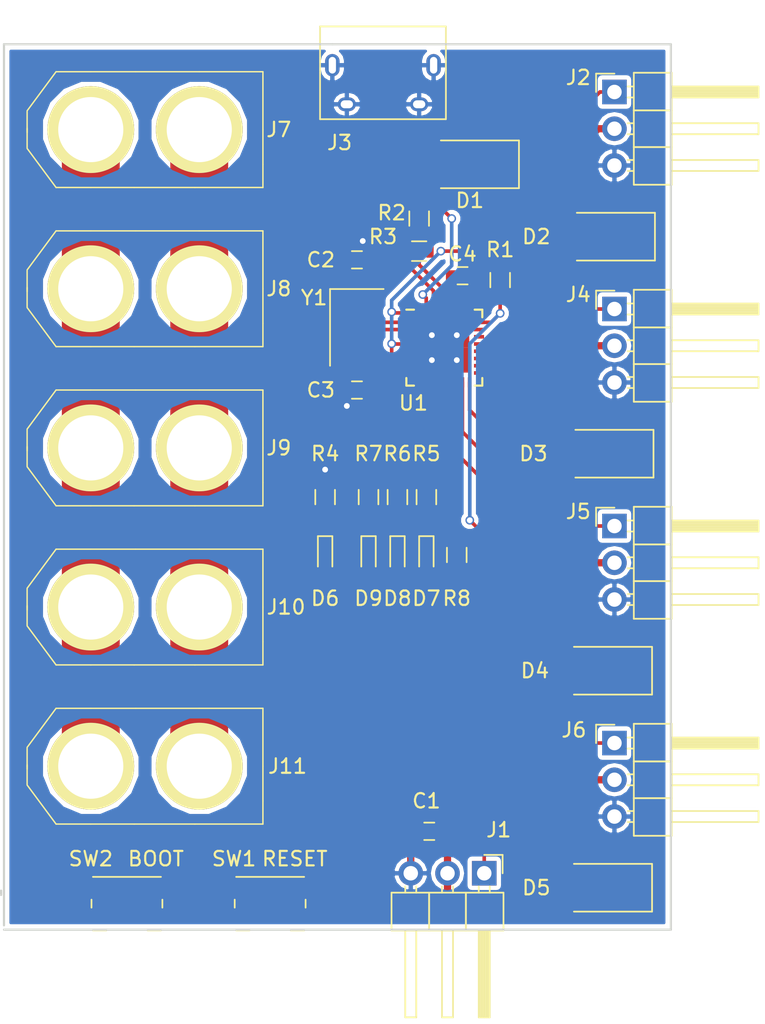
<source format=kicad_pcb>
(kicad_pcb (version 4) (host pcbnew 4.0.6)

  (general
    (links 81)
    (no_connects 0)
    (area 129.084999 65.854999 175.535001 127.205001)
    (thickness 1.6)
    (drawings 8)
    (tracks 234)
    (zones 0)
    (modules 36)
    (nets 44)
  )

  (page A4)
  (layers
    (0 F.Cu signal)
    (31 B.Cu signal)
    (32 B.Adhes user)
    (33 F.Adhes user)
    (34 B.Paste user)
    (35 F.Paste user)
    (36 B.SilkS user)
    (37 F.SilkS user)
    (38 B.Mask user)
    (39 F.Mask user)
    (40 Dwgs.User user)
    (41 Cmts.User user)
    (42 Eco1.User user)
    (43 Eco2.User user)
    (44 Edge.Cuts user)
    (45 Margin user)
    (46 B.CrtYd user)
    (47 F.CrtYd user)
    (48 B.Fab user)
    (49 F.Fab user)
  )

  (setup
    (last_trace_width 0.25)
    (user_trace_width 0.5)
    (user_trace_width 1)
    (user_trace_width 2)
    (user_trace_width 4)
    (trace_clearance 0.15)
    (zone_clearance 0.3)
    (zone_45_only yes)
    (trace_min 0.2)
    (segment_width 0.2)
    (edge_width 0.15)
    (via_size 0.6)
    (via_drill 0.4)
    (via_min_size 0.4)
    (via_min_drill 0.3)
    (uvia_size 0.3)
    (uvia_drill 0.1)
    (uvias_allowed no)
    (uvia_min_size 0.2)
    (uvia_min_drill 0.1)
    (pcb_text_width 0.3)
    (pcb_text_size 1.5 1.5)
    (mod_edge_width 0.15)
    (mod_text_size 1 1)
    (mod_text_width 0.15)
    (pad_size 1.725 1.725)
    (pad_drill 0)
    (pad_to_mask_clearance 0.2)
    (aux_axis_origin 0 0)
    (grid_origin 140.76 150.23)
    (visible_elements 7FFFFF7F)
    (pcbplotparams
      (layerselection 0x00030_80000001)
      (usegerberextensions false)
      (excludeedgelayer true)
      (linewidth 0.100000)
      (plotframeref false)
      (viasonmask false)
      (mode 1)
      (useauxorigin false)
      (hpglpennumber 1)
      (hpglpenspeed 20)
      (hpglpendiameter 15)
      (hpglpenoverlay 2)
      (psnegative false)
      (psa4output false)
      (plotreference true)
      (plotvalue true)
      (plotinvisibletext false)
      (padsonsilk false)
      (subtractmaskfromsilk false)
      (outputformat 1)
      (mirror false)
      (drillshape 1)
      (scaleselection 1)
      (outputdirectory ""))
  )

  (net 0 "")
  (net 1 GND)
  (net 2 "Net-(C2-Pad2)")
  (net 3 "Net-(C3-Pad2)")
  (net 4 VCC)
  (net 5 /USB_N)
  (net 6 /USB_P)
  (net 7 "Net-(R2-Pad1)")
  (net 8 "Net-(R3-Pad1)")
  (net 9 "Net-(U1-Pad5)")
  (net 10 "Net-(U1-Pad6)")
  (net 11 "Net-(U1-Pad7)")
  (net 12 "Net-(U1-Pad8)")
  (net 13 "Net-(U1-Pad12)")
  (net 14 "Net-(U1-Pad19)")
  (net 15 "Net-(U1-Pad20)")
  (net 16 "Net-(U1-Pad21)")
  (net 17 "Net-(U1-Pad22)")
  (net 18 "Net-(U1-Pad23)")
  (net 19 "Net-(U1-Pad25)")
  (net 20 "Net-(U1-Pad26)")
  (net 21 "Net-(C4-Pad2)")
  (net 22 /VBUS)
  (net 23 "Net-(D2-Pad2)")
  (net 24 "Net-(D3-Pad2)")
  (net 25 "Net-(D4-Pad2)")
  (net 26 "Net-(D5-Pad2)")
  (net 27 "Net-(D6-Pad1)")
  (net 28 "Net-(D7-Pad1)")
  (net 29 "Net-(D8-Pad1)")
  (net 30 "Net-(D9-Pad1)")
  (net 31 /CH4)
  (net 32 /CH0)
  (net 33 "Net-(J3-Pad4)")
  (net 34 /CH1)
  (net 35 /CH2)
  (net 36 /CH3)
  (net 37 "Net-(R5-Pad2)")
  (net 38 "Net-(R6-Pad2)")
  (net 39 "Net-(R7-Pad2)")
  (net 40 "Net-(J10-Pad1)")
  (net 41 "Net-(J10-Pad2)")
  (net 42 "Net-(R1-Pad2)")
  (net 43 "Net-(R8-Pad1)")

  (net_class Default "This is the default net class."
    (clearance 0.15)
    (trace_width 0.25)
    (via_dia 0.6)
    (via_drill 0.4)
    (uvia_dia 0.3)
    (uvia_drill 0.1)
    (add_net /CH0)
    (add_net /CH1)
    (add_net /CH2)
    (add_net /CH3)
    (add_net /CH4)
    (add_net /USB_N)
    (add_net /USB_P)
    (add_net /VBUS)
    (add_net GND)
    (add_net "Net-(C2-Pad2)")
    (add_net "Net-(C3-Pad2)")
    (add_net "Net-(C4-Pad2)")
    (add_net "Net-(D2-Pad2)")
    (add_net "Net-(D3-Pad2)")
    (add_net "Net-(D4-Pad2)")
    (add_net "Net-(D5-Pad2)")
    (add_net "Net-(D6-Pad1)")
    (add_net "Net-(D7-Pad1)")
    (add_net "Net-(D8-Pad1)")
    (add_net "Net-(D9-Pad1)")
    (add_net "Net-(J10-Pad1)")
    (add_net "Net-(J10-Pad2)")
    (add_net "Net-(J3-Pad4)")
    (add_net "Net-(R1-Pad2)")
    (add_net "Net-(R2-Pad1)")
    (add_net "Net-(R3-Pad1)")
    (add_net "Net-(R5-Pad2)")
    (add_net "Net-(R6-Pad2)")
    (add_net "Net-(R7-Pad2)")
    (add_net "Net-(R8-Pad1)")
    (add_net "Net-(U1-Pad12)")
    (add_net "Net-(U1-Pad19)")
    (add_net "Net-(U1-Pad20)")
    (add_net "Net-(U1-Pad21)")
    (add_net "Net-(U1-Pad22)")
    (add_net "Net-(U1-Pad23)")
    (add_net "Net-(U1-Pad25)")
    (add_net "Net-(U1-Pad26)")
    (add_net "Net-(U1-Pad5)")
    (add_net "Net-(U1-Pad6)")
    (add_net "Net-(U1-Pad7)")
    (add_net "Net-(U1-Pad8)")
    (add_net VCC)
  )

  (net_class Power ""
    (clearance 0.15)
    (trace_width 1)
    (via_dia 1.5)
    (via_drill 1)
    (uvia_dia 0.3)
    (uvia_drill 0.1)
  )

  (module Pin_Headers:Pin_Header_Angled_1x03_Pitch2.54mm (layer F.Cu) (tedit 593B48D8) (tstamp 593B41A3)
    (at 162.56 123.23 270)
    (descr "Through hole angled pin header, 1x03, 2.54mm pitch, 6mm pin length, single row")
    (tags "Through hole angled pin header THT 1x03 2.54mm single row")
    (path /593BB958)
    (fp_text reference J1 (at -3 -1 360) (layer F.SilkS)
      (effects (font (size 1 1) (thickness 0.15)))
    )
    (fp_text value CONN_01X03 (at 4.315 7.35 270) (layer F.Fab) hide
      (effects (font (size 1 1) (thickness 0.15)))
    )
    (fp_line (start 1.4 -1.27) (end 1.4 1.27) (layer F.Fab) (width 0.1))
    (fp_line (start 1.4 1.27) (end 3.9 1.27) (layer F.Fab) (width 0.1))
    (fp_line (start 3.9 1.27) (end 3.9 -1.27) (layer F.Fab) (width 0.1))
    (fp_line (start 3.9 -1.27) (end 1.4 -1.27) (layer F.Fab) (width 0.1))
    (fp_line (start 0 -0.32) (end 0 0.32) (layer F.Fab) (width 0.1))
    (fp_line (start 0 0.32) (end 9.9 0.32) (layer F.Fab) (width 0.1))
    (fp_line (start 9.9 0.32) (end 9.9 -0.32) (layer F.Fab) (width 0.1))
    (fp_line (start 9.9 -0.32) (end 0 -0.32) (layer F.Fab) (width 0.1))
    (fp_line (start 1.4 1.27) (end 1.4 3.81) (layer F.Fab) (width 0.1))
    (fp_line (start 1.4 3.81) (end 3.9 3.81) (layer F.Fab) (width 0.1))
    (fp_line (start 3.9 3.81) (end 3.9 1.27) (layer F.Fab) (width 0.1))
    (fp_line (start 3.9 1.27) (end 1.4 1.27) (layer F.Fab) (width 0.1))
    (fp_line (start 0 2.22) (end 0 2.86) (layer F.Fab) (width 0.1))
    (fp_line (start 0 2.86) (end 9.9 2.86) (layer F.Fab) (width 0.1))
    (fp_line (start 9.9 2.86) (end 9.9 2.22) (layer F.Fab) (width 0.1))
    (fp_line (start 9.9 2.22) (end 0 2.22) (layer F.Fab) (width 0.1))
    (fp_line (start 1.4 3.81) (end 1.4 6.35) (layer F.Fab) (width 0.1))
    (fp_line (start 1.4 6.35) (end 3.9 6.35) (layer F.Fab) (width 0.1))
    (fp_line (start 3.9 6.35) (end 3.9 3.81) (layer F.Fab) (width 0.1))
    (fp_line (start 3.9 3.81) (end 1.4 3.81) (layer F.Fab) (width 0.1))
    (fp_line (start 0 4.76) (end 0 5.4) (layer F.Fab) (width 0.1))
    (fp_line (start 0 5.4) (end 9.9 5.4) (layer F.Fab) (width 0.1))
    (fp_line (start 9.9 5.4) (end 9.9 4.76) (layer F.Fab) (width 0.1))
    (fp_line (start 9.9 4.76) (end 0 4.76) (layer F.Fab) (width 0.1))
    (fp_line (start 1.34 -1.33) (end 1.34 1.27) (layer F.SilkS) (width 0.12))
    (fp_line (start 1.34 1.27) (end 3.96 1.27) (layer F.SilkS) (width 0.12))
    (fp_line (start 3.96 1.27) (end 3.96 -1.33) (layer F.SilkS) (width 0.12))
    (fp_line (start 3.96 -1.33) (end 1.34 -1.33) (layer F.SilkS) (width 0.12))
    (fp_line (start 3.96 -0.38) (end 3.96 0.38) (layer F.SilkS) (width 0.12))
    (fp_line (start 3.96 0.38) (end 9.96 0.38) (layer F.SilkS) (width 0.12))
    (fp_line (start 9.96 0.38) (end 9.96 -0.38) (layer F.SilkS) (width 0.12))
    (fp_line (start 9.96 -0.38) (end 3.96 -0.38) (layer F.SilkS) (width 0.12))
    (fp_line (start 0.91 -0.38) (end 1.34 -0.38) (layer F.SilkS) (width 0.12))
    (fp_line (start 0.91 0.38) (end 1.34 0.38) (layer F.SilkS) (width 0.12))
    (fp_line (start 3.96 -0.26) (end 9.96 -0.26) (layer F.SilkS) (width 0.12))
    (fp_line (start 3.96 -0.14) (end 9.96 -0.14) (layer F.SilkS) (width 0.12))
    (fp_line (start 3.96 -0.02) (end 9.96 -0.02) (layer F.SilkS) (width 0.12))
    (fp_line (start 3.96 0.1) (end 9.96 0.1) (layer F.SilkS) (width 0.12))
    (fp_line (start 3.96 0.22) (end 9.96 0.22) (layer F.SilkS) (width 0.12))
    (fp_line (start 3.96 0.34) (end 9.96 0.34) (layer F.SilkS) (width 0.12))
    (fp_line (start 1.34 1.27) (end 1.34 3.81) (layer F.SilkS) (width 0.12))
    (fp_line (start 1.34 3.81) (end 3.96 3.81) (layer F.SilkS) (width 0.12))
    (fp_line (start 3.96 3.81) (end 3.96 1.27) (layer F.SilkS) (width 0.12))
    (fp_line (start 3.96 1.27) (end 1.34 1.27) (layer F.SilkS) (width 0.12))
    (fp_line (start 3.96 2.16) (end 3.96 2.92) (layer F.SilkS) (width 0.12))
    (fp_line (start 3.96 2.92) (end 9.96 2.92) (layer F.SilkS) (width 0.12))
    (fp_line (start 9.96 2.92) (end 9.96 2.16) (layer F.SilkS) (width 0.12))
    (fp_line (start 9.96 2.16) (end 3.96 2.16) (layer F.SilkS) (width 0.12))
    (fp_line (start 0.91 2.16) (end 1.34 2.16) (layer F.SilkS) (width 0.12))
    (fp_line (start 0.91 2.92) (end 1.34 2.92) (layer F.SilkS) (width 0.12))
    (fp_line (start 1.34 3.81) (end 1.34 6.41) (layer F.SilkS) (width 0.12))
    (fp_line (start 1.34 6.41) (end 3.96 6.41) (layer F.SilkS) (width 0.12))
    (fp_line (start 3.96 6.41) (end 3.96 3.81) (layer F.SilkS) (width 0.12))
    (fp_line (start 3.96 3.81) (end 1.34 3.81) (layer F.SilkS) (width 0.12))
    (fp_line (start 3.96 4.7) (end 3.96 5.46) (layer F.SilkS) (width 0.12))
    (fp_line (start 3.96 5.46) (end 9.96 5.46) (layer F.SilkS) (width 0.12))
    (fp_line (start 9.96 5.46) (end 9.96 4.7) (layer F.SilkS) (width 0.12))
    (fp_line (start 9.96 4.7) (end 3.96 4.7) (layer F.SilkS) (width 0.12))
    (fp_line (start 0.91 4.7) (end 1.34 4.7) (layer F.SilkS) (width 0.12))
    (fp_line (start 0.91 5.46) (end 1.34 5.46) (layer F.SilkS) (width 0.12))
    (fp_line (start -1.27 0) (end -1.27 -1.27) (layer F.SilkS) (width 0.12))
    (fp_line (start -1.27 -1.27) (end 0 -1.27) (layer F.SilkS) (width 0.12))
    (fp_line (start -1.8 -1.8) (end -1.8 6.85) (layer F.CrtYd) (width 0.05))
    (fp_line (start -1.8 6.85) (end 10.4 6.85) (layer F.CrtYd) (width 0.05))
    (fp_line (start 10.4 6.85) (end 10.4 -1.8) (layer F.CrtYd) (width 0.05))
    (fp_line (start 10.4 -1.8) (end -1.8 -1.8) (layer F.CrtYd) (width 0.05))
    (fp_text user %R (at 4.315 -2.27 270) (layer F.Fab) hide
      (effects (font (size 1 1) (thickness 0.15)))
    )
    (pad 1 thru_hole rect (at 0 0 270) (size 1.7 1.7) (drill 1) (layers *.Cu *.Mask)
      (net 31 /CH4))
    (pad 2 thru_hole oval (at 0 2.54 270) (size 1.7 1.7) (drill 1) (layers *.Cu *.Mask)
      (net 4 VCC))
    (pad 3 thru_hole oval (at 0 5.08 270) (size 1.7 1.7) (drill 1) (layers *.Cu *.Mask)
      (net 1 GND))
    (model ${KISYS3DMOD}/Pin_Headers.3dshapes/Pin_Header_Angled_1x03_Pitch2.54mm.wrl
      (at (xyz 0 -0.1 0))
      (scale (xyz 1 1 1))
      (rotate (xyz 0 0 90))
    )
  )

  (module Capacitors_SMD:C_0603 (layer F.Cu) (tedit 593B861B) (tstamp 593A25EC)
    (at 158.76 120.33 180)
    (descr "Capacitor SMD 0603, reflow soldering, AVX (see smccp.pdf)")
    (tags "capacitor 0603")
    (path /593C1894)
    (attr smd)
    (fp_text reference C1 (at 0.2 2.1 180) (layer F.SilkS)
      (effects (font (size 1 1) (thickness 0.15)))
    )
    (fp_text value 1uF (at -0.01 3.02 180) (layer F.Fab) hide
      (effects (font (size 1 1) (thickness 0.15)))
    )
    (fp_text user %R (at 2.79 -0.08 180) (layer F.Fab) hide
      (effects (font (size 1 1) (thickness 0.15)))
    )
    (fp_line (start -0.8 0.4) (end -0.8 -0.4) (layer F.Fab) (width 0.1))
    (fp_line (start 0.8 0.4) (end -0.8 0.4) (layer F.Fab) (width 0.1))
    (fp_line (start 0.8 -0.4) (end 0.8 0.4) (layer F.Fab) (width 0.1))
    (fp_line (start -0.8 -0.4) (end 0.8 -0.4) (layer F.Fab) (width 0.1))
    (fp_line (start -0.35 -0.6) (end 0.35 -0.6) (layer F.SilkS) (width 0.12))
    (fp_line (start 0.35 0.6) (end -0.35 0.6) (layer F.SilkS) (width 0.12))
    (fp_line (start -1.4 -0.65) (end 1.4 -0.65) (layer F.CrtYd) (width 0.05))
    (fp_line (start -1.4 -0.65) (end -1.4 0.65) (layer F.CrtYd) (width 0.05))
    (fp_line (start 1.4 0.65) (end 1.4 -0.65) (layer F.CrtYd) (width 0.05))
    (fp_line (start 1.4 0.65) (end -1.4 0.65) (layer F.CrtYd) (width 0.05))
    (pad 1 smd rect (at -0.75 0 180) (size 0.8 0.75) (layers F.Cu F.Paste F.Mask)
      (net 4 VCC))
    (pad 2 smd rect (at 0.75 0 180) (size 0.8 0.75) (layers F.Cu F.Paste F.Mask)
      (net 1 GND))
    (model Capacitors_SMD.3dshapes/C_0603.wrl
      (at (xyz 0 0 0))
      (scale (xyz 1 1 1))
      (rotate (xyz 0 0 0))
    )
  )

  (module Capacitors_SMD:C_0603 (layer F.Cu) (tedit 593B469C) (tstamp 593A25FD)
    (at 153.76 80.83 180)
    (descr "Capacitor SMD 0603, reflow soldering, AVX (see smccp.pdf)")
    (tags "capacitor 0603")
    (path /593A39DF)
    (attr smd)
    (fp_text reference C2 (at 2.5 0 180) (layer F.SilkS)
      (effects (font (size 1 1) (thickness 0.15)))
    )
    (fp_text value 30pF (at 0.11 3.03 180) (layer F.Fab) hide
      (effects (font (size 1 1) (thickness 0.15)))
    )
    (fp_text user %R (at -2.69 0.03 180) (layer F.Fab) hide
      (effects (font (size 1 1) (thickness 0.15)))
    )
    (fp_line (start -0.8 0.4) (end -0.8 -0.4) (layer F.Fab) (width 0.1))
    (fp_line (start 0.8 0.4) (end -0.8 0.4) (layer F.Fab) (width 0.1))
    (fp_line (start 0.8 -0.4) (end 0.8 0.4) (layer F.Fab) (width 0.1))
    (fp_line (start -0.8 -0.4) (end 0.8 -0.4) (layer F.Fab) (width 0.1))
    (fp_line (start -0.35 -0.6) (end 0.35 -0.6) (layer F.SilkS) (width 0.12))
    (fp_line (start 0.35 0.6) (end -0.35 0.6) (layer F.SilkS) (width 0.12))
    (fp_line (start -1.4 -0.65) (end 1.4 -0.65) (layer F.CrtYd) (width 0.05))
    (fp_line (start -1.4 -0.65) (end -1.4 0.65) (layer F.CrtYd) (width 0.05))
    (fp_line (start 1.4 0.65) (end 1.4 -0.65) (layer F.CrtYd) (width 0.05))
    (fp_line (start 1.4 0.65) (end -1.4 0.65) (layer F.CrtYd) (width 0.05))
    (pad 1 smd rect (at -0.75 0 180) (size 0.8 0.75) (layers F.Cu F.Paste F.Mask)
      (net 1 GND))
    (pad 2 smd rect (at 0.75 0 180) (size 0.8 0.75) (layers F.Cu F.Paste F.Mask)
      (net 2 "Net-(C2-Pad2)"))
    (model Capacitors_SMD.3dshapes/C_0603.wrl
      (at (xyz 0 0 0))
      (scale (xyz 1 1 1))
      (rotate (xyz 0 0 0))
    )
  )

  (module Capacitors_SMD:C_0603 (layer F.Cu) (tedit 593B46A0) (tstamp 593A260E)
    (at 153.76 89.83)
    (descr "Capacitor SMD 0603, reflow soldering, AVX (see smccp.pdf)")
    (tags "capacitor 0603")
    (path /593A395A)
    (attr smd)
    (fp_text reference C3 (at -2.5 0) (layer F.SilkS)
      (effects (font (size 1 1) (thickness 0.15)))
    )
    (fp_text value 30pF (at 3.2 0.2) (layer F.Fab) hide
      (effects (font (size 1 1) (thickness 0.15)))
    )
    (fp_text user %R (at 2.8 -1.3) (layer F.Fab) hide
      (effects (font (size 1 1) (thickness 0.15)))
    )
    (fp_line (start -0.8 0.4) (end -0.8 -0.4) (layer F.Fab) (width 0.1))
    (fp_line (start 0.8 0.4) (end -0.8 0.4) (layer F.Fab) (width 0.1))
    (fp_line (start 0.8 -0.4) (end 0.8 0.4) (layer F.Fab) (width 0.1))
    (fp_line (start -0.8 -0.4) (end 0.8 -0.4) (layer F.Fab) (width 0.1))
    (fp_line (start -0.35 -0.6) (end 0.35 -0.6) (layer F.SilkS) (width 0.12))
    (fp_line (start 0.35 0.6) (end -0.35 0.6) (layer F.SilkS) (width 0.12))
    (fp_line (start -1.4 -0.65) (end 1.4 -0.65) (layer F.CrtYd) (width 0.05))
    (fp_line (start -1.4 -0.65) (end -1.4 0.65) (layer F.CrtYd) (width 0.05))
    (fp_line (start 1.4 0.65) (end 1.4 -0.65) (layer F.CrtYd) (width 0.05))
    (fp_line (start 1.4 0.65) (end -1.4 0.65) (layer F.CrtYd) (width 0.05))
    (pad 1 smd rect (at -0.75 0) (size 0.8 0.75) (layers F.Cu F.Paste F.Mask)
      (net 1 GND))
    (pad 2 smd rect (at 0.75 0) (size 0.8 0.75) (layers F.Cu F.Paste F.Mask)
      (net 3 "Net-(C3-Pad2)"))
    (model Capacitors_SMD.3dshapes/C_0603.wrl
      (at (xyz 0 0 0))
      (scale (xyz 1 1 1))
      (rotate (xyz 0 0 0))
    )
  )

  (module Resistors_SMD:R_0603 (layer F.Cu) (tedit 593BCD8B) (tstamp 593A2635)
    (at 163.66 82.23 270)
    (descr "Resistor SMD 0603, reflow soldering, Vishay (see dcrcw.pdf)")
    (tags "resistor 0603")
    (path /593A4342)
    (attr smd)
    (fp_text reference R1 (at -2.1 0 360) (layer F.SilkS)
      (effects (font (size 1 1) (thickness 0.15)))
    )
    (fp_text value 10k (at 0 1.5 270) (layer F.Fab) hide
      (effects (font (size 1 1) (thickness 0.15)))
    )
    (fp_text user %R (at 0 0 270) (layer F.Fab) hide
      (effects (font (size 0.5 0.5) (thickness 0.075)))
    )
    (fp_line (start -0.8 0.4) (end -0.8 -0.4) (layer F.Fab) (width 0.1))
    (fp_line (start 0.8 0.4) (end -0.8 0.4) (layer F.Fab) (width 0.1))
    (fp_line (start 0.8 -0.4) (end 0.8 0.4) (layer F.Fab) (width 0.1))
    (fp_line (start -0.8 -0.4) (end 0.8 -0.4) (layer F.Fab) (width 0.1))
    (fp_line (start 0.5 0.68) (end -0.5 0.68) (layer F.SilkS) (width 0.12))
    (fp_line (start -0.5 -0.68) (end 0.5 -0.68) (layer F.SilkS) (width 0.12))
    (fp_line (start -1.25 -0.7) (end 1.25 -0.7) (layer F.CrtYd) (width 0.05))
    (fp_line (start -1.25 -0.7) (end -1.25 0.7) (layer F.CrtYd) (width 0.05))
    (fp_line (start 1.25 0.7) (end 1.25 -0.7) (layer F.CrtYd) (width 0.05))
    (fp_line (start 1.25 0.7) (end -1.25 0.7) (layer F.CrtYd) (width 0.05))
    (pad 1 smd rect (at -0.75 0 270) (size 0.5 0.9) (layers F.Cu F.Paste F.Mask)
      (net 4 VCC))
    (pad 2 smd rect (at 0.75 0 270) (size 0.5 0.9) (layers F.Cu F.Paste F.Mask)
      (net 42 "Net-(R1-Pad2)"))
    (model ${KISYS3DMOD}/Resistors_SMD.3dshapes/R_0603.wrl
      (at (xyz 0 0 0))
      (scale (xyz 1 1 1))
      (rotate (xyz 0 0 0))
    )
  )

  (module Resistors_SMD:R_0603 (layer F.Cu) (tedit 593A8B73) (tstamp 593A2646)
    (at 158.06 77.98 90)
    (descr "Resistor SMD 0603, reflow soldering, Vishay (see dcrcw.pdf)")
    (tags "resistor 0603")
    (path /593A2854)
    (attr smd)
    (fp_text reference R2 (at 0.4 -1.9 180) (layer F.SilkS)
      (effects (font (size 1 1) (thickness 0.15)))
    )
    (fp_text value 22 (at 0 1.5 90) (layer F.Fab) hide
      (effects (font (size 1 1) (thickness 0.15)))
    )
    (fp_text user %R (at 0 0 90) (layer F.Fab) hide
      (effects (font (size 0.5 0.5) (thickness 0.075)))
    )
    (fp_line (start -0.8 0.4) (end -0.8 -0.4) (layer F.Fab) (width 0.1))
    (fp_line (start 0.8 0.4) (end -0.8 0.4) (layer F.Fab) (width 0.1))
    (fp_line (start 0.8 -0.4) (end 0.8 0.4) (layer F.Fab) (width 0.1))
    (fp_line (start -0.8 -0.4) (end 0.8 -0.4) (layer F.Fab) (width 0.1))
    (fp_line (start 0.5 0.68) (end -0.5 0.68) (layer F.SilkS) (width 0.12))
    (fp_line (start -0.5 -0.68) (end 0.5 -0.68) (layer F.SilkS) (width 0.12))
    (fp_line (start -1.25 -0.7) (end 1.25 -0.7) (layer F.CrtYd) (width 0.05))
    (fp_line (start -1.25 -0.7) (end -1.25 0.7) (layer F.CrtYd) (width 0.05))
    (fp_line (start 1.25 0.7) (end 1.25 -0.7) (layer F.CrtYd) (width 0.05))
    (fp_line (start 1.25 0.7) (end -1.25 0.7) (layer F.CrtYd) (width 0.05))
    (pad 1 smd rect (at -0.75 0 90) (size 0.5 0.9) (layers F.Cu F.Paste F.Mask)
      (net 7 "Net-(R2-Pad1)"))
    (pad 2 smd rect (at 0.75 0 90) (size 0.5 0.9) (layers F.Cu F.Paste F.Mask)
      (net 6 /USB_P))
    (model ${KISYS3DMOD}/Resistors_SMD.3dshapes/R_0603.wrl
      (at (xyz 0 0 0))
      (scale (xyz 1 1 1))
      (rotate (xyz 0 0 0))
    )
  )

  (module Resistors_SMD:R_0603 (layer F.Cu) (tedit 593B860E) (tstamp 593A2657)
    (at 158.06 80.23)
    (descr "Resistor SMD 0603, reflow soldering, Vishay (see dcrcw.pdf)")
    (tags "resistor 0603")
    (path /593A288B)
    (attr smd)
    (fp_text reference R3 (at -2.5 -1) (layer F.SilkS)
      (effects (font (size 1 1) (thickness 0.15)))
    )
    (fp_text value 22 (at 0 1.5) (layer F.Fab) hide
      (effects (font (size 1 1) (thickness 0.15)))
    )
    (fp_text user %R (at 0 0) (layer F.Fab) hide
      (effects (font (size 0.5 0.5) (thickness 0.075)))
    )
    (fp_line (start -0.8 0.4) (end -0.8 -0.4) (layer F.Fab) (width 0.1))
    (fp_line (start 0.8 0.4) (end -0.8 0.4) (layer F.Fab) (width 0.1))
    (fp_line (start 0.8 -0.4) (end 0.8 0.4) (layer F.Fab) (width 0.1))
    (fp_line (start -0.8 -0.4) (end 0.8 -0.4) (layer F.Fab) (width 0.1))
    (fp_line (start 0.5 0.68) (end -0.5 0.68) (layer F.SilkS) (width 0.12))
    (fp_line (start -0.5 -0.68) (end 0.5 -0.68) (layer F.SilkS) (width 0.12))
    (fp_line (start -1.25 -0.7) (end 1.25 -0.7) (layer F.CrtYd) (width 0.05))
    (fp_line (start -1.25 -0.7) (end -1.25 0.7) (layer F.CrtYd) (width 0.05))
    (fp_line (start 1.25 0.7) (end 1.25 -0.7) (layer F.CrtYd) (width 0.05))
    (fp_line (start 1.25 0.7) (end -1.25 0.7) (layer F.CrtYd) (width 0.05))
    (pad 1 smd rect (at -0.75 0) (size 0.5 0.9) (layers F.Cu F.Paste F.Mask)
      (net 8 "Net-(R3-Pad1)"))
    (pad 2 smd rect (at 0.75 0) (size 0.5 0.9) (layers F.Cu F.Paste F.Mask)
      (net 5 /USB_N))
    (model ${KISYS3DMOD}/Resistors_SMD.3dshapes/R_0603.wrl
      (at (xyz 0 0 0))
      (scale (xyz 1 1 1))
      (rotate (xyz 0 0 0))
    )
  )

  (module Housings_DFN_QFN:QFN-32-1EP_5x5mm_Pitch0.5mm (layer F.Cu) (tedit 593BD5C3) (tstamp 593A268F)
    (at 159.8 86.9)
    (descr "UH Package; 32-Lead Plastic QFN (5mm x 5mm); (see Linear Technology QFN_32_05-08-1693.pdf)")
    (tags "QFN 0.5")
    (path /593A6E8E)
    (attr smd)
    (fp_text reference U1 (at -2.14 3.83) (layer F.SilkS)
      (effects (font (size 1 1) (thickness 0.15)))
    )
    (fp_text value ATMEGA32U2-AU (at 4.36 4.13) (layer F.Fab) hide
      (effects (font (size 1 1) (thickness 0.15)))
    )
    (fp_line (start -1.5 -2.5) (end 2.5 -2.5) (layer F.Fab) (width 0.15))
    (fp_line (start 2.5 -2.5) (end 2.5 2.5) (layer F.Fab) (width 0.15))
    (fp_line (start 2.5 2.5) (end -2.5 2.5) (layer F.Fab) (width 0.15))
    (fp_line (start -2.5 2.5) (end -2.5 -1.5) (layer F.Fab) (width 0.15))
    (fp_line (start -2.5 -1.5) (end -1.5 -2.5) (layer F.Fab) (width 0.15))
    (fp_line (start -3 -3) (end -3 3) (layer F.CrtYd) (width 0.05))
    (fp_line (start 3 -3) (end 3 3) (layer F.CrtYd) (width 0.05))
    (fp_line (start -3 -3) (end 3 -3) (layer F.CrtYd) (width 0.05))
    (fp_line (start -3 3) (end 3 3) (layer F.CrtYd) (width 0.05))
    (fp_line (start 2.625 -2.625) (end 2.625 -2.1) (layer F.SilkS) (width 0.15))
    (fp_line (start -2.625 2.625) (end -2.625 2.1) (layer F.SilkS) (width 0.15))
    (fp_line (start 2.625 2.625) (end 2.625 2.1) (layer F.SilkS) (width 0.15))
    (fp_line (start -2.625 -2.625) (end -2.1 -2.625) (layer F.SilkS) (width 0.15))
    (fp_line (start -2.625 2.625) (end -2.1 2.625) (layer F.SilkS) (width 0.15))
    (fp_line (start 2.625 2.625) (end 2.1 2.625) (layer F.SilkS) (width 0.15))
    (fp_line (start 2.625 -2.625) (end 2.1 -2.625) (layer F.SilkS) (width 0.15))
    (pad 1 smd rect (at -2.4 -1.75) (size 0.7 0.25) (layers F.Cu F.Paste F.Mask)
      (net 2 "Net-(C2-Pad2)"))
    (pad 2 smd rect (at -2.4 -1.25) (size 0.7 0.25) (layers F.Cu F.Paste F.Mask)
      (net 3 "Net-(C3-Pad2)"))
    (pad 3 smd rect (at -2.4 -0.75) (size 0.7 0.25) (layers F.Cu F.Paste F.Mask)
      (net 1 GND))
    (pad 4 smd rect (at -2.4 -0.25) (size 0.7 0.25) (layers F.Cu F.Paste F.Mask)
      (net 4 VCC))
    (pad 5 smd rect (at -2.4 0.25) (size 0.7 0.25) (layers F.Cu F.Paste F.Mask)
      (net 9 "Net-(U1-Pad5)"))
    (pad 6 smd rect (at -2.4 0.75) (size 0.7 0.25) (layers F.Cu F.Paste F.Mask)
      (net 10 "Net-(U1-Pad6)"))
    (pad 7 smd rect (at -2.4 1.25) (size 0.7 0.25) (layers F.Cu F.Paste F.Mask)
      (net 11 "Net-(U1-Pad7)"))
    (pad 8 smd rect (at -2.4 1.75) (size 0.7 0.25) (layers F.Cu F.Paste F.Mask)
      (net 12 "Net-(U1-Pad8)"))
    (pad 9 smd rect (at -1.75 2.4 90) (size 0.7 0.25) (layers F.Cu F.Paste F.Mask)
      (net 39 "Net-(R7-Pad2)"))
    (pad 10 smd rect (at -1.25 2.4 90) (size 0.7 0.25) (layers F.Cu F.Paste F.Mask)
      (net 38 "Net-(R6-Pad2)"))
    (pad 11 smd rect (at -0.75 2.4 90) (size 0.7 0.25) (layers F.Cu F.Paste F.Mask)
      (net 37 "Net-(R5-Pad2)"))
    (pad 12 smd rect (at -0.25 2.4 90) (size 0.7 0.25) (layers F.Cu F.Paste F.Mask)
      (net 13 "Net-(U1-Pad12)"))
    (pad 13 smd rect (at 0.25 2.4 90) (size 0.7 0.25) (layers F.Cu F.Paste F.Mask)
      (net 43 "Net-(R8-Pad1)"))
    (pad 14 smd rect (at 0.75 2.4 90) (size 0.7 0.25) (layers F.Cu F.Paste F.Mask)
      (net 31 /CH4))
    (pad 15 smd rect (at 1.25 2.4 90) (size 0.7 0.25) (layers F.Cu F.Paste F.Mask)
      (net 36 /CH3))
    (pad 16 smd rect (at 1.75 2.4 90) (size 0.7 0.25) (layers F.Cu F.Paste F.Mask)
      (net 35 /CH2))
    (pad 17 smd rect (at 2.4 1.75) (size 0.7 0.25) (layers F.Cu F.Paste F.Mask)
      (net 34 /CH1))
    (pad 18 smd rect (at 2.4 1.25) (size 0.7 0.25) (layers F.Cu F.Paste F.Mask)
      (net 32 /CH0))
    (pad 19 smd rect (at 2.4 0.75) (size 0.7 0.25) (layers F.Cu F.Paste F.Mask)
      (net 14 "Net-(U1-Pad19)"))
    (pad 20 smd rect (at 2.4 0.25) (size 0.7 0.25) (layers F.Cu F.Paste F.Mask)
      (net 15 "Net-(U1-Pad20)"))
    (pad 21 smd rect (at 2.4 -0.25) (size 0.7 0.25) (layers F.Cu F.Paste F.Mask)
      (net 16 "Net-(U1-Pad21)"))
    (pad 22 smd rect (at 2.4 -0.75) (size 0.7 0.25) (layers F.Cu F.Paste F.Mask)
      (net 17 "Net-(U1-Pad22)"))
    (pad 23 smd rect (at 2.4 -1.25) (size 0.7 0.25) (layers F.Cu F.Paste F.Mask)
      (net 18 "Net-(U1-Pad23)"))
    (pad 24 smd rect (at 2.4 -1.75) (size 0.7 0.25) (layers F.Cu F.Paste F.Mask)
      (net 42 "Net-(R1-Pad2)"))
    (pad 25 smd rect (at 1.75 -2.4 90) (size 0.7 0.25) (layers F.Cu F.Paste F.Mask)
      (net 19 "Net-(U1-Pad25)"))
    (pad 26 smd rect (at 1.25 -2.4 90) (size 0.7 0.25) (layers F.Cu F.Paste F.Mask)
      (net 20 "Net-(U1-Pad26)"))
    (pad 27 smd rect (at 0.75 -2.4 90) (size 0.7 0.25) (layers F.Cu F.Paste F.Mask)
      (net 21 "Net-(C4-Pad2)"))
    (pad 28 smd rect (at 0.25 -2.4 90) (size 0.7 0.25) (layers F.Cu F.Paste F.Mask)
      (net 1 GND))
    (pad 29 smd rect (at -0.25 -2.4 90) (size 0.7 0.25) (layers F.Cu F.Paste F.Mask)
      (net 7 "Net-(R2-Pad1)"))
    (pad 30 smd rect (at -0.75 -2.4 90) (size 0.7 0.25) (layers F.Cu F.Paste F.Mask)
      (net 8 "Net-(R3-Pad1)"))
    (pad 31 smd rect (at -1.25 -2.4 90) (size 0.7 0.25) (layers F.Cu F.Paste F.Mask)
      (net 22 /VBUS))
    (pad 32 smd rect (at -1.75 -2.4 90) (size 0.7 0.25) (layers F.Cu F.Paste F.Mask)
      (net 4 VCC))
    (pad 33 smd rect (at 0.8625 0.8625) (size 1.725 1.725) (layers F.Cu F.Paste F.Mask)
      (net 1 GND) (solder_paste_margin_ratio -0.2))
    (pad 33 smd rect (at 0.8625 -0.8625) (size 1.725 1.725) (layers F.Cu F.Paste F.Mask)
      (net 1 GND) (solder_paste_margin_ratio -0.2))
    (pad 33 smd rect (at -0.8625 0.8625) (size 1.725 1.725) (layers F.Cu F.Paste F.Mask)
      (net 1 GND) (solder_paste_margin_ratio -0.2))
    (pad 33 smd rect (at -0.8625 -0.8625) (size 1.725 1.725) (layers F.Cu F.Paste F.Mask)
      (net 1 GND) (solder_paste_margin_ratio -0.2))
    (model Housings_DFN_QFN.3dshapes/QFN-32-1EP_5x5mm_Pitch0.5mm.wrl
      (at (xyz 0 0 0))
      (scale (xyz 1 1 1))
      (rotate (xyz 0 0 0))
    )
  )

  (module Crystals:Crystal_SMD_5032-4pin_5.0x3.2mm (layer F.Cu) (tedit 593A8539) (tstamp 593A26A7)
    (at 153.75 85.5 270)
    (descr "SMD Crystal SERIES SMD2520/4 http://www.icbase.com/File/PDF/HKC/HKC00061008.pdf, 5.0x3.2mm^2 package")
    (tags "SMD SMT crystal")
    (path /593A1672)
    (attr smd)
    (fp_text reference Y1 (at -2.05 2.95 540) (layer F.SilkS)
      (effects (font (size 1 1) (thickness 0.15)))
    )
    (fp_text value Crystal_GND24 (at 0.43 4.99 270) (layer F.Fab) hide
      (effects (font (size 1 1) (thickness 0.15)))
    )
    (fp_text user %R (at -0.47 2.89 360) (layer F.Fab) hide
      (effects (font (size 1 1) (thickness 0.15)))
    )
    (fp_line (start -2.3 -1.6) (end 2.3 -1.6) (layer F.Fab) (width 0.1))
    (fp_line (start 2.3 -1.6) (end 2.5 -1.4) (layer F.Fab) (width 0.1))
    (fp_line (start 2.5 -1.4) (end 2.5 1.4) (layer F.Fab) (width 0.1))
    (fp_line (start 2.5 1.4) (end 2.3 1.6) (layer F.Fab) (width 0.1))
    (fp_line (start 2.3 1.6) (end -2.3 1.6) (layer F.Fab) (width 0.1))
    (fp_line (start -2.3 1.6) (end -2.5 1.4) (layer F.Fab) (width 0.1))
    (fp_line (start -2.5 1.4) (end -2.5 -1.4) (layer F.Fab) (width 0.1))
    (fp_line (start -2.5 -1.4) (end -2.3 -1.6) (layer F.Fab) (width 0.1))
    (fp_line (start -2.5 0.6) (end -1.5 1.6) (layer F.Fab) (width 0.1))
    (fp_line (start -2.65 -1.85) (end -2.65 1.85) (layer F.SilkS) (width 0.12))
    (fp_line (start -2.65 1.85) (end 2.65 1.85) (layer F.SilkS) (width 0.12))
    (fp_line (start -2.8 -1.9) (end -2.8 1.9) (layer F.CrtYd) (width 0.05))
    (fp_line (start -2.8 1.9) (end 2.8 1.9) (layer F.CrtYd) (width 0.05))
    (fp_line (start 2.8 1.9) (end 2.8 -1.9) (layer F.CrtYd) (width 0.05))
    (fp_line (start 2.8 -1.9) (end -2.8 -1.9) (layer F.CrtYd) (width 0.05))
    (pad 1 smd rect (at -1.65 1 270) (size 1.6 1.3) (layers F.Cu F.Paste F.Mask)
      (net 2 "Net-(C2-Pad2)"))
    (pad 2 smd rect (at 1.65 1 270) (size 1.6 1.3) (layers F.Cu F.Paste F.Mask)
      (net 1 GND))
    (pad 3 smd rect (at 1.65 -1 270) (size 1.6 1.3) (layers F.Cu F.Paste F.Mask)
      (net 3 "Net-(C3-Pad2)"))
    (pad 4 smd rect (at -1.65 -1 270) (size 1.6 1.3) (layers F.Cu F.Paste F.Mask)
      (net 1 GND))
    (model ${KISYS3DMOD}/Crystals.3dshapes/Crystal_SMD_5032-4pin_5.0x3.2mm.wrl
      (at (xyz 0 0 0))
      (scale (xyz 1 1 1))
      (rotate (xyz 0 0 0))
    )
  )

  (module Capacitors_SMD:C_0603 (layer F.Cu) (tedit 593B46BA) (tstamp 593B4027)
    (at 161.06 81.93)
    (descr "Capacitor SMD 0603, reflow soldering, AVX (see smccp.pdf)")
    (tags "capacitor 0603")
    (path /593A321A)
    (attr smd)
    (fp_text reference C4 (at 0 -1.5) (layer F.SilkS)
      (effects (font (size 1 1) (thickness 0.15)))
    )
    (fp_text value 1uF (at 0 1.5) (layer F.Fab) hide
      (effects (font (size 1 1) (thickness 0.15)))
    )
    (fp_text user %R (at 0 -1.5 90) (layer F.Fab) hide
      (effects (font (size 1 1) (thickness 0.15)))
    )
    (fp_line (start -0.8 0.4) (end -0.8 -0.4) (layer F.Fab) (width 0.1))
    (fp_line (start 0.8 0.4) (end -0.8 0.4) (layer F.Fab) (width 0.1))
    (fp_line (start 0.8 -0.4) (end 0.8 0.4) (layer F.Fab) (width 0.1))
    (fp_line (start -0.8 -0.4) (end 0.8 -0.4) (layer F.Fab) (width 0.1))
    (fp_line (start -0.35 -0.6) (end 0.35 -0.6) (layer F.SilkS) (width 0.12))
    (fp_line (start 0.35 0.6) (end -0.35 0.6) (layer F.SilkS) (width 0.12))
    (fp_line (start -1.4 -0.65) (end 1.4 -0.65) (layer F.CrtYd) (width 0.05))
    (fp_line (start -1.4 -0.65) (end -1.4 0.65) (layer F.CrtYd) (width 0.05))
    (fp_line (start 1.4 0.65) (end 1.4 -0.65) (layer F.CrtYd) (width 0.05))
    (fp_line (start 1.4 0.65) (end -1.4 0.65) (layer F.CrtYd) (width 0.05))
    (pad 1 smd rect (at -0.75 0) (size 0.8 0.75) (layers F.Cu F.Paste F.Mask)
      (net 1 GND))
    (pad 2 smd rect (at 0.75 0) (size 0.8 0.75) (layers F.Cu F.Paste F.Mask)
      (net 21 "Net-(C4-Pad2)"))
    (model Capacitors_SMD.3dshapes/C_0603.wrl
      (at (xyz 0 0 0))
      (scale (xyz 1 1 1))
      (rotate (xyz 0 0 0))
    )
  )

  (module Diodes_SMD:D_SMA (layer F.Cu) (tedit 593B4868) (tstamp 593B402D)
    (at 161.56 74.23 180)
    (descr "Diode SMA")
    (tags "Diode SMA")
    (path /593BC279)
    (attr smd)
    (fp_text reference D1 (at 0 -2.5 180) (layer F.SilkS)
      (effects (font (size 1 1) (thickness 0.15)))
    )
    (fp_text value D_Schottky_Small (at 0 2.6 180) (layer F.Fab) hide
      (effects (font (size 1 1) (thickness 0.15)))
    )
    (fp_text user %R (at 0 -2.5 180) (layer F.Fab) hide
      (effects (font (size 1 1) (thickness 0.15)))
    )
    (fp_line (start -3.4 -1.65) (end -3.4 1.65) (layer F.SilkS) (width 0.12))
    (fp_line (start 2.3 1.5) (end -2.3 1.5) (layer F.Fab) (width 0.1))
    (fp_line (start -2.3 1.5) (end -2.3 -1.5) (layer F.Fab) (width 0.1))
    (fp_line (start 2.3 -1.5) (end 2.3 1.5) (layer F.Fab) (width 0.1))
    (fp_line (start 2.3 -1.5) (end -2.3 -1.5) (layer F.Fab) (width 0.1))
    (fp_line (start -3.5 -1.75) (end 3.5 -1.75) (layer F.CrtYd) (width 0.05))
    (fp_line (start 3.5 -1.75) (end 3.5 1.75) (layer F.CrtYd) (width 0.05))
    (fp_line (start 3.5 1.75) (end -3.5 1.75) (layer F.CrtYd) (width 0.05))
    (fp_line (start -3.5 1.75) (end -3.5 -1.75) (layer F.CrtYd) (width 0.05))
    (fp_line (start -0.64944 0.00102) (end -1.55114 0.00102) (layer F.Fab) (width 0.1))
    (fp_line (start 0.50118 0.00102) (end 1.4994 0.00102) (layer F.Fab) (width 0.1))
    (fp_line (start -0.64944 -0.79908) (end -0.64944 0.80112) (layer F.Fab) (width 0.1))
    (fp_line (start 0.50118 0.75032) (end 0.50118 -0.79908) (layer F.Fab) (width 0.1))
    (fp_line (start -0.64944 0.00102) (end 0.50118 0.75032) (layer F.Fab) (width 0.1))
    (fp_line (start -0.64944 0.00102) (end 0.50118 -0.79908) (layer F.Fab) (width 0.1))
    (fp_line (start -3.4 1.65) (end 2 1.65) (layer F.SilkS) (width 0.12))
    (fp_line (start -3.4 -1.65) (end 2 -1.65) (layer F.SilkS) (width 0.12))
    (pad 1 smd rect (at -2 0 180) (size 2.5 1.8) (layers F.Cu F.Paste F.Mask)
      (net 4 VCC))
    (pad 2 smd rect (at 2 0 180) (size 2.5 1.8) (layers F.Cu F.Paste F.Mask)
      (net 22 /VBUS))
    (model ${KISYS3DMOD}/Diodes_SMD.3dshapes/D_SMA.wrl
      (at (xyz 0 0 0))
      (scale (xyz 1 1 1))
      (rotate (xyz 0 0 0))
    )
  )

  (module Diodes_SMD:D_SMA (layer F.Cu) (tedit 593B9465) (tstamp 593B4033)
    (at 170.96 79.23 180)
    (descr "Diode SMA")
    (tags "Diode SMA")
    (path /593BCCA9)
    (attr smd)
    (fp_text reference D2 (at 4.8 0 360) (layer F.SilkS)
      (effects (font (size 1 1) (thickness 0.15)))
    )
    (fp_text value D_Schottky_Small (at 0 2.6 180) (layer F.Fab) hide
      (effects (font (size 1 1) (thickness 0.15)))
    )
    (fp_text user %R (at 0 -2.5 180) (layer F.Fab) hide
      (effects (font (size 1 1) (thickness 0.15)))
    )
    (fp_line (start -3.4 -1.65) (end -3.4 1.65) (layer F.SilkS) (width 0.12))
    (fp_line (start 2.3 1.5) (end -2.3 1.5) (layer F.Fab) (width 0.1))
    (fp_line (start -2.3 1.5) (end -2.3 -1.5) (layer F.Fab) (width 0.1))
    (fp_line (start 2.3 -1.5) (end 2.3 1.5) (layer F.Fab) (width 0.1))
    (fp_line (start 2.3 -1.5) (end -2.3 -1.5) (layer F.Fab) (width 0.1))
    (fp_line (start -3.5 -1.75) (end 3.5 -1.75) (layer F.CrtYd) (width 0.05))
    (fp_line (start 3.5 -1.75) (end 3.5 1.75) (layer F.CrtYd) (width 0.05))
    (fp_line (start 3.5 1.75) (end -3.5 1.75) (layer F.CrtYd) (width 0.05))
    (fp_line (start -3.5 1.75) (end -3.5 -1.75) (layer F.CrtYd) (width 0.05))
    (fp_line (start -0.64944 0.00102) (end -1.55114 0.00102) (layer F.Fab) (width 0.1))
    (fp_line (start 0.50118 0.00102) (end 1.4994 0.00102) (layer F.Fab) (width 0.1))
    (fp_line (start -0.64944 -0.79908) (end -0.64944 0.80112) (layer F.Fab) (width 0.1))
    (fp_line (start 0.50118 0.75032) (end 0.50118 -0.79908) (layer F.Fab) (width 0.1))
    (fp_line (start -0.64944 0.00102) (end 0.50118 0.75032) (layer F.Fab) (width 0.1))
    (fp_line (start -0.64944 0.00102) (end 0.50118 -0.79908) (layer F.Fab) (width 0.1))
    (fp_line (start -3.4 1.65) (end 2 1.65) (layer F.SilkS) (width 0.12))
    (fp_line (start -3.4 -1.65) (end 2 -1.65) (layer F.SilkS) (width 0.12))
    (pad 1 smd rect (at -2 0 180) (size 2.5 1.8) (layers F.Cu F.Paste F.Mask)
      (net 4 VCC))
    (pad 2 smd rect (at 2 0 180) (size 2.5 1.8) (layers F.Cu F.Paste F.Mask)
      (net 23 "Net-(D2-Pad2)"))
    (model ${KISYS3DMOD}/Diodes_SMD.3dshapes/D_SMA.wrl
      (at (xyz 0 0 0))
      (scale (xyz 1 1 1))
      (rotate (xyz 0 0 0))
    )
  )

  (module Diodes_SMD:D_SMA (layer F.Cu) (tedit 593B945A) (tstamp 593B4039)
    (at 170.86 94.23 180)
    (descr "Diode SMA")
    (tags "Diode SMA")
    (path /593BDBC3)
    (attr smd)
    (fp_text reference D3 (at 4.9 0 360) (layer F.SilkS)
      (effects (font (size 1 1) (thickness 0.15)))
    )
    (fp_text value D_Schottky_Small (at 0 2.6 180) (layer F.Fab) hide
      (effects (font (size 1 1) (thickness 0.15)))
    )
    (fp_text user %R (at 0 -2.5 180) (layer F.Fab) hide
      (effects (font (size 1 1) (thickness 0.15)))
    )
    (fp_line (start -3.4 -1.65) (end -3.4 1.65) (layer F.SilkS) (width 0.12))
    (fp_line (start 2.3 1.5) (end -2.3 1.5) (layer F.Fab) (width 0.1))
    (fp_line (start -2.3 1.5) (end -2.3 -1.5) (layer F.Fab) (width 0.1))
    (fp_line (start 2.3 -1.5) (end 2.3 1.5) (layer F.Fab) (width 0.1))
    (fp_line (start 2.3 -1.5) (end -2.3 -1.5) (layer F.Fab) (width 0.1))
    (fp_line (start -3.5 -1.75) (end 3.5 -1.75) (layer F.CrtYd) (width 0.05))
    (fp_line (start 3.5 -1.75) (end 3.5 1.75) (layer F.CrtYd) (width 0.05))
    (fp_line (start 3.5 1.75) (end -3.5 1.75) (layer F.CrtYd) (width 0.05))
    (fp_line (start -3.5 1.75) (end -3.5 -1.75) (layer F.CrtYd) (width 0.05))
    (fp_line (start -0.64944 0.00102) (end -1.55114 0.00102) (layer F.Fab) (width 0.1))
    (fp_line (start 0.50118 0.00102) (end 1.4994 0.00102) (layer F.Fab) (width 0.1))
    (fp_line (start -0.64944 -0.79908) (end -0.64944 0.80112) (layer F.Fab) (width 0.1))
    (fp_line (start 0.50118 0.75032) (end 0.50118 -0.79908) (layer F.Fab) (width 0.1))
    (fp_line (start -0.64944 0.00102) (end 0.50118 0.75032) (layer F.Fab) (width 0.1))
    (fp_line (start -0.64944 0.00102) (end 0.50118 -0.79908) (layer F.Fab) (width 0.1))
    (fp_line (start -3.4 1.65) (end 2 1.65) (layer F.SilkS) (width 0.12))
    (fp_line (start -3.4 -1.65) (end 2 -1.65) (layer F.SilkS) (width 0.12))
    (pad 1 smd rect (at -2 0 180) (size 2.5 1.8) (layers F.Cu F.Paste F.Mask)
      (net 4 VCC))
    (pad 2 smd rect (at 2 0 180) (size 2.5 1.8) (layers F.Cu F.Paste F.Mask)
      (net 24 "Net-(D3-Pad2)"))
    (model ${KISYS3DMOD}/Diodes_SMD.3dshapes/D_SMA.wrl
      (at (xyz 0 0 0))
      (scale (xyz 1 1 1))
      (rotate (xyz 0 0 0))
    )
  )

  (module Diodes_SMD:D_SMA (layer F.Cu) (tedit 593B9450) (tstamp 593B403F)
    (at 170.76 109.23 180)
    (descr "Diode SMA")
    (tags "Diode SMA")
    (path /593BDC2E)
    (attr smd)
    (fp_text reference D4 (at 4.7 0 360) (layer F.SilkS)
      (effects (font (size 1 1) (thickness 0.15)))
    )
    (fp_text value D_Schottky_Small (at 0 2.6 180) (layer F.Fab) hide
      (effects (font (size 1 1) (thickness 0.15)))
    )
    (fp_text user %R (at 0 -2.5 180) (layer F.Fab) hide
      (effects (font (size 1 1) (thickness 0.15)))
    )
    (fp_line (start -3.4 -1.65) (end -3.4 1.65) (layer F.SilkS) (width 0.12))
    (fp_line (start 2.3 1.5) (end -2.3 1.5) (layer F.Fab) (width 0.1))
    (fp_line (start -2.3 1.5) (end -2.3 -1.5) (layer F.Fab) (width 0.1))
    (fp_line (start 2.3 -1.5) (end 2.3 1.5) (layer F.Fab) (width 0.1))
    (fp_line (start 2.3 -1.5) (end -2.3 -1.5) (layer F.Fab) (width 0.1))
    (fp_line (start -3.5 -1.75) (end 3.5 -1.75) (layer F.CrtYd) (width 0.05))
    (fp_line (start 3.5 -1.75) (end 3.5 1.75) (layer F.CrtYd) (width 0.05))
    (fp_line (start 3.5 1.75) (end -3.5 1.75) (layer F.CrtYd) (width 0.05))
    (fp_line (start -3.5 1.75) (end -3.5 -1.75) (layer F.CrtYd) (width 0.05))
    (fp_line (start -0.64944 0.00102) (end -1.55114 0.00102) (layer F.Fab) (width 0.1))
    (fp_line (start 0.50118 0.00102) (end 1.4994 0.00102) (layer F.Fab) (width 0.1))
    (fp_line (start -0.64944 -0.79908) (end -0.64944 0.80112) (layer F.Fab) (width 0.1))
    (fp_line (start 0.50118 0.75032) (end 0.50118 -0.79908) (layer F.Fab) (width 0.1))
    (fp_line (start -0.64944 0.00102) (end 0.50118 0.75032) (layer F.Fab) (width 0.1))
    (fp_line (start -0.64944 0.00102) (end 0.50118 -0.79908) (layer F.Fab) (width 0.1))
    (fp_line (start -3.4 1.65) (end 2 1.65) (layer F.SilkS) (width 0.12))
    (fp_line (start -3.4 -1.65) (end 2 -1.65) (layer F.SilkS) (width 0.12))
    (pad 1 smd rect (at -2 0 180) (size 2.5 1.8) (layers F.Cu F.Paste F.Mask)
      (net 4 VCC))
    (pad 2 smd rect (at 2 0 180) (size 2.5 1.8) (layers F.Cu F.Paste F.Mask)
      (net 25 "Net-(D4-Pad2)"))
    (model ${KISYS3DMOD}/Diodes_SMD.3dshapes/D_SMA.wrl
      (at (xyz 0 0 0))
      (scale (xyz 1 1 1))
      (rotate (xyz 0 0 0))
    )
  )

  (module Diodes_SMD:D_SMA (layer F.Cu) (tedit 593B9445) (tstamp 593B4045)
    (at 170.76 124.23 180)
    (descr "Diode SMA")
    (tags "Diode SMA")
    (path /593BDCA8)
    (attr smd)
    (fp_text reference D5 (at 4.6 0 360) (layer F.SilkS)
      (effects (font (size 1 1) (thickness 0.15)))
    )
    (fp_text value D_Schottky_Small (at 0 2.6 180) (layer F.Fab) hide
      (effects (font (size 1 1) (thickness 0.15)))
    )
    (fp_text user %R (at 0 -2.5 180) (layer F.Fab) hide
      (effects (font (size 1 1) (thickness 0.15)))
    )
    (fp_line (start -3.4 -1.65) (end -3.4 1.65) (layer F.SilkS) (width 0.12))
    (fp_line (start 2.3 1.5) (end -2.3 1.5) (layer F.Fab) (width 0.1))
    (fp_line (start -2.3 1.5) (end -2.3 -1.5) (layer F.Fab) (width 0.1))
    (fp_line (start 2.3 -1.5) (end 2.3 1.5) (layer F.Fab) (width 0.1))
    (fp_line (start 2.3 -1.5) (end -2.3 -1.5) (layer F.Fab) (width 0.1))
    (fp_line (start -3.5 -1.75) (end 3.5 -1.75) (layer F.CrtYd) (width 0.05))
    (fp_line (start 3.5 -1.75) (end 3.5 1.75) (layer F.CrtYd) (width 0.05))
    (fp_line (start 3.5 1.75) (end -3.5 1.75) (layer F.CrtYd) (width 0.05))
    (fp_line (start -3.5 1.75) (end -3.5 -1.75) (layer F.CrtYd) (width 0.05))
    (fp_line (start -0.64944 0.00102) (end -1.55114 0.00102) (layer F.Fab) (width 0.1))
    (fp_line (start 0.50118 0.00102) (end 1.4994 0.00102) (layer F.Fab) (width 0.1))
    (fp_line (start -0.64944 -0.79908) (end -0.64944 0.80112) (layer F.Fab) (width 0.1))
    (fp_line (start 0.50118 0.75032) (end 0.50118 -0.79908) (layer F.Fab) (width 0.1))
    (fp_line (start -0.64944 0.00102) (end 0.50118 0.75032) (layer F.Fab) (width 0.1))
    (fp_line (start -0.64944 0.00102) (end 0.50118 -0.79908) (layer F.Fab) (width 0.1))
    (fp_line (start -3.4 1.65) (end 2 1.65) (layer F.SilkS) (width 0.12))
    (fp_line (start -3.4 -1.65) (end 2 -1.65) (layer F.SilkS) (width 0.12))
    (pad 1 smd rect (at -2 0 180) (size 2.5 1.8) (layers F.Cu F.Paste F.Mask)
      (net 4 VCC))
    (pad 2 smd rect (at 2 0 180) (size 2.5 1.8) (layers F.Cu F.Paste F.Mask)
      (net 26 "Net-(D5-Pad2)"))
    (model ${KISYS3DMOD}/Diodes_SMD.3dshapes/D_SMA.wrl
      (at (xyz 0 0 0))
      (scale (xyz 1 1 1))
      (rotate (xyz 0 0 0))
    )
  )

  (module LEDs:LED_0603 (layer F.Cu) (tedit 593B8623) (tstamp 593B404B)
    (at 151.56 101.23 270)
    (descr "LED 0603 smd package")
    (tags "LED led 0603 SMD smd SMT smt smdled SMDLED smtled SMTLED")
    (path /593B3BF4)
    (attr smd)
    (fp_text reference D6 (at 3 0 360) (layer F.SilkS)
      (effects (font (size 1 1) (thickness 0.15)))
    )
    (fp_text value POWER (at 8 0 270) (layer F.Fab)
      (effects (font (size 1 1) (thickness 0.15)))
    )
    (fp_line (start -1.3 -0.5) (end -1.3 0.5) (layer F.SilkS) (width 0.12))
    (fp_line (start -0.2 -0.2) (end -0.2 0.2) (layer F.Fab) (width 0.1))
    (fp_line (start -0.15 0) (end 0.15 -0.2) (layer F.Fab) (width 0.1))
    (fp_line (start 0.15 0.2) (end -0.15 0) (layer F.Fab) (width 0.1))
    (fp_line (start 0.15 -0.2) (end 0.15 0.2) (layer F.Fab) (width 0.1))
    (fp_line (start 0.8 0.4) (end -0.8 0.4) (layer F.Fab) (width 0.1))
    (fp_line (start 0.8 -0.4) (end 0.8 0.4) (layer F.Fab) (width 0.1))
    (fp_line (start -0.8 -0.4) (end 0.8 -0.4) (layer F.Fab) (width 0.1))
    (fp_line (start -0.8 0.4) (end -0.8 -0.4) (layer F.Fab) (width 0.1))
    (fp_line (start -1.3 0.5) (end 0.8 0.5) (layer F.SilkS) (width 0.12))
    (fp_line (start -1.3 -0.5) (end 0.8 -0.5) (layer F.SilkS) (width 0.12))
    (fp_line (start 1.45 -0.65) (end 1.45 0.65) (layer F.CrtYd) (width 0.05))
    (fp_line (start 1.45 0.65) (end -1.45 0.65) (layer F.CrtYd) (width 0.05))
    (fp_line (start -1.45 0.65) (end -1.45 -0.65) (layer F.CrtYd) (width 0.05))
    (fp_line (start -1.45 -0.65) (end 1.45 -0.65) (layer F.CrtYd) (width 0.05))
    (pad 2 smd rect (at 0.8 0 90) (size 0.8 0.8) (layers F.Cu F.Paste F.Mask)
      (net 4 VCC))
    (pad 1 smd rect (at -0.8 0 90) (size 0.8 0.8) (layers F.Cu F.Paste F.Mask)
      (net 27 "Net-(D6-Pad1)"))
    (model LEDs.3dshapes/LED_0603.wrl
      (at (xyz 0 0 0))
      (scale (xyz 1 1 1))
      (rotate (xyz 0 0 180))
    )
  )

  (module LEDs:LED_0603 (layer F.Cu) (tedit 593B8622) (tstamp 593B4051)
    (at 158.56 101.23 270)
    (descr "LED 0603 smd package")
    (tags "LED led 0603 SMD smd SMT smt smdled SMDLED smtled SMTLED")
    (path /593B3C8D)
    (attr smd)
    (fp_text reference D7 (at 3 0 360) (layer F.SilkS)
      (effects (font (size 1 1) (thickness 0.15)))
    )
    (fp_text value GREEN (at 8 0 270) (layer F.Fab)
      (effects (font (size 1 1) (thickness 0.15)))
    )
    (fp_line (start -1.3 -0.5) (end -1.3 0.5) (layer F.SilkS) (width 0.12))
    (fp_line (start -0.2 -0.2) (end -0.2 0.2) (layer F.Fab) (width 0.1))
    (fp_line (start -0.15 0) (end 0.15 -0.2) (layer F.Fab) (width 0.1))
    (fp_line (start 0.15 0.2) (end -0.15 0) (layer F.Fab) (width 0.1))
    (fp_line (start 0.15 -0.2) (end 0.15 0.2) (layer F.Fab) (width 0.1))
    (fp_line (start 0.8 0.4) (end -0.8 0.4) (layer F.Fab) (width 0.1))
    (fp_line (start 0.8 -0.4) (end 0.8 0.4) (layer F.Fab) (width 0.1))
    (fp_line (start -0.8 -0.4) (end 0.8 -0.4) (layer F.Fab) (width 0.1))
    (fp_line (start -0.8 0.4) (end -0.8 -0.4) (layer F.Fab) (width 0.1))
    (fp_line (start -1.3 0.5) (end 0.8 0.5) (layer F.SilkS) (width 0.12))
    (fp_line (start -1.3 -0.5) (end 0.8 -0.5) (layer F.SilkS) (width 0.12))
    (fp_line (start 1.45 -0.65) (end 1.45 0.65) (layer F.CrtYd) (width 0.05))
    (fp_line (start 1.45 0.65) (end -1.45 0.65) (layer F.CrtYd) (width 0.05))
    (fp_line (start -1.45 0.65) (end -1.45 -0.65) (layer F.CrtYd) (width 0.05))
    (fp_line (start -1.45 -0.65) (end 1.45 -0.65) (layer F.CrtYd) (width 0.05))
    (pad 2 smd rect (at 0.8 0 90) (size 0.8 0.8) (layers F.Cu F.Paste F.Mask)
      (net 4 VCC))
    (pad 1 smd rect (at -0.8 0 90) (size 0.8 0.8) (layers F.Cu F.Paste F.Mask)
      (net 28 "Net-(D7-Pad1)"))
    (model LEDs.3dshapes/LED_0603.wrl
      (at (xyz 0 0 0))
      (scale (xyz 1 1 1))
      (rotate (xyz 0 0 180))
    )
  )

  (module LEDs:LED_0603 (layer F.Cu) (tedit 593B8623) (tstamp 593B4057)
    (at 156.56 101.23 270)
    (descr "LED 0603 smd package")
    (tags "LED led 0603 SMD smd SMT smt smdled SMDLED smtled SMTLED")
    (path /593B3CDB)
    (attr smd)
    (fp_text reference D8 (at 3 0 360) (layer F.SilkS)
      (effects (font (size 1 1) (thickness 0.15)))
    )
    (fp_text value YELLOW (at 8 0 270) (layer F.Fab)
      (effects (font (size 1 1) (thickness 0.15)))
    )
    (fp_line (start -1.3 -0.5) (end -1.3 0.5) (layer F.SilkS) (width 0.12))
    (fp_line (start -0.2 -0.2) (end -0.2 0.2) (layer F.Fab) (width 0.1))
    (fp_line (start -0.15 0) (end 0.15 -0.2) (layer F.Fab) (width 0.1))
    (fp_line (start 0.15 0.2) (end -0.15 0) (layer F.Fab) (width 0.1))
    (fp_line (start 0.15 -0.2) (end 0.15 0.2) (layer F.Fab) (width 0.1))
    (fp_line (start 0.8 0.4) (end -0.8 0.4) (layer F.Fab) (width 0.1))
    (fp_line (start 0.8 -0.4) (end 0.8 0.4) (layer F.Fab) (width 0.1))
    (fp_line (start -0.8 -0.4) (end 0.8 -0.4) (layer F.Fab) (width 0.1))
    (fp_line (start -0.8 0.4) (end -0.8 -0.4) (layer F.Fab) (width 0.1))
    (fp_line (start -1.3 0.5) (end 0.8 0.5) (layer F.SilkS) (width 0.12))
    (fp_line (start -1.3 -0.5) (end 0.8 -0.5) (layer F.SilkS) (width 0.12))
    (fp_line (start 1.45 -0.65) (end 1.45 0.65) (layer F.CrtYd) (width 0.05))
    (fp_line (start 1.45 0.65) (end -1.45 0.65) (layer F.CrtYd) (width 0.05))
    (fp_line (start -1.45 0.65) (end -1.45 -0.65) (layer F.CrtYd) (width 0.05))
    (fp_line (start -1.45 -0.65) (end 1.45 -0.65) (layer F.CrtYd) (width 0.05))
    (pad 2 smd rect (at 0.8 0 90) (size 0.8 0.8) (layers F.Cu F.Paste F.Mask)
      (net 4 VCC))
    (pad 1 smd rect (at -0.8 0 90) (size 0.8 0.8) (layers F.Cu F.Paste F.Mask)
      (net 29 "Net-(D8-Pad1)"))
    (model LEDs.3dshapes/LED_0603.wrl
      (at (xyz 0 0 0))
      (scale (xyz 1 1 1))
      (rotate (xyz 0 0 180))
    )
  )

  (module LEDs:LED_0603 (layer F.Cu) (tedit 593B8623) (tstamp 593B405D)
    (at 154.56 101.23 270)
    (descr "LED 0603 smd package")
    (tags "LED led 0603 SMD smd SMT smt smdled SMDLED smtled SMTLED")
    (path /593B3D19)
    (attr smd)
    (fp_text reference D9 (at 3 0 360) (layer F.SilkS)
      (effects (font (size 1 1) (thickness 0.15)))
    )
    (fp_text value RED (at 7 0 270) (layer F.Fab)
      (effects (font (size 1 1) (thickness 0.15)))
    )
    (fp_line (start -1.3 -0.5) (end -1.3 0.5) (layer F.SilkS) (width 0.12))
    (fp_line (start -0.2 -0.2) (end -0.2 0.2) (layer F.Fab) (width 0.1))
    (fp_line (start -0.15 0) (end 0.15 -0.2) (layer F.Fab) (width 0.1))
    (fp_line (start 0.15 0.2) (end -0.15 0) (layer F.Fab) (width 0.1))
    (fp_line (start 0.15 -0.2) (end 0.15 0.2) (layer F.Fab) (width 0.1))
    (fp_line (start 0.8 0.4) (end -0.8 0.4) (layer F.Fab) (width 0.1))
    (fp_line (start 0.8 -0.4) (end 0.8 0.4) (layer F.Fab) (width 0.1))
    (fp_line (start -0.8 -0.4) (end 0.8 -0.4) (layer F.Fab) (width 0.1))
    (fp_line (start -0.8 0.4) (end -0.8 -0.4) (layer F.Fab) (width 0.1))
    (fp_line (start -1.3 0.5) (end 0.8 0.5) (layer F.SilkS) (width 0.12))
    (fp_line (start -1.3 -0.5) (end 0.8 -0.5) (layer F.SilkS) (width 0.12))
    (fp_line (start 1.45 -0.65) (end 1.45 0.65) (layer F.CrtYd) (width 0.05))
    (fp_line (start 1.45 0.65) (end -1.45 0.65) (layer F.CrtYd) (width 0.05))
    (fp_line (start -1.45 0.65) (end -1.45 -0.65) (layer F.CrtYd) (width 0.05))
    (fp_line (start -1.45 -0.65) (end 1.45 -0.65) (layer F.CrtYd) (width 0.05))
    (pad 2 smd rect (at 0.8 0 90) (size 0.8 0.8) (layers F.Cu F.Paste F.Mask)
      (net 4 VCC))
    (pad 1 smd rect (at -0.8 0 90) (size 0.8 0.8) (layers F.Cu F.Paste F.Mask)
      (net 30 "Net-(D9-Pad1)"))
    (model LEDs.3dshapes/LED_0603.wrl
      (at (xyz 0 0 0))
      (scale (xyz 1 1 1))
      (rotate (xyz 0 0 180))
    )
  )

  (module Pin_Headers:Pin_Header_Angled_1x03_Pitch2.54mm (layer F.Cu) (tedit 593B8600) (tstamp 593B4064)
    (at 171.56 69.23)
    (descr "Through hole angled pin header, 1x03, 2.54mm pitch, 6mm pin length, single row")
    (tags "Through hole angled pin header THT 1x03 2.54mm single row")
    (path /593BB71C)
    (fp_text reference J2 (at -2.5 -1 180) (layer F.SilkS)
      (effects (font (size 1 1) (thickness 0.15)))
    )
    (fp_text value CONN_01X03 (at 4.315 7.35) (layer F.Fab) hide
      (effects (font (size 1 1) (thickness 0.15)))
    )
    (fp_line (start 1.4 -1.27) (end 1.4 1.27) (layer F.Fab) (width 0.1))
    (fp_line (start 1.4 1.27) (end 3.9 1.27) (layer F.Fab) (width 0.1))
    (fp_line (start 3.9 1.27) (end 3.9 -1.27) (layer F.Fab) (width 0.1))
    (fp_line (start 3.9 -1.27) (end 1.4 -1.27) (layer F.Fab) (width 0.1))
    (fp_line (start 0 -0.32) (end 0 0.32) (layer F.Fab) (width 0.1))
    (fp_line (start 0 0.32) (end 9.9 0.32) (layer F.Fab) (width 0.1))
    (fp_line (start 9.9 0.32) (end 9.9 -0.32) (layer F.Fab) (width 0.1))
    (fp_line (start 9.9 -0.32) (end 0 -0.32) (layer F.Fab) (width 0.1))
    (fp_line (start 1.4 1.27) (end 1.4 3.81) (layer F.Fab) (width 0.1))
    (fp_line (start 1.4 3.81) (end 3.9 3.81) (layer F.Fab) (width 0.1))
    (fp_line (start 3.9 3.81) (end 3.9 1.27) (layer F.Fab) (width 0.1))
    (fp_line (start 3.9 1.27) (end 1.4 1.27) (layer F.Fab) (width 0.1))
    (fp_line (start 0 2.22) (end 0 2.86) (layer F.Fab) (width 0.1))
    (fp_line (start 0 2.86) (end 9.9 2.86) (layer F.Fab) (width 0.1))
    (fp_line (start 9.9 2.86) (end 9.9 2.22) (layer F.Fab) (width 0.1))
    (fp_line (start 9.9 2.22) (end 0 2.22) (layer F.Fab) (width 0.1))
    (fp_line (start 1.4 3.81) (end 1.4 6.35) (layer F.Fab) (width 0.1))
    (fp_line (start 1.4 6.35) (end 3.9 6.35) (layer F.Fab) (width 0.1))
    (fp_line (start 3.9 6.35) (end 3.9 3.81) (layer F.Fab) (width 0.1))
    (fp_line (start 3.9 3.81) (end 1.4 3.81) (layer F.Fab) (width 0.1))
    (fp_line (start 0 4.76) (end 0 5.4) (layer F.Fab) (width 0.1))
    (fp_line (start 0 5.4) (end 9.9 5.4) (layer F.Fab) (width 0.1))
    (fp_line (start 9.9 5.4) (end 9.9 4.76) (layer F.Fab) (width 0.1))
    (fp_line (start 9.9 4.76) (end 0 4.76) (layer F.Fab) (width 0.1))
    (fp_line (start 1.34 -1.33) (end 1.34 1.27) (layer F.SilkS) (width 0.12))
    (fp_line (start 1.34 1.27) (end 3.96 1.27) (layer F.SilkS) (width 0.12))
    (fp_line (start 3.96 1.27) (end 3.96 -1.33) (layer F.SilkS) (width 0.12))
    (fp_line (start 3.96 -1.33) (end 1.34 -1.33) (layer F.SilkS) (width 0.12))
    (fp_line (start 3.96 -0.38) (end 3.96 0.38) (layer F.SilkS) (width 0.12))
    (fp_line (start 3.96 0.38) (end 9.96 0.38) (layer F.SilkS) (width 0.12))
    (fp_line (start 9.96 0.38) (end 9.96 -0.38) (layer F.SilkS) (width 0.12))
    (fp_line (start 9.96 -0.38) (end 3.96 -0.38) (layer F.SilkS) (width 0.12))
    (fp_line (start 0.91 -0.38) (end 1.34 -0.38) (layer F.SilkS) (width 0.12))
    (fp_line (start 0.91 0.38) (end 1.34 0.38) (layer F.SilkS) (width 0.12))
    (fp_line (start 3.96 -0.26) (end 9.96 -0.26) (layer F.SilkS) (width 0.12))
    (fp_line (start 3.96 -0.14) (end 9.96 -0.14) (layer F.SilkS) (width 0.12))
    (fp_line (start 3.96 -0.02) (end 9.96 -0.02) (layer F.SilkS) (width 0.12))
    (fp_line (start 3.96 0.1) (end 9.96 0.1) (layer F.SilkS) (width 0.12))
    (fp_line (start 3.96 0.22) (end 9.96 0.22) (layer F.SilkS) (width 0.12))
    (fp_line (start 3.96 0.34) (end 9.96 0.34) (layer F.SilkS) (width 0.12))
    (fp_line (start 1.34 1.27) (end 1.34 3.81) (layer F.SilkS) (width 0.12))
    (fp_line (start 1.34 3.81) (end 3.96 3.81) (layer F.SilkS) (width 0.12))
    (fp_line (start 3.96 3.81) (end 3.96 1.27) (layer F.SilkS) (width 0.12))
    (fp_line (start 3.96 1.27) (end 1.34 1.27) (layer F.SilkS) (width 0.12))
    (fp_line (start 3.96 2.16) (end 3.96 2.92) (layer F.SilkS) (width 0.12))
    (fp_line (start 3.96 2.92) (end 9.96 2.92) (layer F.SilkS) (width 0.12))
    (fp_line (start 9.96 2.92) (end 9.96 2.16) (layer F.SilkS) (width 0.12))
    (fp_line (start 9.96 2.16) (end 3.96 2.16) (layer F.SilkS) (width 0.12))
    (fp_line (start 0.91 2.16) (end 1.34 2.16) (layer F.SilkS) (width 0.12))
    (fp_line (start 0.91 2.92) (end 1.34 2.92) (layer F.SilkS) (width 0.12))
    (fp_line (start 1.34 3.81) (end 1.34 6.41) (layer F.SilkS) (width 0.12))
    (fp_line (start 1.34 6.41) (end 3.96 6.41) (layer F.SilkS) (width 0.12))
    (fp_line (start 3.96 6.41) (end 3.96 3.81) (layer F.SilkS) (width 0.12))
    (fp_line (start 3.96 3.81) (end 1.34 3.81) (layer F.SilkS) (width 0.12))
    (fp_line (start 3.96 4.7) (end 3.96 5.46) (layer F.SilkS) (width 0.12))
    (fp_line (start 3.96 5.46) (end 9.96 5.46) (layer F.SilkS) (width 0.12))
    (fp_line (start 9.96 5.46) (end 9.96 4.7) (layer F.SilkS) (width 0.12))
    (fp_line (start 9.96 4.7) (end 3.96 4.7) (layer F.SilkS) (width 0.12))
    (fp_line (start 0.91 4.7) (end 1.34 4.7) (layer F.SilkS) (width 0.12))
    (fp_line (start 0.91 5.46) (end 1.34 5.46) (layer F.SilkS) (width 0.12))
    (fp_line (start -1.27 0) (end -1.27 -1.27) (layer F.SilkS) (width 0.12))
    (fp_line (start -1.27 -1.27) (end 0 -1.27) (layer F.SilkS) (width 0.12))
    (fp_line (start -1.8 -1.8) (end -1.8 6.85) (layer F.CrtYd) (width 0.05))
    (fp_line (start -1.8 6.85) (end 10.4 6.85) (layer F.CrtYd) (width 0.05))
    (fp_line (start 10.4 6.85) (end 10.4 -1.8) (layer F.CrtYd) (width 0.05))
    (fp_line (start 10.4 -1.8) (end -1.8 -1.8) (layer F.CrtYd) (width 0.05))
    (fp_text user %R (at 4.315 -2.27) (layer F.Fab) hide
      (effects (font (size 1 1) (thickness 0.15)))
    )
    (pad 1 thru_hole rect (at 0 0) (size 1.7 1.7) (drill 1) (layers *.Cu *.Mask)
      (net 32 /CH0))
    (pad 2 thru_hole oval (at 0 2.54) (size 1.7 1.7) (drill 1) (layers *.Cu *.Mask)
      (net 23 "Net-(D2-Pad2)"))
    (pad 3 thru_hole oval (at 0 5.08) (size 1.7 1.7) (drill 1) (layers *.Cu *.Mask)
      (net 1 GND))
    (model ${KISYS3DMOD}/Pin_Headers.3dshapes/Pin_Header_Angled_1x03_Pitch2.54mm.wrl
      (at (xyz 0 -0.1 0))
      (scale (xyz 1 1 1))
      (rotate (xyz 0 0 90))
    )
  )

  (module Connectors:USB_Micro-B (layer F.Cu) (tedit 593B8613) (tstamp 593B4071)
    (at 155.56 68.73 180)
    (descr "Micro USB Type B Receptacle")
    (tags "USB USB_B USB_micro USB_OTG")
    (path /593A1FB9)
    (attr smd)
    (fp_text reference J3 (at 3 -4 180) (layer F.SilkS)
      (effects (font (size 1 1) (thickness 0.15)))
    )
    (fp_text value USB_OTG (at 0 5.01 180) (layer F.Fab)
      (effects (font (size 1 1) (thickness 0.15)))
    )
    (fp_line (start -4.6 -2.59) (end 4.6 -2.59) (layer F.CrtYd) (width 0.05))
    (fp_line (start 4.6 -2.59) (end 4.6 4.26) (layer F.CrtYd) (width 0.05))
    (fp_line (start 4.6 4.26) (end -4.6 4.26) (layer F.CrtYd) (width 0.05))
    (fp_line (start -4.6 4.26) (end -4.6 -2.59) (layer F.CrtYd) (width 0.05))
    (fp_line (start -4.35 4.03) (end 4.35 4.03) (layer F.SilkS) (width 0.12))
    (fp_line (start -4.35 -2.38) (end 4.35 -2.38) (layer F.SilkS) (width 0.12))
    (fp_line (start 4.35 -2.38) (end 4.35 4.03) (layer F.SilkS) (width 0.12))
    (fp_line (start 4.35 2.8) (end -4.35 2.8) (layer F.SilkS) (width 0.12))
    (fp_line (start -4.35 4.03) (end -4.35 -2.38) (layer F.SilkS) (width 0.12))
    (pad 1 smd rect (at -1.3 -1.35 270) (size 1.35 0.4) (layers F.Cu F.Paste F.Mask)
      (net 22 /VBUS))
    (pad 2 smd rect (at -0.65 -1.35 270) (size 1.35 0.4) (layers F.Cu F.Paste F.Mask)
      (net 5 /USB_N))
    (pad 3 smd rect (at 0 -1.35 270) (size 1.35 0.4) (layers F.Cu F.Paste F.Mask)
      (net 6 /USB_P))
    (pad 4 smd rect (at 0.65 -1.35 270) (size 1.35 0.4) (layers F.Cu F.Paste F.Mask)
      (net 33 "Net-(J3-Pad4)"))
    (pad 5 smd rect (at 1.3 -1.35 270) (size 1.35 0.4) (layers F.Cu F.Paste F.Mask)
      (net 1 GND))
    (pad 6 thru_hole oval (at -2.5 -1.35 270) (size 0.95 1.25) (drill oval 0.55 0.85) (layers *.Cu *.Mask)
      (net 1 GND))
    (pad 6 thru_hole oval (at 2.5 -1.35 270) (size 0.95 1.25) (drill oval 0.55 0.85) (layers *.Cu *.Mask)
      (net 1 GND))
    (pad 6 thru_hole oval (at -3.5 1.35 270) (size 1.55 1) (drill oval 1.15 0.5) (layers *.Cu *.Mask)
      (net 1 GND))
    (pad 6 thru_hole oval (at 3.5 1.35 270) (size 1.55 1) (drill oval 1.15 0.5) (layers *.Cu *.Mask)
      (net 1 GND))
  )

  (module Pin_Headers:Pin_Header_Angled_1x03_Pitch2.54mm (layer F.Cu) (tedit 593B85F8) (tstamp 593B4078)
    (at 171.56 84.23)
    (descr "Through hole angled pin header, 1x03, 2.54mm pitch, 6mm pin length, single row")
    (tags "Through hole angled pin header THT 1x03 2.54mm single row")
    (path /593BB897)
    (fp_text reference J4 (at -2.5 -1 180) (layer F.SilkS)
      (effects (font (size 1 1) (thickness 0.15)))
    )
    (fp_text value CONN_01X03 (at 4.315 7.35) (layer F.Fab) hide
      (effects (font (size 1 1) (thickness 0.15)))
    )
    (fp_line (start 1.4 -1.27) (end 1.4 1.27) (layer F.Fab) (width 0.1))
    (fp_line (start 1.4 1.27) (end 3.9 1.27) (layer F.Fab) (width 0.1))
    (fp_line (start 3.9 1.27) (end 3.9 -1.27) (layer F.Fab) (width 0.1))
    (fp_line (start 3.9 -1.27) (end 1.4 -1.27) (layer F.Fab) (width 0.1))
    (fp_line (start 0 -0.32) (end 0 0.32) (layer F.Fab) (width 0.1))
    (fp_line (start 0 0.32) (end 9.9 0.32) (layer F.Fab) (width 0.1))
    (fp_line (start 9.9 0.32) (end 9.9 -0.32) (layer F.Fab) (width 0.1))
    (fp_line (start 9.9 -0.32) (end 0 -0.32) (layer F.Fab) (width 0.1))
    (fp_line (start 1.4 1.27) (end 1.4 3.81) (layer F.Fab) (width 0.1))
    (fp_line (start 1.4 3.81) (end 3.9 3.81) (layer F.Fab) (width 0.1))
    (fp_line (start 3.9 3.81) (end 3.9 1.27) (layer F.Fab) (width 0.1))
    (fp_line (start 3.9 1.27) (end 1.4 1.27) (layer F.Fab) (width 0.1))
    (fp_line (start 0 2.22) (end 0 2.86) (layer F.Fab) (width 0.1))
    (fp_line (start 0 2.86) (end 9.9 2.86) (layer F.Fab) (width 0.1))
    (fp_line (start 9.9 2.86) (end 9.9 2.22) (layer F.Fab) (width 0.1))
    (fp_line (start 9.9 2.22) (end 0 2.22) (layer F.Fab) (width 0.1))
    (fp_line (start 1.4 3.81) (end 1.4 6.35) (layer F.Fab) (width 0.1))
    (fp_line (start 1.4 6.35) (end 3.9 6.35) (layer F.Fab) (width 0.1))
    (fp_line (start 3.9 6.35) (end 3.9 3.81) (layer F.Fab) (width 0.1))
    (fp_line (start 3.9 3.81) (end 1.4 3.81) (layer F.Fab) (width 0.1))
    (fp_line (start 0 4.76) (end 0 5.4) (layer F.Fab) (width 0.1))
    (fp_line (start 0 5.4) (end 9.9 5.4) (layer F.Fab) (width 0.1))
    (fp_line (start 9.9 5.4) (end 9.9 4.76) (layer F.Fab) (width 0.1))
    (fp_line (start 9.9 4.76) (end 0 4.76) (layer F.Fab) (width 0.1))
    (fp_line (start 1.34 -1.33) (end 1.34 1.27) (layer F.SilkS) (width 0.12))
    (fp_line (start 1.34 1.27) (end 3.96 1.27) (layer F.SilkS) (width 0.12))
    (fp_line (start 3.96 1.27) (end 3.96 -1.33) (layer F.SilkS) (width 0.12))
    (fp_line (start 3.96 -1.33) (end 1.34 -1.33) (layer F.SilkS) (width 0.12))
    (fp_line (start 3.96 -0.38) (end 3.96 0.38) (layer F.SilkS) (width 0.12))
    (fp_line (start 3.96 0.38) (end 9.96 0.38) (layer F.SilkS) (width 0.12))
    (fp_line (start 9.96 0.38) (end 9.96 -0.38) (layer F.SilkS) (width 0.12))
    (fp_line (start 9.96 -0.38) (end 3.96 -0.38) (layer F.SilkS) (width 0.12))
    (fp_line (start 0.91 -0.38) (end 1.34 -0.38) (layer F.SilkS) (width 0.12))
    (fp_line (start 0.91 0.38) (end 1.34 0.38) (layer F.SilkS) (width 0.12))
    (fp_line (start 3.96 -0.26) (end 9.96 -0.26) (layer F.SilkS) (width 0.12))
    (fp_line (start 3.96 -0.14) (end 9.96 -0.14) (layer F.SilkS) (width 0.12))
    (fp_line (start 3.96 -0.02) (end 9.96 -0.02) (layer F.SilkS) (width 0.12))
    (fp_line (start 3.96 0.1) (end 9.96 0.1) (layer F.SilkS) (width 0.12))
    (fp_line (start 3.96 0.22) (end 9.96 0.22) (layer F.SilkS) (width 0.12))
    (fp_line (start 3.96 0.34) (end 9.96 0.34) (layer F.SilkS) (width 0.12))
    (fp_line (start 1.34 1.27) (end 1.34 3.81) (layer F.SilkS) (width 0.12))
    (fp_line (start 1.34 3.81) (end 3.96 3.81) (layer F.SilkS) (width 0.12))
    (fp_line (start 3.96 3.81) (end 3.96 1.27) (layer F.SilkS) (width 0.12))
    (fp_line (start 3.96 1.27) (end 1.34 1.27) (layer F.SilkS) (width 0.12))
    (fp_line (start 3.96 2.16) (end 3.96 2.92) (layer F.SilkS) (width 0.12))
    (fp_line (start 3.96 2.92) (end 9.96 2.92) (layer F.SilkS) (width 0.12))
    (fp_line (start 9.96 2.92) (end 9.96 2.16) (layer F.SilkS) (width 0.12))
    (fp_line (start 9.96 2.16) (end 3.96 2.16) (layer F.SilkS) (width 0.12))
    (fp_line (start 0.91 2.16) (end 1.34 2.16) (layer F.SilkS) (width 0.12))
    (fp_line (start 0.91 2.92) (end 1.34 2.92) (layer F.SilkS) (width 0.12))
    (fp_line (start 1.34 3.81) (end 1.34 6.41) (layer F.SilkS) (width 0.12))
    (fp_line (start 1.34 6.41) (end 3.96 6.41) (layer F.SilkS) (width 0.12))
    (fp_line (start 3.96 6.41) (end 3.96 3.81) (layer F.SilkS) (width 0.12))
    (fp_line (start 3.96 3.81) (end 1.34 3.81) (layer F.SilkS) (width 0.12))
    (fp_line (start 3.96 4.7) (end 3.96 5.46) (layer F.SilkS) (width 0.12))
    (fp_line (start 3.96 5.46) (end 9.96 5.46) (layer F.SilkS) (width 0.12))
    (fp_line (start 9.96 5.46) (end 9.96 4.7) (layer F.SilkS) (width 0.12))
    (fp_line (start 9.96 4.7) (end 3.96 4.7) (layer F.SilkS) (width 0.12))
    (fp_line (start 0.91 4.7) (end 1.34 4.7) (layer F.SilkS) (width 0.12))
    (fp_line (start 0.91 5.46) (end 1.34 5.46) (layer F.SilkS) (width 0.12))
    (fp_line (start -1.27 0) (end -1.27 -1.27) (layer F.SilkS) (width 0.12))
    (fp_line (start -1.27 -1.27) (end 0 -1.27) (layer F.SilkS) (width 0.12))
    (fp_line (start -1.8 -1.8) (end -1.8 6.85) (layer F.CrtYd) (width 0.05))
    (fp_line (start -1.8 6.85) (end 10.4 6.85) (layer F.CrtYd) (width 0.05))
    (fp_line (start 10.4 6.85) (end 10.4 -1.8) (layer F.CrtYd) (width 0.05))
    (fp_line (start 10.4 -1.8) (end -1.8 -1.8) (layer F.CrtYd) (width 0.05))
    (fp_text user %R (at 4.315 -2.27) (layer F.Fab) hide
      (effects (font (size 1 1) (thickness 0.15)))
    )
    (pad 1 thru_hole rect (at 0 0) (size 1.7 1.7) (drill 1) (layers *.Cu *.Mask)
      (net 34 /CH1))
    (pad 2 thru_hole oval (at 0 2.54) (size 1.7 1.7) (drill 1) (layers *.Cu *.Mask)
      (net 24 "Net-(D3-Pad2)"))
    (pad 3 thru_hole oval (at 0 5.08) (size 1.7 1.7) (drill 1) (layers *.Cu *.Mask)
      (net 1 GND))
    (model ${KISYS3DMOD}/Pin_Headers.3dshapes/Pin_Header_Angled_1x03_Pitch2.54mm.wrl
      (at (xyz 0 -0.1 0))
      (scale (xyz 1 1 1))
      (rotate (xyz 0 0 90))
    )
  )

  (module Pin_Headers:Pin_Header_Angled_1x03_Pitch2.54mm (layer F.Cu) (tedit 593B85F9) (tstamp 593B407F)
    (at 171.56 99.23)
    (descr "Through hole angled pin header, 1x03, 2.54mm pitch, 6mm pin length, single row")
    (tags "Through hole angled pin header THT 1x03 2.54mm single row")
    (path /593BB9B9)
    (fp_text reference J5 (at -2.5 -1 180) (layer F.SilkS)
      (effects (font (size 1 1) (thickness 0.15)))
    )
    (fp_text value CONN_01X03 (at 4.315 7.35) (layer F.Fab) hide
      (effects (font (size 1 1) (thickness 0.15)))
    )
    (fp_line (start 1.4 -1.27) (end 1.4 1.27) (layer F.Fab) (width 0.1))
    (fp_line (start 1.4 1.27) (end 3.9 1.27) (layer F.Fab) (width 0.1))
    (fp_line (start 3.9 1.27) (end 3.9 -1.27) (layer F.Fab) (width 0.1))
    (fp_line (start 3.9 -1.27) (end 1.4 -1.27) (layer F.Fab) (width 0.1))
    (fp_line (start 0 -0.32) (end 0 0.32) (layer F.Fab) (width 0.1))
    (fp_line (start 0 0.32) (end 9.9 0.32) (layer F.Fab) (width 0.1))
    (fp_line (start 9.9 0.32) (end 9.9 -0.32) (layer F.Fab) (width 0.1))
    (fp_line (start 9.9 -0.32) (end 0 -0.32) (layer F.Fab) (width 0.1))
    (fp_line (start 1.4 1.27) (end 1.4 3.81) (layer F.Fab) (width 0.1))
    (fp_line (start 1.4 3.81) (end 3.9 3.81) (layer F.Fab) (width 0.1))
    (fp_line (start 3.9 3.81) (end 3.9 1.27) (layer F.Fab) (width 0.1))
    (fp_line (start 3.9 1.27) (end 1.4 1.27) (layer F.Fab) (width 0.1))
    (fp_line (start 0 2.22) (end 0 2.86) (layer F.Fab) (width 0.1))
    (fp_line (start 0 2.86) (end 9.9 2.86) (layer F.Fab) (width 0.1))
    (fp_line (start 9.9 2.86) (end 9.9 2.22) (layer F.Fab) (width 0.1))
    (fp_line (start 9.9 2.22) (end 0 2.22) (layer F.Fab) (width 0.1))
    (fp_line (start 1.4 3.81) (end 1.4 6.35) (layer F.Fab) (width 0.1))
    (fp_line (start 1.4 6.35) (end 3.9 6.35) (layer F.Fab) (width 0.1))
    (fp_line (start 3.9 6.35) (end 3.9 3.81) (layer F.Fab) (width 0.1))
    (fp_line (start 3.9 3.81) (end 1.4 3.81) (layer F.Fab) (width 0.1))
    (fp_line (start 0 4.76) (end 0 5.4) (layer F.Fab) (width 0.1))
    (fp_line (start 0 5.4) (end 9.9 5.4) (layer F.Fab) (width 0.1))
    (fp_line (start 9.9 5.4) (end 9.9 4.76) (layer F.Fab) (width 0.1))
    (fp_line (start 9.9 4.76) (end 0 4.76) (layer F.Fab) (width 0.1))
    (fp_line (start 1.34 -1.33) (end 1.34 1.27) (layer F.SilkS) (width 0.12))
    (fp_line (start 1.34 1.27) (end 3.96 1.27) (layer F.SilkS) (width 0.12))
    (fp_line (start 3.96 1.27) (end 3.96 -1.33) (layer F.SilkS) (width 0.12))
    (fp_line (start 3.96 -1.33) (end 1.34 -1.33) (layer F.SilkS) (width 0.12))
    (fp_line (start 3.96 -0.38) (end 3.96 0.38) (layer F.SilkS) (width 0.12))
    (fp_line (start 3.96 0.38) (end 9.96 0.38) (layer F.SilkS) (width 0.12))
    (fp_line (start 9.96 0.38) (end 9.96 -0.38) (layer F.SilkS) (width 0.12))
    (fp_line (start 9.96 -0.38) (end 3.96 -0.38) (layer F.SilkS) (width 0.12))
    (fp_line (start 0.91 -0.38) (end 1.34 -0.38) (layer F.SilkS) (width 0.12))
    (fp_line (start 0.91 0.38) (end 1.34 0.38) (layer F.SilkS) (width 0.12))
    (fp_line (start 3.96 -0.26) (end 9.96 -0.26) (layer F.SilkS) (width 0.12))
    (fp_line (start 3.96 -0.14) (end 9.96 -0.14) (layer F.SilkS) (width 0.12))
    (fp_line (start 3.96 -0.02) (end 9.96 -0.02) (layer F.SilkS) (width 0.12))
    (fp_line (start 3.96 0.1) (end 9.96 0.1) (layer F.SilkS) (width 0.12))
    (fp_line (start 3.96 0.22) (end 9.96 0.22) (layer F.SilkS) (width 0.12))
    (fp_line (start 3.96 0.34) (end 9.96 0.34) (layer F.SilkS) (width 0.12))
    (fp_line (start 1.34 1.27) (end 1.34 3.81) (layer F.SilkS) (width 0.12))
    (fp_line (start 1.34 3.81) (end 3.96 3.81) (layer F.SilkS) (width 0.12))
    (fp_line (start 3.96 3.81) (end 3.96 1.27) (layer F.SilkS) (width 0.12))
    (fp_line (start 3.96 1.27) (end 1.34 1.27) (layer F.SilkS) (width 0.12))
    (fp_line (start 3.96 2.16) (end 3.96 2.92) (layer F.SilkS) (width 0.12))
    (fp_line (start 3.96 2.92) (end 9.96 2.92) (layer F.SilkS) (width 0.12))
    (fp_line (start 9.96 2.92) (end 9.96 2.16) (layer F.SilkS) (width 0.12))
    (fp_line (start 9.96 2.16) (end 3.96 2.16) (layer F.SilkS) (width 0.12))
    (fp_line (start 0.91 2.16) (end 1.34 2.16) (layer F.SilkS) (width 0.12))
    (fp_line (start 0.91 2.92) (end 1.34 2.92) (layer F.SilkS) (width 0.12))
    (fp_line (start 1.34 3.81) (end 1.34 6.41) (layer F.SilkS) (width 0.12))
    (fp_line (start 1.34 6.41) (end 3.96 6.41) (layer F.SilkS) (width 0.12))
    (fp_line (start 3.96 6.41) (end 3.96 3.81) (layer F.SilkS) (width 0.12))
    (fp_line (start 3.96 3.81) (end 1.34 3.81) (layer F.SilkS) (width 0.12))
    (fp_line (start 3.96 4.7) (end 3.96 5.46) (layer F.SilkS) (width 0.12))
    (fp_line (start 3.96 5.46) (end 9.96 5.46) (layer F.SilkS) (width 0.12))
    (fp_line (start 9.96 5.46) (end 9.96 4.7) (layer F.SilkS) (width 0.12))
    (fp_line (start 9.96 4.7) (end 3.96 4.7) (layer F.SilkS) (width 0.12))
    (fp_line (start 0.91 4.7) (end 1.34 4.7) (layer F.SilkS) (width 0.12))
    (fp_line (start 0.91 5.46) (end 1.34 5.46) (layer F.SilkS) (width 0.12))
    (fp_line (start -1.27 0) (end -1.27 -1.27) (layer F.SilkS) (width 0.12))
    (fp_line (start -1.27 -1.27) (end 0 -1.27) (layer F.SilkS) (width 0.12))
    (fp_line (start -1.8 -1.8) (end -1.8 6.85) (layer F.CrtYd) (width 0.05))
    (fp_line (start -1.8 6.85) (end 10.4 6.85) (layer F.CrtYd) (width 0.05))
    (fp_line (start 10.4 6.85) (end 10.4 -1.8) (layer F.CrtYd) (width 0.05))
    (fp_line (start 10.4 -1.8) (end -1.8 -1.8) (layer F.CrtYd) (width 0.05))
    (fp_text user %R (at 4.315 -2.27) (layer F.Fab) hide
      (effects (font (size 1 1) (thickness 0.15)))
    )
    (pad 1 thru_hole rect (at 0 0) (size 1.7 1.7) (drill 1) (layers *.Cu *.Mask)
      (net 35 /CH2))
    (pad 2 thru_hole oval (at 0 2.54) (size 1.7 1.7) (drill 1) (layers *.Cu *.Mask)
      (net 25 "Net-(D4-Pad2)"))
    (pad 3 thru_hole oval (at 0 5.08) (size 1.7 1.7) (drill 1) (layers *.Cu *.Mask)
      (net 1 GND))
    (model ${KISYS3DMOD}/Pin_Headers.3dshapes/Pin_Header_Angled_1x03_Pitch2.54mm.wrl
      (at (xyz 0 -0.1 0))
      (scale (xyz 1 1 1))
      (rotate (xyz 0 0 90))
    )
  )

  (module Pin_Headers:Pin_Header_Angled_1x03_Pitch2.54mm (layer F.Cu) (tedit 593BD47A) (tstamp 593B4086)
    (at 171.56 114.23)
    (descr "Through hole angled pin header, 1x03, 2.54mm pitch, 6mm pin length, single row")
    (tags "Through hole angled pin header THT 1x03 2.54mm single row")
    (path /593BB8F4)
    (fp_text reference J6 (at -2.8 -0.9 180) (layer F.SilkS)
      (effects (font (size 1 1) (thickness 0.15)))
    )
    (fp_text value CONN_01X03 (at 4.315 7.35) (layer F.Fab) hide
      (effects (font (size 1 1) (thickness 0.15)))
    )
    (fp_line (start 1.4 -1.27) (end 1.4 1.27) (layer F.Fab) (width 0.1))
    (fp_line (start 1.4 1.27) (end 3.9 1.27) (layer F.Fab) (width 0.1))
    (fp_line (start 3.9 1.27) (end 3.9 -1.27) (layer F.Fab) (width 0.1))
    (fp_line (start 3.9 -1.27) (end 1.4 -1.27) (layer F.Fab) (width 0.1))
    (fp_line (start 0 -0.32) (end 0 0.32) (layer F.Fab) (width 0.1))
    (fp_line (start 0 0.32) (end 9.9 0.32) (layer F.Fab) (width 0.1))
    (fp_line (start 9.9 0.32) (end 9.9 -0.32) (layer F.Fab) (width 0.1))
    (fp_line (start 9.9 -0.32) (end 0 -0.32) (layer F.Fab) (width 0.1))
    (fp_line (start 1.4 1.27) (end 1.4 3.81) (layer F.Fab) (width 0.1))
    (fp_line (start 1.4 3.81) (end 3.9 3.81) (layer F.Fab) (width 0.1))
    (fp_line (start 3.9 3.81) (end 3.9 1.27) (layer F.Fab) (width 0.1))
    (fp_line (start 3.9 1.27) (end 1.4 1.27) (layer F.Fab) (width 0.1))
    (fp_line (start 0 2.22) (end 0 2.86) (layer F.Fab) (width 0.1))
    (fp_line (start 0 2.86) (end 9.9 2.86) (layer F.Fab) (width 0.1))
    (fp_line (start 9.9 2.86) (end 9.9 2.22) (layer F.Fab) (width 0.1))
    (fp_line (start 9.9 2.22) (end 0 2.22) (layer F.Fab) (width 0.1))
    (fp_line (start 1.4 3.81) (end 1.4 6.35) (layer F.Fab) (width 0.1))
    (fp_line (start 1.4 6.35) (end 3.9 6.35) (layer F.Fab) (width 0.1))
    (fp_line (start 3.9 6.35) (end 3.9 3.81) (layer F.Fab) (width 0.1))
    (fp_line (start 3.9 3.81) (end 1.4 3.81) (layer F.Fab) (width 0.1))
    (fp_line (start 0 4.76) (end 0 5.4) (layer F.Fab) (width 0.1))
    (fp_line (start 0 5.4) (end 9.9 5.4) (layer F.Fab) (width 0.1))
    (fp_line (start 9.9 5.4) (end 9.9 4.76) (layer F.Fab) (width 0.1))
    (fp_line (start 9.9 4.76) (end 0 4.76) (layer F.Fab) (width 0.1))
    (fp_line (start 1.34 -1.33) (end 1.34 1.27) (layer F.SilkS) (width 0.12))
    (fp_line (start 1.34 1.27) (end 3.96 1.27) (layer F.SilkS) (width 0.12))
    (fp_line (start 3.96 1.27) (end 3.96 -1.33) (layer F.SilkS) (width 0.12))
    (fp_line (start 3.96 -1.33) (end 1.34 -1.33) (layer F.SilkS) (width 0.12))
    (fp_line (start 3.96 -0.38) (end 3.96 0.38) (layer F.SilkS) (width 0.12))
    (fp_line (start 3.96 0.38) (end 9.96 0.38) (layer F.SilkS) (width 0.12))
    (fp_line (start 9.96 0.38) (end 9.96 -0.38) (layer F.SilkS) (width 0.12))
    (fp_line (start 9.96 -0.38) (end 3.96 -0.38) (layer F.SilkS) (width 0.12))
    (fp_line (start 0.91 -0.38) (end 1.34 -0.38) (layer F.SilkS) (width 0.12))
    (fp_line (start 0.91 0.38) (end 1.34 0.38) (layer F.SilkS) (width 0.12))
    (fp_line (start 3.96 -0.26) (end 9.96 -0.26) (layer F.SilkS) (width 0.12))
    (fp_line (start 3.96 -0.14) (end 9.96 -0.14) (layer F.SilkS) (width 0.12))
    (fp_line (start 3.96 -0.02) (end 9.96 -0.02) (layer F.SilkS) (width 0.12))
    (fp_line (start 3.96 0.1) (end 9.96 0.1) (layer F.SilkS) (width 0.12))
    (fp_line (start 3.96 0.22) (end 9.96 0.22) (layer F.SilkS) (width 0.12))
    (fp_line (start 3.96 0.34) (end 9.96 0.34) (layer F.SilkS) (width 0.12))
    (fp_line (start 1.34 1.27) (end 1.34 3.81) (layer F.SilkS) (width 0.12))
    (fp_line (start 1.34 3.81) (end 3.96 3.81) (layer F.SilkS) (width 0.12))
    (fp_line (start 3.96 3.81) (end 3.96 1.27) (layer F.SilkS) (width 0.12))
    (fp_line (start 3.96 1.27) (end 1.34 1.27) (layer F.SilkS) (width 0.12))
    (fp_line (start 3.96 2.16) (end 3.96 2.92) (layer F.SilkS) (width 0.12))
    (fp_line (start 3.96 2.92) (end 9.96 2.92) (layer F.SilkS) (width 0.12))
    (fp_line (start 9.96 2.92) (end 9.96 2.16) (layer F.SilkS) (width 0.12))
    (fp_line (start 9.96 2.16) (end 3.96 2.16) (layer F.SilkS) (width 0.12))
    (fp_line (start 0.91 2.16) (end 1.34 2.16) (layer F.SilkS) (width 0.12))
    (fp_line (start 0.91 2.92) (end 1.34 2.92) (layer F.SilkS) (width 0.12))
    (fp_line (start 1.34 3.81) (end 1.34 6.41) (layer F.SilkS) (width 0.12))
    (fp_line (start 1.34 6.41) (end 3.96 6.41) (layer F.SilkS) (width 0.12))
    (fp_line (start 3.96 6.41) (end 3.96 3.81) (layer F.SilkS) (width 0.12))
    (fp_line (start 3.96 3.81) (end 1.34 3.81) (layer F.SilkS) (width 0.12))
    (fp_line (start 3.96 4.7) (end 3.96 5.46) (layer F.SilkS) (width 0.12))
    (fp_line (start 3.96 5.46) (end 9.96 5.46) (layer F.SilkS) (width 0.12))
    (fp_line (start 9.96 5.46) (end 9.96 4.7) (layer F.SilkS) (width 0.12))
    (fp_line (start 9.96 4.7) (end 3.96 4.7) (layer F.SilkS) (width 0.12))
    (fp_line (start 0.91 4.7) (end 1.34 4.7) (layer F.SilkS) (width 0.12))
    (fp_line (start 0.91 5.46) (end 1.34 5.46) (layer F.SilkS) (width 0.12))
    (fp_line (start -1.27 0) (end -1.27 -1.27) (layer F.SilkS) (width 0.12))
    (fp_line (start -1.27 -1.27) (end 0 -1.27) (layer F.SilkS) (width 0.12))
    (fp_line (start -1.8 -1.8) (end -1.8 6.85) (layer F.CrtYd) (width 0.05))
    (fp_line (start -1.8 6.85) (end 10.4 6.85) (layer F.CrtYd) (width 0.05))
    (fp_line (start 10.4 6.85) (end 10.4 -1.8) (layer F.CrtYd) (width 0.05))
    (fp_line (start 10.4 -1.8) (end -1.8 -1.8) (layer F.CrtYd) (width 0.05))
    (fp_text user %R (at 4.315 -2.27) (layer F.Fab) hide
      (effects (font (size 1 1) (thickness 0.15)))
    )
    (pad 1 thru_hole rect (at 0 0) (size 1.7 1.7) (drill 1) (layers *.Cu *.Mask)
      (net 36 /CH3))
    (pad 2 thru_hole oval (at 0 2.54) (size 1.7 1.7) (drill 1) (layers *.Cu *.Mask)
      (net 26 "Net-(D5-Pad2)"))
    (pad 3 thru_hole oval (at 0 5.08) (size 1.7 1.7) (drill 1) (layers *.Cu *.Mask)
      (net 1 GND))
    (model ${KISYS3DMOD}/Pin_Headers.3dshapes/Pin_Header_Angled_1x03_Pitch2.54mm.wrl
      (at (xyz 0 -0.1 0))
      (scale (xyz 1 1 1))
      (rotate (xyz 0 0 90))
    )
  )

  (module Resistors_SMD:R_0603 (layer F.Cu) (tedit 593B8620) (tstamp 593B408C)
    (at 151.56 97.23 90)
    (descr "Resistor SMD 0603, reflow soldering, Vishay (see dcrcw.pdf)")
    (tags "resistor 0603")
    (path /593B75C3)
    (attr smd)
    (fp_text reference R4 (at 3 0 180) (layer F.SilkS)
      (effects (font (size 1 1) (thickness 0.15)))
    )
    (fp_text value 1K8 (at 0 1.5 90) (layer F.Fab) hide
      (effects (font (size 1 1) (thickness 0.15)))
    )
    (fp_text user %R (at 0 0 90) (layer F.Fab) hide
      (effects (font (size 0.5 0.5) (thickness 0.075)))
    )
    (fp_line (start -0.8 0.4) (end -0.8 -0.4) (layer F.Fab) (width 0.1))
    (fp_line (start 0.8 0.4) (end -0.8 0.4) (layer F.Fab) (width 0.1))
    (fp_line (start 0.8 -0.4) (end 0.8 0.4) (layer F.Fab) (width 0.1))
    (fp_line (start -0.8 -0.4) (end 0.8 -0.4) (layer F.Fab) (width 0.1))
    (fp_line (start 0.5 0.68) (end -0.5 0.68) (layer F.SilkS) (width 0.12))
    (fp_line (start -0.5 -0.68) (end 0.5 -0.68) (layer F.SilkS) (width 0.12))
    (fp_line (start -1.25 -0.7) (end 1.25 -0.7) (layer F.CrtYd) (width 0.05))
    (fp_line (start -1.25 -0.7) (end -1.25 0.7) (layer F.CrtYd) (width 0.05))
    (fp_line (start 1.25 0.7) (end 1.25 -0.7) (layer F.CrtYd) (width 0.05))
    (fp_line (start 1.25 0.7) (end -1.25 0.7) (layer F.CrtYd) (width 0.05))
    (pad 1 smd rect (at -0.75 0 90) (size 0.5 0.9) (layers F.Cu F.Paste F.Mask)
      (net 27 "Net-(D6-Pad1)"))
    (pad 2 smd rect (at 0.75 0 90) (size 0.5 0.9) (layers F.Cu F.Paste F.Mask)
      (net 1 GND))
    (model ${KISYS3DMOD}/Resistors_SMD.3dshapes/R_0603.wrl
      (at (xyz 0 0 0))
      (scale (xyz 1 1 1))
      (rotate (xyz 0 0 0))
    )
  )

  (module Resistors_SMD:R_0603 (layer F.Cu) (tedit 593B8622) (tstamp 593B4092)
    (at 158.56 97.23 90)
    (descr "Resistor SMD 0603, reflow soldering, Vishay (see dcrcw.pdf)")
    (tags "resistor 0603")
    (path /593B791E)
    (attr smd)
    (fp_text reference R5 (at 3 0 180) (layer F.SilkS)
      (effects (font (size 1 1) (thickness 0.15)))
    )
    (fp_text value 1K8 (at 0 1.5 90) (layer F.Fab) hide
      (effects (font (size 1 1) (thickness 0.15)))
    )
    (fp_text user %R (at -2.8 -3.1 90) (layer F.Fab) hide
      (effects (font (size 0.5 0.5) (thickness 0.075)))
    )
    (fp_line (start -0.8 0.4) (end -0.8 -0.4) (layer F.Fab) (width 0.1))
    (fp_line (start 0.8 0.4) (end -0.8 0.4) (layer F.Fab) (width 0.1))
    (fp_line (start 0.8 -0.4) (end 0.8 0.4) (layer F.Fab) (width 0.1))
    (fp_line (start -0.8 -0.4) (end 0.8 -0.4) (layer F.Fab) (width 0.1))
    (fp_line (start 0.5 0.68) (end -0.5 0.68) (layer F.SilkS) (width 0.12))
    (fp_line (start -0.5 -0.68) (end 0.5 -0.68) (layer F.SilkS) (width 0.12))
    (fp_line (start -1.25 -0.7) (end 1.25 -0.7) (layer F.CrtYd) (width 0.05))
    (fp_line (start -1.25 -0.7) (end -1.25 0.7) (layer F.CrtYd) (width 0.05))
    (fp_line (start 1.25 0.7) (end 1.25 -0.7) (layer F.CrtYd) (width 0.05))
    (fp_line (start 1.25 0.7) (end -1.25 0.7) (layer F.CrtYd) (width 0.05))
    (pad 1 smd rect (at -0.75 0 90) (size 0.5 0.9) (layers F.Cu F.Paste F.Mask)
      (net 28 "Net-(D7-Pad1)"))
    (pad 2 smd rect (at 0.75 0 90) (size 0.5 0.9) (layers F.Cu F.Paste F.Mask)
      (net 37 "Net-(R5-Pad2)"))
    (model ${KISYS3DMOD}/Resistors_SMD.3dshapes/R_0603.wrl
      (at (xyz 0 0 0))
      (scale (xyz 1 1 1))
      (rotate (xyz 0 0 0))
    )
  )

  (module Resistors_SMD:R_0603 (layer F.Cu) (tedit 593B8621) (tstamp 593B4098)
    (at 156.56 97.23 90)
    (descr "Resistor SMD 0603, reflow soldering, Vishay (see dcrcw.pdf)")
    (tags "resistor 0603")
    (path /593B796D)
    (attr smd)
    (fp_text reference R6 (at 3 0 180) (layer F.SilkS)
      (effects (font (size 1 1) (thickness 0.15)))
    )
    (fp_text value 3K (at 0 1.5 90) (layer F.Fab) hide
      (effects (font (size 1 1) (thickness 0.15)))
    )
    (fp_text user %R (at 0 0 90) (layer F.Fab) hide
      (effects (font (size 0.5 0.5) (thickness 0.075)))
    )
    (fp_line (start -0.8 0.4) (end -0.8 -0.4) (layer F.Fab) (width 0.1))
    (fp_line (start 0.8 0.4) (end -0.8 0.4) (layer F.Fab) (width 0.1))
    (fp_line (start 0.8 -0.4) (end 0.8 0.4) (layer F.Fab) (width 0.1))
    (fp_line (start -0.8 -0.4) (end 0.8 -0.4) (layer F.Fab) (width 0.1))
    (fp_line (start 0.5 0.68) (end -0.5 0.68) (layer F.SilkS) (width 0.12))
    (fp_line (start -0.5 -0.68) (end 0.5 -0.68) (layer F.SilkS) (width 0.12))
    (fp_line (start -1.25 -0.7) (end 1.25 -0.7) (layer F.CrtYd) (width 0.05))
    (fp_line (start -1.25 -0.7) (end -1.25 0.7) (layer F.CrtYd) (width 0.05))
    (fp_line (start 1.25 0.7) (end 1.25 -0.7) (layer F.CrtYd) (width 0.05))
    (fp_line (start 1.25 0.7) (end -1.25 0.7) (layer F.CrtYd) (width 0.05))
    (pad 1 smd rect (at -0.75 0 90) (size 0.5 0.9) (layers F.Cu F.Paste F.Mask)
      (net 29 "Net-(D8-Pad1)"))
    (pad 2 smd rect (at 0.75 0 90) (size 0.5 0.9) (layers F.Cu F.Paste F.Mask)
      (net 38 "Net-(R6-Pad2)"))
    (model ${KISYS3DMOD}/Resistors_SMD.3dshapes/R_0603.wrl
      (at (xyz 0 0 0))
      (scale (xyz 1 1 1))
      (rotate (xyz 0 0 0))
    )
  )

  (module Resistors_SMD:R_0603 (layer F.Cu) (tedit 593B8621) (tstamp 593B409E)
    (at 154.56 97.23 90)
    (descr "Resistor SMD 0603, reflow soldering, Vishay (see dcrcw.pdf)")
    (tags "resistor 0603")
    (path /593B79B5)
    (attr smd)
    (fp_text reference R7 (at 3 0 180) (layer F.SilkS)
      (effects (font (size 1 1) (thickness 0.15)))
    )
    (fp_text value 3K (at 0 1.5 90) (layer F.Fab) hide
      (effects (font (size 1 1) (thickness 0.15)))
    )
    (fp_text user %R (at 3 0.4 90) (layer F.Fab) hide
      (effects (font (size 0.5 0.5) (thickness 0.075)))
    )
    (fp_line (start -0.8 0.4) (end -0.8 -0.4) (layer F.Fab) (width 0.1))
    (fp_line (start 0.8 0.4) (end -0.8 0.4) (layer F.Fab) (width 0.1))
    (fp_line (start 0.8 -0.4) (end 0.8 0.4) (layer F.Fab) (width 0.1))
    (fp_line (start -0.8 -0.4) (end 0.8 -0.4) (layer F.Fab) (width 0.1))
    (fp_line (start 0.5 0.68) (end -0.5 0.68) (layer F.SilkS) (width 0.12))
    (fp_line (start -0.5 -0.68) (end 0.5 -0.68) (layer F.SilkS) (width 0.12))
    (fp_line (start -1.25 -0.7) (end 1.25 -0.7) (layer F.CrtYd) (width 0.05))
    (fp_line (start -1.25 -0.7) (end -1.25 0.7) (layer F.CrtYd) (width 0.05))
    (fp_line (start 1.25 0.7) (end 1.25 -0.7) (layer F.CrtYd) (width 0.05))
    (fp_line (start 1.25 0.7) (end -1.25 0.7) (layer F.CrtYd) (width 0.05))
    (pad 1 smd rect (at -0.75 0 90) (size 0.5 0.9) (layers F.Cu F.Paste F.Mask)
      (net 30 "Net-(D9-Pad1)"))
    (pad 2 smd rect (at 0.75 0 90) (size 0.5 0.9) (layers F.Cu F.Paste F.Mask)
      (net 39 "Net-(R7-Pad2)"))
    (model ${KISYS3DMOD}/Resistors_SMD.3dshapes/R_0603.wrl
      (at (xyz 0 0 0))
      (scale (xyz 1 1 1))
      (rotate (xyz 0 0 0))
    )
  )

  (module modules:XT60 (layer F.Cu) (tedit 593B84EF) (tstamp 593B8520)
    (at 135.36 71.83)
    (path /593D92A5)
    (fp_text reference J7 (at 13 0) (layer F.SilkS)
      (effects (font (size 1 1) (thickness 0.15)))
    )
    (fp_text value CONN_01X02 (at 3.2 -5.9) (layer F.Fab) hide
      (effects (font (size 1 1) (thickness 0.15)))
    )
    (fp_line (start 7.2 4) (end 11.9 4) (layer F.SilkS) (width 0.1))
    (fp_line (start 11.9 4) (end 11.9 2.4) (layer F.SilkS) (width 0.1))
    (fp_line (start 7.5 -4) (end 11.7 -4) (layer F.SilkS) (width 0.1))
    (fp_line (start 11.7 -4) (end 11.8 -4) (layer F.SilkS) (width 0.1))
    (fp_line (start 11.8 -4) (end 11.9 -4) (layer F.SilkS) (width 0.1))
    (fp_line (start 11.9 -4) (end 11.9 0) (layer F.SilkS) (width 0.1))
    (fp_line (start -2.4 4) (end -4.4 1.3) (layer F.SilkS) (width 0.1))
    (fp_line (start -2.4 -4) (end -4.4 -1.3) (layer F.SilkS) (width 0.1))
    (fp_line (start -4.4 0) (end -4.4 1.25) (layer F.SilkS) (width 0.1))
    (fp_line (start -4.4 0) (end -4.4 -1.25) (layer F.SilkS) (width 0.1))
    (fp_line (start 0 4) (end -2.4 4) (layer F.SilkS) (width 0.1))
    (fp_line (start 3 4) (end 0 4) (layer F.SilkS) (width 0.1))
    (fp_line (start 0 -4) (end -2.4 -4) (layer F.SilkS) (width 0.1))
    (fp_line (start 3.1 -4) (end 0 -4) (layer F.SilkS) (width 0.1))
    (fp_line (start -4.4 -0.1) (end -4.4 0.2) (layer F.SilkS) (width 0.1))
    (fp_line (start 11.9 0) (end 11.9 2.4) (layer F.SilkS) (width 0.1))
    (fp_line (start 7.5 -4) (end 3.1 -4) (layer F.SilkS) (width 0.1))
    (fp_line (start 7.2 4) (end 3 4) (layer F.SilkS) (width 0.1))
    (pad 1 thru_hole circle (at 0 0) (size 6 6) (drill 4.5) (layers *.Cu *.Mask F.SilkS)
      (net 40 "Net-(J10-Pad1)"))
    (pad 2 thru_hole circle (at 7.5 0) (size 6 6) (drill 4.5) (layers *.Cu *.Mask F.SilkS)
      (net 41 "Net-(J10-Pad2)"))
  )

  (module modules:XT60 (layer F.Cu) (tedit 593B84F1) (tstamp 593B8526)
    (at 135.36 82.83)
    (path /593D933F)
    (fp_text reference J8 (at 13 0) (layer F.SilkS)
      (effects (font (size 1 1) (thickness 0.15)))
    )
    (fp_text value CONN_01X02 (at 3.2 -5.9) (layer F.Fab) hide
      (effects (font (size 1 1) (thickness 0.15)))
    )
    (fp_line (start 7.2 4) (end 11.9 4) (layer F.SilkS) (width 0.1))
    (fp_line (start 11.9 4) (end 11.9 2.4) (layer F.SilkS) (width 0.1))
    (fp_line (start 7.5 -4) (end 11.7 -4) (layer F.SilkS) (width 0.1))
    (fp_line (start 11.7 -4) (end 11.8 -4) (layer F.SilkS) (width 0.1))
    (fp_line (start 11.8 -4) (end 11.9 -4) (layer F.SilkS) (width 0.1))
    (fp_line (start 11.9 -4) (end 11.9 0) (layer F.SilkS) (width 0.1))
    (fp_line (start -2.4 4) (end -4.4 1.3) (layer F.SilkS) (width 0.1))
    (fp_line (start -2.4 -4) (end -4.4 -1.3) (layer F.SilkS) (width 0.1))
    (fp_line (start -4.4 0) (end -4.4 1.25) (layer F.SilkS) (width 0.1))
    (fp_line (start -4.4 0) (end -4.4 -1.25) (layer F.SilkS) (width 0.1))
    (fp_line (start 0 4) (end -2.4 4) (layer F.SilkS) (width 0.1))
    (fp_line (start 3 4) (end 0 4) (layer F.SilkS) (width 0.1))
    (fp_line (start 0 -4) (end -2.4 -4) (layer F.SilkS) (width 0.1))
    (fp_line (start 3.1 -4) (end 0 -4) (layer F.SilkS) (width 0.1))
    (fp_line (start -4.4 -0.1) (end -4.4 0.2) (layer F.SilkS) (width 0.1))
    (fp_line (start 11.9 0) (end 11.9 2.4) (layer F.SilkS) (width 0.1))
    (fp_line (start 7.5 -4) (end 3.1 -4) (layer F.SilkS) (width 0.1))
    (fp_line (start 7.2 4) (end 3 4) (layer F.SilkS) (width 0.1))
    (pad 1 thru_hole circle (at 0 0) (size 6 6) (drill 4.5) (layers *.Cu *.Mask F.SilkS)
      (net 40 "Net-(J10-Pad1)"))
    (pad 2 thru_hole circle (at 7.5 0) (size 6 6) (drill 4.5) (layers *.Cu *.Mask F.SilkS)
      (net 41 "Net-(J10-Pad2)"))
  )

  (module modules:XT60 (layer F.Cu) (tedit 593B84FA) (tstamp 593B852C)
    (at 135.36 93.83)
    (path /593D93B6)
    (fp_text reference J9 (at 13 0) (layer F.SilkS)
      (effects (font (size 1 1) (thickness 0.15)))
    )
    (fp_text value CONN_01X02 (at 3.2 -5.9) (layer F.Fab) hide
      (effects (font (size 1 1) (thickness 0.15)))
    )
    (fp_line (start 7.2 4) (end 11.9 4) (layer F.SilkS) (width 0.1))
    (fp_line (start 11.9 4) (end 11.9 2.4) (layer F.SilkS) (width 0.1))
    (fp_line (start 7.5 -4) (end 11.7 -4) (layer F.SilkS) (width 0.1))
    (fp_line (start 11.7 -4) (end 11.8 -4) (layer F.SilkS) (width 0.1))
    (fp_line (start 11.8 -4) (end 11.9 -4) (layer F.SilkS) (width 0.1))
    (fp_line (start 11.9 -4) (end 11.9 0) (layer F.SilkS) (width 0.1))
    (fp_line (start -2.4 4) (end -4.4 1.3) (layer F.SilkS) (width 0.1))
    (fp_line (start -2.4 -4) (end -4.4 -1.3) (layer F.SilkS) (width 0.1))
    (fp_line (start -4.4 0) (end -4.4 1.25) (layer F.SilkS) (width 0.1))
    (fp_line (start -4.4 0) (end -4.4 -1.25) (layer F.SilkS) (width 0.1))
    (fp_line (start 0 4) (end -2.4 4) (layer F.SilkS) (width 0.1))
    (fp_line (start 3 4) (end 0 4) (layer F.SilkS) (width 0.1))
    (fp_line (start 0 -4) (end -2.4 -4) (layer F.SilkS) (width 0.1))
    (fp_line (start 3.1 -4) (end 0 -4) (layer F.SilkS) (width 0.1))
    (fp_line (start -4.4 -0.1) (end -4.4 0.2) (layer F.SilkS) (width 0.1))
    (fp_line (start 11.9 0) (end 11.9 2.4) (layer F.SilkS) (width 0.1))
    (fp_line (start 7.5 -4) (end 3.1 -4) (layer F.SilkS) (width 0.1))
    (fp_line (start 7.2 4) (end 3 4) (layer F.SilkS) (width 0.1))
    (pad 1 thru_hole circle (at 0 0) (size 6 6) (drill 4.5) (layers *.Cu *.Mask F.SilkS)
      (net 40 "Net-(J10-Pad1)"))
    (pad 2 thru_hole circle (at 7.5 0) (size 6 6) (drill 4.5) (layers *.Cu *.Mask F.SilkS)
      (net 41 "Net-(J10-Pad2)"))
  )

  (module modules:XT60 (layer F.Cu) (tedit 593BCE1D) (tstamp 593B8532)
    (at 135.36 104.83)
    (path /593D9436)
    (fp_text reference J10 (at 13.5 0) (layer F.SilkS)
      (effects (font (size 1 1) (thickness 0.15)))
    )
    (fp_text value CONN_01X02 (at 3.2 -5.9) (layer F.Fab) hide
      (effects (font (size 1 1) (thickness 0.15)))
    )
    (fp_line (start 7.2 4) (end 11.9 4) (layer F.SilkS) (width 0.1))
    (fp_line (start 11.9 4) (end 11.9 2.4) (layer F.SilkS) (width 0.1))
    (fp_line (start 7.5 -4) (end 11.7 -4) (layer F.SilkS) (width 0.1))
    (fp_line (start 11.7 -4) (end 11.8 -4) (layer F.SilkS) (width 0.1))
    (fp_line (start 11.8 -4) (end 11.9 -4) (layer F.SilkS) (width 0.1))
    (fp_line (start 11.9 -4) (end 11.9 0) (layer F.SilkS) (width 0.1))
    (fp_line (start -2.4 4) (end -4.4 1.3) (layer F.SilkS) (width 0.1))
    (fp_line (start -2.4 -4) (end -4.4 -1.3) (layer F.SilkS) (width 0.1))
    (fp_line (start -4.4 0) (end -4.4 1.25) (layer F.SilkS) (width 0.1))
    (fp_line (start -4.4 0) (end -4.4 -1.25) (layer F.SilkS) (width 0.1))
    (fp_line (start 0 4) (end -2.4 4) (layer F.SilkS) (width 0.1))
    (fp_line (start 3 4) (end 0 4) (layer F.SilkS) (width 0.1))
    (fp_line (start 0 -4) (end -2.4 -4) (layer F.SilkS) (width 0.1))
    (fp_line (start 3.1 -4) (end 0 -4) (layer F.SilkS) (width 0.1))
    (fp_line (start -4.4 -0.1) (end -4.4 0.2) (layer F.SilkS) (width 0.1))
    (fp_line (start 11.9 0) (end 11.9 2.4) (layer F.SilkS) (width 0.1))
    (fp_line (start 7.5 -4) (end 3.1 -4) (layer F.SilkS) (width 0.1))
    (fp_line (start 7.2 4) (end 3 4) (layer F.SilkS) (width 0.1))
    (pad 1 thru_hole circle (at 0 0) (size 6 6) (drill 4.5) (layers *.Cu *.Mask F.SilkS)
      (net 40 "Net-(J10-Pad1)"))
    (pad 2 thru_hole circle (at 7.5 0) (size 6 6) (drill 4.5) (layers *.Cu *.Mask F.SilkS)
      (net 41 "Net-(J10-Pad2)"))
  )

  (module modules:XT60 (layer F.Cu) (tedit 593BCE20) (tstamp 593B8538)
    (at 135.36 115.83)
    (path /593D8A82)
    (fp_text reference J11 (at 13.6 0) (layer F.SilkS)
      (effects (font (size 1 1) (thickness 0.15)))
    )
    (fp_text value CONN_01X02 (at 3.2 -5.9) (layer F.Fab) hide
      (effects (font (size 1 1) (thickness 0.15)))
    )
    (fp_line (start 7.2 4) (end 11.9 4) (layer F.SilkS) (width 0.1))
    (fp_line (start 11.9 4) (end 11.9 2.4) (layer F.SilkS) (width 0.1))
    (fp_line (start 7.5 -4) (end 11.7 -4) (layer F.SilkS) (width 0.1))
    (fp_line (start 11.7 -4) (end 11.8 -4) (layer F.SilkS) (width 0.1))
    (fp_line (start 11.8 -4) (end 11.9 -4) (layer F.SilkS) (width 0.1))
    (fp_line (start 11.9 -4) (end 11.9 0) (layer F.SilkS) (width 0.1))
    (fp_line (start -2.4 4) (end -4.4 1.3) (layer F.SilkS) (width 0.1))
    (fp_line (start -2.4 -4) (end -4.4 -1.3) (layer F.SilkS) (width 0.1))
    (fp_line (start -4.4 0) (end -4.4 1.25) (layer F.SilkS) (width 0.1))
    (fp_line (start -4.4 0) (end -4.4 -1.25) (layer F.SilkS) (width 0.1))
    (fp_line (start 0 4) (end -2.4 4) (layer F.SilkS) (width 0.1))
    (fp_line (start 3 4) (end 0 4) (layer F.SilkS) (width 0.1))
    (fp_line (start 0 -4) (end -2.4 -4) (layer F.SilkS) (width 0.1))
    (fp_line (start 3.1 -4) (end 0 -4) (layer F.SilkS) (width 0.1))
    (fp_line (start -4.4 -0.1) (end -4.4 0.2) (layer F.SilkS) (width 0.1))
    (fp_line (start 11.9 0) (end 11.9 2.4) (layer F.SilkS) (width 0.1))
    (fp_line (start 7.5 -4) (end 3.1 -4) (layer F.SilkS) (width 0.1))
    (fp_line (start 7.2 4) (end 3 4) (layer F.SilkS) (width 0.1))
    (pad 1 thru_hole circle (at 0 0) (size 6 6) (drill 4.5) (layers *.Cu *.Mask F.SilkS)
      (net 40 "Net-(J10-Pad1)"))
    (pad 2 thru_hole circle (at 7.5 0) (size 6 6) (drill 4.5) (layers *.Cu *.Mask F.SilkS)
      (net 41 "Net-(J10-Pad2)"))
  )

  (module Resistors_SMD:R_0603 (layer F.Cu) (tedit 593BCF7B) (tstamp 593BCDEC)
    (at 160.66 101.23 270)
    (descr "Resistor SMD 0603, reflow soldering, Vishay (see dcrcw.pdf)")
    (tags "resistor 0603")
    (path /593C1F0C)
    (attr smd)
    (fp_text reference R8 (at 3 0 360) (layer F.SilkS)
      (effects (font (size 1 1) (thickness 0.15)))
    )
    (fp_text value 10k (at 0 1.5 270) (layer F.Fab) hide
      (effects (font (size 1 1) (thickness 0.15)))
    )
    (fp_text user %R (at 0 0 270) (layer F.Fab) hide
      (effects (font (size 0.5 0.5) (thickness 0.075)))
    )
    (fp_line (start -0.8 0.4) (end -0.8 -0.4) (layer F.Fab) (width 0.1))
    (fp_line (start 0.8 0.4) (end -0.8 0.4) (layer F.Fab) (width 0.1))
    (fp_line (start 0.8 -0.4) (end 0.8 0.4) (layer F.Fab) (width 0.1))
    (fp_line (start -0.8 -0.4) (end 0.8 -0.4) (layer F.Fab) (width 0.1))
    (fp_line (start 0.5 0.68) (end -0.5 0.68) (layer F.SilkS) (width 0.12))
    (fp_line (start -0.5 -0.68) (end 0.5 -0.68) (layer F.SilkS) (width 0.12))
    (fp_line (start -1.25 -0.7) (end 1.25 -0.7) (layer F.CrtYd) (width 0.05))
    (fp_line (start -1.25 -0.7) (end -1.25 0.7) (layer F.CrtYd) (width 0.05))
    (fp_line (start 1.25 0.7) (end 1.25 -0.7) (layer F.CrtYd) (width 0.05))
    (fp_line (start 1.25 0.7) (end -1.25 0.7) (layer F.CrtYd) (width 0.05))
    (pad 1 smd rect (at -0.75 0 270) (size 0.5 0.9) (layers F.Cu F.Paste F.Mask)
      (net 43 "Net-(R8-Pad1)"))
    (pad 2 smd rect (at 0.75 0 270) (size 0.5 0.9) (layers F.Cu F.Paste F.Mask)
      (net 4 VCC))
    (model ${KISYS3DMOD}/Resistors_SMD.3dshapes/R_0603.wrl
      (at (xyz 0 0 0))
      (scale (xyz 1 1 1))
      (rotate (xyz 0 0 0))
    )
  )

  (module Buttons_Switches_SMD:Panasonic_EVQPUJ_EVQPUA (layer F.Cu) (tedit 593BD166) (tstamp 593BCDF4)
    (at 147.76 125.33 180)
    (descr http://industrial.panasonic.com/cdbs/www-data/pdf/ATV0000/ATV0000CE5.pdf)
    (tags "SMD SMT SPST EVQPUJ EVQPUA")
    (path /593BEC0E)
    (attr smd)
    (fp_text reference SW1 (at 2.5 3.1 180) (layer F.SilkS)
      (effects (font (size 1 1) (thickness 0.15)))
    )
    (fp_text value RESET (at 0 3.5 180) (layer F.Fab) hide
      (effects (font (size 1 1) (thickness 0.15)))
    )
    (fp_text user %R (at 0 0 180) (layer F.Fab) hide
      (effects (font (size 1 1) (thickness 0.15)))
    )
    (fp_line (start 3.9 2.25) (end 3.9 -3.25) (layer F.CrtYd) (width 0.05))
    (fp_line (start 2.35 -1.85) (end 1.425 -1.85) (layer F.SilkS) (width 0.12))
    (fp_line (start 2.35 1.85) (end -2.35 1.85) (layer F.SilkS) (width 0.12))
    (fp_line (start -2.45 0.275) (end -2.45 -0.275) (layer F.SilkS) (width 0.12))
    (fp_line (start -1.3 -2.75) (end -1.3 -1.75) (layer F.Fab) (width 0.1))
    (fp_line (start 1.3 -2.75) (end 1.3 -1.75) (layer F.Fab) (width 0.1))
    (fp_line (start 1.3 -2.75) (end -1.3 -2.75) (layer F.Fab) (width 0.1))
    (fp_line (start 2.35 1.75) (end 2.35 -1.75) (layer F.Fab) (width 0.1))
    (fp_line (start -2.35 1.75) (end -2.35 -1.75) (layer F.Fab) (width 0.1))
    (fp_line (start 2.35 -1.75) (end -2.35 -1.75) (layer F.Fab) (width 0.1))
    (fp_line (start 2.35 1.75) (end -2.35 1.75) (layer F.Fab) (width 0.1))
    (fp_line (start 2.45 0.275) (end 2.45 -0.275) (layer F.SilkS) (width 0.12))
    (fp_line (start -1.425 -1.85) (end -2.35 -1.85) (layer F.SilkS) (width 0.12))
    (fp_line (start -3.9 2.25) (end -3.9 -3.25) (layer F.CrtYd) (width 0.05))
    (fp_line (start 3.9 2.25) (end -3.9 2.25) (layer F.CrtYd) (width 0.05))
    (fp_line (start 3.9 -3.25) (end -3.9 -3.25) (layer F.CrtYd) (width 0.05))
    (pad 2 smd rect (at 2.625 0.85) (size 1.55 1) (layers F.Cu F.Paste F.Mask)
      (net 42 "Net-(R1-Pad2)"))
    (pad 2 smd rect (at -2.625 0.85) (size 1.55 1) (layers F.Cu F.Paste F.Mask)
      (net 42 "Net-(R1-Pad2)"))
    (pad 1 smd rect (at -2.625 -0.85) (size 1.55 1) (layers F.Cu F.Paste F.Mask)
      (net 1 GND))
    (pad 1 smd rect (at 2.625 -0.85) (size 1.55 1) (layers F.Cu F.Paste F.Mask)
      (net 1 GND))
    (model ${KISYS3DMOD}/Buttons_Switches_SMD.3dshapes/Panasonic_EVQPUJ_EVQPUA.wrl
      (at (xyz 0 0 0))
      (scale (xyz 1 1 1))
      (rotate (xyz 0 0 0))
    )
  )

  (module Buttons_Switches_SMD:Panasonic_EVQPUJ_EVQPUA (layer F.Cu) (tedit 593BD20A) (tstamp 593BCDFC)
    (at 137.86 125.33 180)
    (descr http://industrial.panasonic.com/cdbs/www-data/pdf/ATV0000/ATV0000CE5.pdf)
    (tags "SMD SMT SPST EVQPUJ EVQPUA")
    (path /593C198B)
    (attr smd)
    (fp_text reference SW2 (at 2.5 3.1 180) (layer F.SilkS)
      (effects (font (size 1 1) (thickness 0.15)))
    )
    (fp_text value BOOT (at 0 3.5 180) (layer F.Fab) hide
      (effects (font (size 1 1) (thickness 0.15)))
    )
    (fp_text user %R (at 0 0 180) (layer F.Fab) hide
      (effects (font (size 1 1) (thickness 0.15)))
    )
    (fp_line (start 3.9 2.25) (end 3.9 -3.25) (layer F.CrtYd) (width 0.05))
    (fp_line (start 2.35 -1.85) (end 1.425 -1.85) (layer F.SilkS) (width 0.12))
    (fp_line (start 2.35 1.85) (end -2.35 1.85) (layer F.SilkS) (width 0.12))
    (fp_line (start -2.45 0.275) (end -2.45 -0.275) (layer F.SilkS) (width 0.12))
    (fp_line (start -1.3 -2.75) (end -1.3 -1.75) (layer F.Fab) (width 0.1))
    (fp_line (start 1.3 -2.75) (end 1.3 -1.75) (layer F.Fab) (width 0.1))
    (fp_line (start 1.3 -2.75) (end -1.3 -2.75) (layer F.Fab) (width 0.1))
    (fp_line (start 2.35 1.75) (end 2.35 -1.75) (layer F.Fab) (width 0.1))
    (fp_line (start -2.35 1.75) (end -2.35 -1.75) (layer F.Fab) (width 0.1))
    (fp_line (start 2.35 -1.75) (end -2.35 -1.75) (layer F.Fab) (width 0.1))
    (fp_line (start 2.35 1.75) (end -2.35 1.75) (layer F.Fab) (width 0.1))
    (fp_line (start 2.45 0.275) (end 2.45 -0.275) (layer F.SilkS) (width 0.12))
    (fp_line (start -1.425 -1.85) (end -2.35 -1.85) (layer F.SilkS) (width 0.12))
    (fp_line (start -3.9 2.25) (end -3.9 -3.25) (layer F.CrtYd) (width 0.05))
    (fp_line (start 3.9 2.25) (end -3.9 2.25) (layer F.CrtYd) (width 0.05))
    (fp_line (start 3.9 -3.25) (end -3.9 -3.25) (layer F.CrtYd) (width 0.05))
    (pad 2 smd rect (at 2.625 0.85) (size 1.55 1) (layers F.Cu F.Paste F.Mask)
      (net 43 "Net-(R8-Pad1)"))
    (pad 2 smd rect (at -2.625 0.85) (size 1.55 1) (layers F.Cu F.Paste F.Mask)
      (net 43 "Net-(R8-Pad1)"))
    (pad 1 smd rect (at -2.625 -0.85) (size 1.55 1) (layers F.Cu F.Paste F.Mask)
      (net 1 GND))
    (pad 1 smd rect (at 2.625 -0.85) (size 1.55 1) (layers F.Cu F.Paste F.Mask)
      (net 1 GND))
    (model ${KISYS3DMOD}/Buttons_Switches_SMD.3dshapes/Panasonic_EVQPUJ_EVQPUA.wrl
      (at (xyz 0 0 0))
      (scale (xyz 1 1 1))
      (rotate (xyz 0 0 0))
    )
  )

  (gr_text BOOT (at 139.86 122.23) (layer F.SilkS)
    (effects (font (size 1 1) (thickness 0.15)))
  )
  (gr_text RESET (at 149.46 122.23) (layer F.SilkS)
    (effects (font (size 1 1) (thickness 0.15)))
  )
  (gr_line (start 175.46 65.93) (end 152.06 65.93) (angle 90) (layer Edge.Cuts) (width 0.15))
  (gr_line (start 175.46 127.13) (end 175.46 65.93) (angle 90) (layer Edge.Cuts) (width 0.15))
  (gr_line (start 129.36 127.13) (end 175.46 127.13) (angle 90) (layer Edge.Cuts) (width 0.15))
  (gr_line (start 129.16 124.43) (end 129.16 124.73) (angle 90) (layer Edge.Cuts) (width 0.15))
  (gr_line (start 129.36 65.93) (end 129.36 126.83) (angle 90) (layer Edge.Cuts) (width 0.15))
  (gr_line (start 152.06 65.93) (end 129.36 65.93) (angle 90) (layer Edge.Cuts) (width 0.15))

  (via (at 158.9375 87.7625) (size 0.6) (drill 0.4) (layers F.Cu B.Cu) (net 1))
  (segment (start 158.96 87.73) (end 158.96 87.74) (width 0.25) (layer B.Cu) (net 1) (tstamp 593B9976))
  (segment (start 158.96 87.74) (end 158.9375 87.7625) (width 0.25) (layer B.Cu) (net 1) (tstamp 593B9975))
  (via (at 160.6625 87.7625) (size 0.6) (drill 0.4) (layers F.Cu B.Cu) (net 1))
  (segment (start 160.66 87.73) (end 160.66 87.76) (width 0.25) (layer B.Cu) (net 1) (tstamp 593B9971))
  (segment (start 160.66 87.76) (end 160.6625 87.7625) (width 0.25) (layer B.Cu) (net 1) (tstamp 593B9970))
  (segment (start 135.235 126.18) (end 140.485 126.18) (width 0.25) (layer F.Cu) (net 1))
  (segment (start 140.485 126.18) (end 145.135 126.18) (width 0.25) (layer F.Cu) (net 1) (tstamp 593BCFE1))
  (segment (start 145.135 126.18) (end 150.385 126.18) (width 0.25) (layer F.Cu) (net 1) (tstamp 593BCFE2))
  (segment (start 150.385 126.18) (end 152.11 126.18) (width 0.25) (layer F.Cu) (net 1) (tstamp 593BCFE3))
  (segment (start 152.11 126.18) (end 155.06 123.23) (width 0.25) (layer F.Cu) (net 1) (tstamp 593BCFE4))
  (segment (start 155.06 123.23) (end 157.48 123.23) (width 0.25) (layer F.Cu) (net 1) (tstamp 593BCFE7))
  (segment (start 154.26 70.08) (end 153.06 70.08) (width 0.25) (layer F.Cu) (net 1))
  (via (at 160.6625 86.0375) (size 0.6) (drill 0.4) (layers F.Cu B.Cu) (net 1))
  (segment (start 160.05 85.425) (end 160.6625 86.0375) (width 0.25) (layer F.Cu) (net 1) (tstamp 593B9961))
  (segment (start 160.66 86.035) (end 160.66 86.03) (width 0.25) (layer B.Cu) (net 1) (tstamp 593B996B))
  (segment (start 160.6625 86.0375) (end 160.66 86.035) (width 0.25) (layer B.Cu) (net 1) (tstamp 593B996A))
  (via (at 158.9375 86.0375) (size 0.6) (drill 0.4) (layers F.Cu B.Cu) (net 1))
  (segment (start 158.825 86.15) (end 158.9375 86.0375) (width 0.25) (layer F.Cu) (net 1) (tstamp 593B995E))
  (segment (start 158.945 86.03) (end 158.96 86.03) (width 0.25) (layer B.Cu) (net 1) (tstamp 593B9966))
  (segment (start 158.9375 86.0375) (end 158.945 86.03) (width 0.25) (layer B.Cu) (net 1) (tstamp 593B9965))
  (segment (start 160.05 84.5) (end 160.05 85.425) (width 0.25) (layer F.Cu) (net 1))
  (segment (start 157.4 86.15) (end 158.825 86.15) (width 0.25) (layer F.Cu) (net 1))
  (segment (start 154.51 80.83) (end 154.51 80.08) (width 0.25) (layer F.Cu) (net 1))
  (via (at 154.16 79.53) (size 0.6) (drill 0.4) (layers F.Cu B.Cu) (net 1))
  (segment (start 154.51 80.08) (end 154.16 79.53) (width 0.25) (layer F.Cu) (net 1) (tstamp 593B9843))
  (segment (start 151.56 96.48) (end 151.56 95.33) (width 0.25) (layer F.Cu) (net 1))
  (via (at 151.56 95.33) (size 0.6) (drill 0.4) (layers F.Cu B.Cu) (net 1))
  (segment (start 153.01 89.83) (end 153.01 90.88) (width 0.25) (layer F.Cu) (net 1))
  (via (at 153.06 90.93) (size 0.6) (drill 0.4) (layers F.Cu B.Cu) (net 1))
  (segment (start 153.01 90.88) (end 153.06 90.93) (width 0.25) (layer F.Cu) (net 1) (tstamp 593B9834))
  (segment (start 157.48 123.23) (end 157.48 120.86) (width 0.5) (layer F.Cu) (net 1))
  (segment (start 157.48 120.86) (end 158.01 120.33) (width 0.5) (layer F.Cu) (net 1) (tstamp 593B97EC))
  (segment (start 160.05 84.5) (end 160.05 83.44) (width 0.25) (layer F.Cu) (net 1))
  (segment (start 160.31 83.18) (end 160.31 81.93) (width 0.25) (layer F.Cu) (net 1) (tstamp 59429D50))
  (segment (start 160.05 83.44) (end 160.31 83.18) (width 0.25) (layer F.Cu) (net 1) (tstamp 59429D4F))
  (segment (start 154.51 83.61) (end 154.75 83.85) (width 0.25) (layer F.Cu) (net 1) (tstamp 59429CDE))
  (segment (start 153.01 89.73) (end 153.01 87.41) (width 0.25) (layer F.Cu) (net 1))
  (segment (start 153.01 87.41) (end 152.75 87.15) (width 0.25) (layer F.Cu) (net 1) (tstamp 59429CC2))
  (segment (start 153 87.4) (end 152.75 87.15) (width 0.25) (layer F.Cu) (net 1) (tstamp 593A2951))
  (segment (start 154.5 83.6) (end 154.75 83.85) (width 0.25) (layer F.Cu) (net 1) (tstamp 593A294E))
  (segment (start 154.51 80.83) (end 154.51 83.61) (width 0.25) (layer F.Cu) (net 1))
  (segment (start 157.4 85.15) (end 156.9 85.15) (width 0.25) (layer F.Cu) (net 2))
  (segment (start 152.75 84.95) (end 152.95 85.15) (width 0.25) (layer F.Cu) (net 2) (tstamp 593A28CB))
  (segment (start 152.95 85.15) (end 156.9 85.15) (width 0.25) (layer F.Cu) (net 2) (tstamp 593A28CC))
  (segment (start 152.75 84.95) (end 152.75 83.85) (width 0.25) (layer F.Cu) (net 2))
  (segment (start 153.01 80.83) (end 153.01 83.59) (width 0.25) (layer F.Cu) (net 2))
  (segment (start 153.01 83.59) (end 152.75 83.85) (width 0.25) (layer F.Cu) (net 2) (tstamp 59429CDB))
  (segment (start 153 83.6) (end 152.75 83.85) (width 0.25) (layer F.Cu) (net 2) (tstamp 593A294B))
  (segment (start 154.51 89.73) (end 154.51 87.39) (width 0.25) (layer F.Cu) (net 3))
  (segment (start 156.86 85.65) (end 157.4 85.65) (width 0.25) (layer F.Cu) (net 3))
  (segment (start 154.51 87.39) (end 154.75 87.15) (width 0.25) (layer F.Cu) (net 3) (tstamp 59429CC5))
  (segment (start 154.5 87.4) (end 154.75 87.15) (width 0.25) (layer F.Cu) (net 3) (tstamp 593A2954))
  (segment (start 154.75 87.15) (end 154.75 86.05) (width 0.25) (layer F.Cu) (net 3))
  (segment (start 155.15 85.65) (end 156.86 85.65) (width 0.25) (layer F.Cu) (net 3) (tstamp 593A28C8))
  (segment (start 156.86 85.65) (end 156.9 85.65) (width 0.25) (layer F.Cu) (net 3) (tstamp 59429E00))
  (segment (start 154.75 86.05) (end 155.15 85.65) (width 0.25) (layer F.Cu) (net 3) (tstamp 593A28C7))
  (segment (start 158.56 103.23) (end 158.56 102.73) (width 0.25) (layer F.Cu) (net 4))
  (segment (start 158.56 102.73) (end 158.56 102.03) (width 0.25) (layer F.Cu) (net 4))
  (segment (start 158.06 103.23) (end 158.56 103.23) (width 0.25) (layer F.Cu) (net 4))
  (segment (start 158.56 103.23) (end 160.26 103.23) (width 0.25) (layer F.Cu) (net 4) (tstamp 593BCF8E))
  (segment (start 156.56 103.23) (end 158.06 103.23) (width 0.25) (layer F.Cu) (net 4) (tstamp 593B92B2))
  (segment (start 160.66 102.83) (end 160.66 101.98) (width 0.25) (layer F.Cu) (net 4) (tstamp 593BCF89))
  (segment (start 160.26 103.23) (end 160.66 102.83) (width 0.25) (layer F.Cu) (net 4) (tstamp 593BCF88))
  (segment (start 153.06 103.23) (end 153.06 93.63) (width 0.25) (layer F.Cu) (net 4))
  (segment (start 156.16 90.53) (end 156.16 86.63) (width 0.25) (layer F.Cu) (net 4) (tstamp 593B92D9))
  (segment (start 153.06 93.63) (end 156.16 90.53) (width 0.25) (layer F.Cu) (net 4) (tstamp 593B92D7))
  (segment (start 156.56 102.03) (end 156.56 103.23) (width 0.25) (layer F.Cu) (net 4))
  (segment (start 154.56 102.03) (end 154.56 103.23) (width 0.25) (layer F.Cu) (net 4))
  (segment (start 151.56 102.73) (end 151.56 102.03) (width 0.25) (layer F.Cu) (net 4) (tstamp 593B92B4))
  (segment (start 152.06 103.23) (end 151.56 102.73) (width 0.25) (layer F.Cu) (net 4) (tstamp 593B92B3))
  (segment (start 156.56 103.23) (end 154.56 103.23) (width 0.25) (layer F.Cu) (net 4) (tstamp 593B92BD))
  (segment (start 154.56 103.23) (end 153.06 103.23) (width 0.25) (layer F.Cu) (net 4) (tstamp 593B92B9))
  (segment (start 153.06 103.23) (end 152.06 103.23) (width 0.25) (layer F.Cu) (net 4) (tstamp 593B92D5))
  (segment (start 158.05 84.5) (end 156.23 84.5) (width 0.25) (layer F.Cu) (net 4))
  (via (at 156.16 84.43) (size 0.6) (drill 0.4) (layers F.Cu B.Cu) (net 4))
  (segment (start 156.23 84.5) (end 156.16 84.43) (width 0.25) (layer F.Cu) (net 4) (tstamp 593B5DF1))
  (segment (start 163.06 80.23) (end 163.06 74.73) (width 0.25) (layer F.Cu) (net 4))
  (segment (start 163.06 74.73) (end 163.56 74.23) (width 0.25) (layer F.Cu) (net 4) (tstamp 593B5A65))
  (segment (start 163.06 74.73) (end 163.56 74.23) (width 0.5) (layer F.Cu) (net 4) (tstamp 593B5A5A))
  (segment (start 160.02 123.23) (end 160.02 124.77) (width 0.5) (layer F.Cu) (net 4))
  (segment (start 160.02 124.77) (end 160.02 125.19) (width 0.5) (layer F.Cu) (net 4) (tstamp 593B5995))
  (segment (start 160.02 123.23) (end 160.02 120.84) (width 0.5) (layer F.Cu) (net 4))
  (segment (start 160.02 120.84) (end 159.51 120.33) (width 0.5) (layer F.Cu) (net 4))
  (segment (start 173.56 125.73) (end 173.56 124.23) (width 0.5) (layer F.Cu) (net 4) (tstamp 593B58BF))
  (segment (start 160.02 125.19) (end 160.76 125.93) (width 0.5) (layer F.Cu) (net 4) (tstamp 593B58B8))
  (segment (start 160.76 125.93) (end 173.36 125.93) (width 0.5) (layer F.Cu) (net 4) (tstamp 593B58BC))
  (segment (start 173.36 125.93) (end 173.56 125.73) (width 0.5) (layer F.Cu) (net 4) (tstamp 593B58BE))
  (segment (start 160.02 125.19) (end 160.02 125.19) (width 0.5) (layer F.Cu) (net 4) (tstamp 593B58B5))
  (segment (start 173.56 124.23) (end 173.56 109.23) (width 0.5) (layer F.Cu) (net 4))
  (segment (start 173.56 109.23) (end 173.56 94.23) (width 0.5) (layer F.Cu) (net 4) (tstamp 593B5805))
  (segment (start 173.56 94.23) (end 173.56 79.23) (width 0.5) (layer F.Cu) (net 4) (tstamp 593B5807))
  (segment (start 173.56 79.23) (end 173.56 68.23) (width 0.5) (layer F.Cu) (net 4) (tstamp 593B580A))
  (segment (start 173.56 68.23) (end 173.06 67.73) (width 0.5) (layer F.Cu) (net 4) (tstamp 593B580C))
  (segment (start 173.06 67.73) (end 170.06 67.73) (width 0.5) (layer F.Cu) (net 4) (tstamp 593B5816))
  (segment (start 170.06 67.73) (end 165.76 72.03) (width 0.5) (layer F.Cu) (net 4) (tstamp 593B5818))
  (segment (start 165.76 72.03) (end 165.76 73.73) (width 0.5) (layer F.Cu) (net 4) (tstamp 593B581D))
  (segment (start 165.76 73.73) (end 165.26 74.23) (width 0.5) (layer F.Cu) (net 4) (tstamp 593B581F))
  (segment (start 165.26 74.23) (end 163.56 74.23) (width 0.5) (layer F.Cu) (net 4) (tstamp 593B5820))
  (segment (start 156.16 84.43) (end 156.16 86.63) (width 0.25) (layer B.Cu) (net 4))
  (via (at 156.16 86.63) (size 0.6) (drill 0.4) (layers F.Cu B.Cu) (net 4))
  (segment (start 156.18 86.65) (end 157.4 86.65) (width 0.25) (layer F.Cu) (net 4) (tstamp 59429E1F))
  (segment (start 156.16 86.63) (end 156.18 86.65) (width 0.25) (layer F.Cu) (net 4) (tstamp 59429E1E))
  (via (at 159.56 80.23) (size 0.6) (drill 0.4) (layers F.Cu B.Cu) (net 4))
  (segment (start 159.56 80.23) (end 163.06 80.23) (width 0.25) (layer F.Cu) (net 4))
  (segment (start 163.06 80.23) (end 163.16 80.23) (width 0.25) (layer F.Cu) (net 4) (tstamp 593B5A58))
  (segment (start 163.16 80.23) (end 163.66 80.73) (width 0.25) (layer F.Cu) (net 4) (tstamp 59429DE9))
  (segment (start 156.86 82.93) (end 156.56 83.23) (width 0.25) (layer B.Cu) (net 4) (tstamp 59429D96))
  (segment (start 159.56 80.23) (end 156.86 82.93) (width 0.25) (layer B.Cu) (net 4))
  (segment (start 156.56 83.23) (end 156.16 83.63) (width 0.25) (layer B.Cu) (net 4))
  (segment (start 156.16 83.63) (end 156.16 84.43) (width 0.25) (layer B.Cu) (net 4) (tstamp 59429E15))
  (segment (start 163.66 80.73) (end 163.66 81.48) (width 0.25) (layer F.Cu) (net 4) (tstamp 59429DEA))
  (segment (start 163.66 81.48) (end 163.81 81.63) (width 0.25) (layer F.Cu) (net 4) (tstamp 59429D73))
  (segment (start 158.81 80.23) (end 158.81 76.53) (width 0.25) (layer F.Cu) (net 5))
  (segment (start 156.21 73.93) (end 156.21 70.58) (width 0.25) (layer F.Cu) (net 5))
  (segment (start 156.21 73.93) (end 158.81 76.53) (width 0.25) (layer F.Cu) (net 5))
  (segment (start 158.06 77.23) (end 158.06 76.73) (width 0.25) (layer F.Cu) (net 6))
  (segment (start 155.56 74.23) (end 155.56 70.58) (width 0.25) (layer F.Cu) (net 6) (tstamp 593B5DA7))
  (segment (start 158.06 76.73) (end 155.56 74.23) (width 0.25) (layer F.Cu) (net 6) (tstamp 593B5DA6))
  (segment (start 159.55 83.48) (end 159.55 82.67) (width 0.25) (layer F.Cu) (net 7))
  (segment (start 159.55 82.67) (end 158.06 81.18) (width 0.25) (layer F.Cu) (net 7) (tstamp 593B5DD6))
  (segment (start 158.06 78.73) (end 158.06 80.08) (width 0.25) (layer F.Cu) (net 7))
  (segment (start 158.06 80.08) (end 158.06 81.18) (width 0.25) (layer F.Cu) (net 7))
  (segment (start 158.06 81.18) (end 158.96 82.08) (width 0.25) (layer F.Cu) (net 7) (tstamp 59429D3C))
  (segment (start 159.55 83.42) (end 159.55 83.48) (width 0.25) (layer F.Cu) (net 7) (tstamp 59429D3F))
  (segment (start 159.55 83.48) (end 159.55 84.5) (width 0.25) (layer F.Cu) (net 7) (tstamp 593B5DD4))
  (segment (start 159.05 83.73) (end 159.05 82.97) (width 0.25) (layer F.Cu) (net 8))
  (segment (start 157.31 81.23) (end 157.31 80.23) (width 0.25) (layer F.Cu) (net 8) (tstamp 593B5DDC))
  (segment (start 159.05 82.97) (end 157.31 81.23) (width 0.25) (layer F.Cu) (net 8) (tstamp 593B5DDB))
  (segment (start 159.05 84.5) (end 159.05 83.73) (width 0.25) (layer F.Cu) (net 8))
  (segment (start 159.05 83.73) (end 159.05 83.72) (width 0.25) (layer F.Cu) (net 8) (tstamp 593B5DD9))
  (segment (start 161.81 82.58) (end 161.81 81.93) (width 0.25) (layer F.Cu) (net 21) (tstamp 59429D54))
  (segment (start 160.55 83.84) (end 161.81 82.58) (width 0.25) (layer F.Cu) (net 21) (tstamp 59429D53))
  (segment (start 160.55 84.5) (end 160.55 83.84) (width 0.25) (layer F.Cu) (net 21))
  (segment (start 160.31 80.98) (end 160.31 81.23) (width 0.25) (layer B.Cu) (net 22))
  (segment (start 159.56 77.23) (end 160.31 77.98) (width 0.25) (layer F.Cu) (net 22) (tstamp 593B5DE0))
  (via (at 160.31 77.98) (size 0.6) (drill 0.4) (layers F.Cu B.Cu) (net 22))
  (segment (start 160.31 77.98) (end 160.31 80.48) (width 0.25) (layer B.Cu) (net 22) (tstamp 593B5DE3))
  (segment (start 160.31 80.48) (end 160.31 80.98) (width 0.25) (layer B.Cu) (net 22) (tstamp 593B5DE4))
  (via (at 158.31 83.23) (size 0.6) (drill 0.4) (layers F.Cu B.Cu) (net 22))
  (segment (start 158.31 83.23) (end 158.55 83.47) (width 0.25) (layer F.Cu) (net 22) (tstamp 593B5DEB))
  (segment (start 158.55 84.5) (end 158.55 83.47) (width 0.25) (layer F.Cu) (net 22) (tstamp 593B5DEC))
  (segment (start 159.56 77.23) (end 159.56 74.23) (width 0.25) (layer F.Cu) (net 22))
  (segment (start 160.31 81.23) (end 158.31 83.23) (width 0.25) (layer B.Cu) (net 22) (tstamp 593B5E8C))
  (segment (start 159.56 74.23) (end 157.56 74.23) (width 0.5) (layer F.Cu) (net 22))
  (segment (start 156.86 73.53) (end 156.86 70.58) (width 0.5) (layer F.Cu) (net 22))
  (segment (start 156.86 73.53) (end 157.56 74.23) (width 0.5) (layer F.Cu) (net 22) (tstamp 593B54C6))
  (segment (start 158.56 74.23) (end 159.56 74.23) (width 0.5) (layer F.Cu) (net 22) (tstamp 593B54C8))
  (segment (start 158.48 84.43) (end 158.55 84.5) (width 0.25) (layer F.Cu) (net 22) (tstamp 59429E19))
  (segment (start 171.56 71.77) (end 170.42 71.77) (width 0.5) (layer F.Cu) (net 23))
  (segment (start 169.56 72.63) (end 169.56 79.23) (width 0.5) (layer F.Cu) (net 23) (tstamp 593B5825))
  (segment (start 170.42 71.77) (end 169.56 72.63) (width 0.5) (layer F.Cu) (net 23) (tstamp 593B5824))
  (segment (start 171.56 86.77) (end 170.02 86.77) (width 0.5) (layer F.Cu) (net 24))
  (segment (start 169.56 87.23) (end 169.56 94.23) (width 0.5) (layer F.Cu) (net 24) (tstamp 593B582E))
  (segment (start 170.02 86.77) (end 169.56 87.23) (width 0.5) (layer F.Cu) (net 24) (tstamp 593B582A))
  (segment (start 169.56 109.23) (end 169.56 102.23) (width 0.5) (layer F.Cu) (net 25))
  (segment (start 170.02 101.77) (end 169.56 102.23) (width 0.5) (layer F.Cu) (net 25) (tstamp 593B5833))
  (segment (start 170.02 101.77) (end 171.56 101.77) (width 0.5) (layer F.Cu) (net 25))
  (segment (start 171.56 116.77) (end 170.02 116.77) (width 0.5) (layer F.Cu) (net 26))
  (segment (start 169.56 117.23) (end 169.56 124.23) (width 0.5) (layer F.Cu) (net 26) (tstamp 593B583F))
  (segment (start 170.02 116.77) (end 169.56 117.23) (width 0.5) (layer F.Cu) (net 26) (tstamp 593B583A))
  (segment (start 151.56 97.98) (end 151.56 100.43) (width 0.25) (layer F.Cu) (net 27))
  (segment (start 158.56 100.43) (end 158.56 97.98) (width 0.25) (layer F.Cu) (net 28))
  (segment (start 156.56 97.98) (end 156.56 100.43) (width 0.25) (layer F.Cu) (net 29))
  (segment (start 154.56 100.43) (end 154.56 97.98) (width 0.25) (layer F.Cu) (net 30))
  (segment (start 163.56 117.63) (end 162.56 118.63) (width 0.25) (layer F.Cu) (net 31))
  (segment (start 160.55 94.12) (end 163.56 97.13) (width 0.25) (layer F.Cu) (net 31) (tstamp 593BCF9E))
  (segment (start 163.56 97.13) (end 163.56 117.63) (width 0.25) (layer F.Cu) (net 31) (tstamp 593BCFA1))
  (segment (start 160.55 89.3) (end 160.55 94.12) (width 0.25) (layer F.Cu) (net 31))
  (segment (start 162.56 118.63) (end 162.56 123.23) (width 0.25) (layer F.Cu) (net 31) (tstamp 593BD348))
  (segment (start 163.34 88.15) (end 167.26 84.23) (width 0.25) (layer F.Cu) (net 32))
  (segment (start 170.56 69.23) (end 167.26 72.53) (width 0.25) (layer F.Cu) (net 32) (tstamp 593B5860))
  (segment (start 167.26 72.53) (end 167.26 84.23) (width 0.25) (layer F.Cu) (net 32) (tstamp 593B5863))
  (segment (start 162.2 88.15) (end 163.34 88.15) (width 0.25) (layer F.Cu) (net 32) (tstamp 593B586B))
  (segment (start 170.56 69.23) (end 171.56 69.23) (width 0.25) (layer F.Cu) (net 32))
  (segment (start 171.56 84.23) (end 169.51 84.23) (width 0.25) (layer F.Cu) (net 34))
  (segment (start 165.09 88.65) (end 162.2 88.65) (width 0.25) (layer F.Cu) (net 34) (tstamp 593B5879))
  (segment (start 169.51 84.23) (end 165.09 88.65) (width 0.25) (layer F.Cu) (net 34) (tstamp 593B5878))
  (segment (start 171.56 99.23) (end 169.56 99.23) (width 0.25) (layer F.Cu) (net 35))
  (segment (start 161.55 91.22) (end 161.55 89.3) (width 0.25) (layer F.Cu) (net 35) (tstamp 593B5885))
  (segment (start 169.56 99.23) (end 161.55 91.22) (width 0.25) (layer F.Cu) (net 35) (tstamp 593B5881))
  (segment (start 161.05 89.3) (end 161.05 92.72) (width 0.25) (layer F.Cu) (net 36))
  (segment (start 168.56 114.23) (end 171.56 114.23) (width 0.25) (layer F.Cu) (net 36))
  (segment (start 165.76 111.43) (end 168.56 114.23) (width 0.25) (layer F.Cu) (net 36) (tstamp 593BCF43))
  (segment (start 165.76 97.43) (end 165.76 111.43) (width 0.25) (layer F.Cu) (net 36) (tstamp 593BCF41))
  (segment (start 161.05 92.72) (end 165.76 97.43) (width 0.25) (layer F.Cu) (net 36) (tstamp 593BCF3B))
  (segment (start 159.05 89.3) (end 159.05 93.94) (width 0.25) (layer F.Cu) (net 37))
  (segment (start 158.56 94.43) (end 158.56 96.48) (width 0.25) (layer F.Cu) (net 37) (tstamp 593B92CD))
  (segment (start 159.05 93.94) (end 158.56 94.43) (width 0.25) (layer F.Cu) (net 37) (tstamp 593B92CC))
  (segment (start 156.56 96.48) (end 156.56 94.53) (width 0.25) (layer F.Cu) (net 38))
  (segment (start 158.55 92.54) (end 158.55 89.3) (width 0.25) (layer F.Cu) (net 38) (tstamp 593B92C8))
  (segment (start 156.56 94.53) (end 158.55 92.54) (width 0.25) (layer F.Cu) (net 38) (tstamp 593B92C6))
  (segment (start 158.56 89.23) (end 158.55 89.3) (width 0.25) (layer F.Cu) (net 38) (tstamp 593B48B8))
  (segment (start 158.05 89.3) (end 158.05 90.94) (width 0.25) (layer F.Cu) (net 39))
  (segment (start 154.56 94.43) (end 154.56 96.48) (width 0.25) (layer F.Cu) (net 39) (tstamp 593B92C1))
  (segment (start 158.05 90.94) (end 154.56 94.43) (width 0.25) (layer F.Cu) (net 39) (tstamp 593B92BF))
  (segment (start 135.36 71.83) (end 135.36 82.83) (width 4) (layer F.Cu) (net 40))
  (segment (start 135.36 82.83) (end 135.36 93.83) (width 4) (layer F.Cu) (net 40) (tstamp 593B9371))
  (segment (start 135.36 93.83) (end 135.36 104.83) (width 4) (layer F.Cu) (net 40) (tstamp 593B9372))
  (segment (start 135.36 104.83) (end 135.36 115.83) (width 4) (layer F.Cu) (net 40) (tstamp 593B9373))
  (segment (start 135.36 82.83) (end 135.36 93.83) (width 2) (layer F.Cu) (net 40) (tstamp 593B9349))
  (segment (start 135.36 93.83) (end 135.36 104.83) (width 2) (layer F.Cu) (net 40) (tstamp 593B934A))
  (segment (start 135.36 104.83) (end 135.36 115.83) (width 2) (layer F.Cu) (net 40) (tstamp 593B934C))
  (segment (start 142.86 115.83) (end 142.86 104.83) (width 4) (layer F.Cu) (net 41))
  (segment (start 142.86 104.83) (end 142.86 93.83) (width 4) (layer F.Cu) (net 41) (tstamp 593B9376))
  (segment (start 142.86 93.83) (end 142.86 82.83) (width 4) (layer F.Cu) (net 41) (tstamp 593B9377))
  (segment (start 142.86 82.83) (end 142.86 71.83) (width 4) (layer F.Cu) (net 41) (tstamp 593B9378))
  (segment (start 142.86 104.83) (end 142.86 93.83) (width 2) (layer F.Cu) (net 41) (tstamp 593B934F))
  (segment (start 142.86 93.83) (end 142.86 82.83) (width 2) (layer F.Cu) (net 41) (tstamp 593B9350))
  (segment (start 142.86 82.83) (end 142.86 71.83) (width 2) (layer F.Cu) (net 41) (tstamp 593B9351))
  (segment (start 145.135 124.48) (end 150.385 124.48) (width 0.25) (layer F.Cu) (net 42))
  (segment (start 150.385 124.48) (end 151.71 124.48) (width 0.25) (layer F.Cu) (net 42) (tstamp 593BCFF7))
  (segment (start 151.71 124.48) (end 162.46 113.73) (width 0.25) (layer F.Cu) (net 42) (tstamp 593BCFF8))
  (segment (start 162.46 113.73) (end 162.46 99.73) (width 0.25) (layer F.Cu) (net 42) (tstamp 593BCFFC))
  (segment (start 162.46 99.73) (end 161.56 98.83) (width 0.25) (layer F.Cu) (net 42) (tstamp 593BD004))
  (via (at 161.56 98.83) (size 0.6) (drill 0.4) (layers F.Cu B.Cu) (net 42))
  (segment (start 161.56 98.83) (end 161.56 86.63) (width 0.25) (layer B.Cu) (net 42) (tstamp 593BD009))
  (segment (start 161.56 86.63) (end 163.66 84.53) (width 0.25) (layer B.Cu) (net 42) (tstamp 593BD00A))
  (via (at 163.66 84.53) (size 0.6) (drill 0.4) (layers F.Cu B.Cu) (net 42))
  (segment (start 163.66 84.53) (end 163.66 82.98) (width 0.25) (layer F.Cu) (net 42) (tstamp 59429BE4))
  (segment (start 162.2 85.15) (end 163.04 85.15) (width 0.25) (layer F.Cu) (net 42))
  (segment (start 163.04 85.15) (end 163.66 84.53) (width 0.25) (layer F.Cu) (net 42) (tstamp 59429BE3))
  (segment (start 135.235 124.48) (end 140.485 124.48) (width 0.25) (layer F.Cu) (net 43))
  (segment (start 140.485 124.48) (end 141.81 124.48) (width 0.25) (layer F.Cu) (net 43) (tstamp 593BCFB3))
  (segment (start 141.81 124.48) (end 141.91 124.48) (width 0.25) (layer F.Cu) (net 43) (tstamp 593BCFB4))
  (segment (start 141.91 124.48) (end 161.46 104.93) (width 0.25) (layer F.Cu) (net 43) (tstamp 593BCFBC))
  (segment (start 161.46 104.93) (end 161.46 101.43) (width 0.25) (layer F.Cu) (net 43) (tstamp 593BCFC1))
  (segment (start 161.46 101.43) (end 161.26 101.23) (width 0.25) (layer F.Cu) (net 43) (tstamp 593BCFC8))
  (segment (start 161.26 101.23) (end 160.86 101.23) (width 0.25) (layer F.Cu) (net 43) (tstamp 593BCFCC))
  (segment (start 160.86 101.23) (end 160.66 101.03) (width 0.25) (layer F.Cu) (net 43) (tstamp 593BCFCD))
  (segment (start 160.66 101.03) (end 160.66 100.48) (width 0.25) (layer F.Cu) (net 43) (tstamp 593BCFCF))
  (segment (start 160.66 100.48) (end 160.66 96.13) (width 0.25) (layer F.Cu) (net 43))
  (segment (start 160.05 95.52) (end 160.05 89.3) (width 0.25) (layer F.Cu) (net 43) (tstamp 593BCF95))
  (segment (start 160.66 96.13) (end 160.05 95.52) (width 0.25) (layer F.Cu) (net 43) (tstamp 593BCF93))

  (zone (net 1) (net_name GND) (layer B.Cu) (tstamp 593B977C) (hatch edge 0.508)
    (connect_pads (clearance 0.3))
    (min_thickness 0.2)
    (fill yes (arc_segments 16) (thermal_gap 0.3) (thermal_bridge_width 0.3))
    (polygon
      (pts
        (xy 129.56 66.13) (xy 175.26 66.13) (xy 175.26 126.93) (xy 129.56 126.93)
      )
    )
    (filled_polygon
      (pts
        (xy 151.45896 66.433249) (xy 151.247643 66.714391) (xy 151.16 67.055) (xy 151.16 67.33) (xy 152.01 67.33)
        (xy 152.01 67.31) (xy 152.11 67.31) (xy 152.11 67.33) (xy 152.96 67.33) (xy 152.96 67.055)
        (xy 152.872357 66.714391) (xy 152.66104 66.433249) (xy 152.613217 66.405) (xy 158.506783 66.405) (xy 158.45896 66.433249)
        (xy 158.247643 66.714391) (xy 158.16 67.055) (xy 158.16 67.33) (xy 159.01 67.33) (xy 159.01 67.31)
        (xy 159.11 67.31) (xy 159.11 67.33) (xy 159.96 67.33) (xy 159.96 67.055) (xy 159.872357 66.714391)
        (xy 159.66104 66.433249) (xy 159.613217 66.405) (xy 174.985 66.405) (xy 174.985 126.655) (xy 129.835 126.655)
        (xy 129.835 123.474772) (xy 156.254195 123.474772) (xy 156.441174 123.925235) (xy 156.786305 124.269855) (xy 157.235229 124.455801)
        (xy 157.43 124.378913) (xy 157.43 123.28) (xy 157.53 123.28) (xy 157.53 124.378913) (xy 157.724771 124.455801)
        (xy 158.173695 124.269855) (xy 158.518826 123.925235) (xy 158.705805 123.474772) (xy 158.629004 123.28) (xy 157.53 123.28)
        (xy 157.43 123.28) (xy 156.330996 123.28) (xy 156.254195 123.474772) (xy 129.835 123.474772) (xy 129.835 123.205511)
        (xy 158.77 123.205511) (xy 158.77 123.254489) (xy 158.865151 123.732843) (xy 159.136117 124.138372) (xy 159.541646 124.409338)
        (xy 160.02 124.504489) (xy 160.498354 124.409338) (xy 160.903883 124.138372) (xy 161.174849 123.732843) (xy 161.27 123.254489)
        (xy 161.27 123.205511) (xy 161.174849 122.727157) (xy 160.942886 122.38) (xy 161.302164 122.38) (xy 161.302164 124.08)
        (xy 161.330056 124.228231) (xy 161.41766 124.364372) (xy 161.551329 124.455704) (xy 161.71 124.487836) (xy 163.41 124.487836)
        (xy 163.558231 124.459944) (xy 163.694372 124.37234) (xy 163.785704 124.238671) (xy 163.817836 124.08) (xy 163.817836 122.38)
        (xy 163.789944 122.231769) (xy 163.70234 122.095628) (xy 163.568671 122.004296) (xy 163.41 121.972164) (xy 161.71 121.972164)
        (xy 161.561769 122.000056) (xy 161.425628 122.08766) (xy 161.334296 122.221329) (xy 161.302164 122.38) (xy 160.942886 122.38)
        (xy 160.903883 122.321628) (xy 160.498354 122.050662) (xy 160.02 121.955511) (xy 159.541646 122.050662) (xy 159.136117 122.321628)
        (xy 158.865151 122.727157) (xy 158.77 123.205511) (xy 129.835 123.205511) (xy 129.835 122.985228) (xy 156.254195 122.985228)
        (xy 156.330996 123.18) (xy 157.43 123.18) (xy 157.43 122.081087) (xy 157.53 122.081087) (xy 157.53 123.18)
        (xy 158.629004 123.18) (xy 158.705805 122.985228) (xy 158.518826 122.534765) (xy 158.173695 122.190145) (xy 157.724771 122.004199)
        (xy 157.53 122.081087) (xy 157.43 122.081087) (xy 157.235229 122.004199) (xy 156.786305 122.190145) (xy 156.441174 122.534765)
        (xy 156.254195 122.985228) (xy 129.835 122.985228) (xy 129.835 119.554771) (xy 170.334199 119.554771) (xy 170.520145 120.003695)
        (xy 170.864765 120.348826) (xy 171.315228 120.535805) (xy 171.51 120.459004) (xy 171.51 119.36) (xy 171.61 119.36)
        (xy 171.61 120.459004) (xy 171.804772 120.535805) (xy 172.255235 120.348826) (xy 172.599855 120.003695) (xy 172.785801 119.554771)
        (xy 172.708913 119.36) (xy 171.61 119.36) (xy 171.51 119.36) (xy 170.411087 119.36) (xy 170.334199 119.554771)
        (xy 129.835 119.554771) (xy 129.835 116.503335) (xy 131.959411 116.503335) (xy 132.47594 117.753429) (xy 133.43154 118.710699)
        (xy 134.680731 119.229409) (xy 136.033335 119.230589) (xy 137.283429 118.71406) (xy 138.240699 117.75846) (xy 138.759409 116.509269)
        (xy 138.759414 116.503335) (xy 139.459411 116.503335) (xy 139.97594 117.753429) (xy 140.93154 118.710699) (xy 142.180731 119.229409)
        (xy 143.533335 119.230589) (xy 143.933536 119.065229) (xy 170.334199 119.065229) (xy 170.411087 119.26) (xy 171.51 119.26)
        (xy 171.51 118.160996) (xy 171.61 118.160996) (xy 171.61 119.26) (xy 172.708913 119.26) (xy 172.785801 119.065229)
        (xy 172.599855 118.616305) (xy 172.255235 118.271174) (xy 171.804772 118.084195) (xy 171.61 118.160996) (xy 171.51 118.160996)
        (xy 171.315228 118.084195) (xy 170.864765 118.271174) (xy 170.520145 118.616305) (xy 170.334199 119.065229) (xy 143.933536 119.065229)
        (xy 144.783429 118.71406) (xy 145.740699 117.75846) (xy 146.151143 116.77) (xy 170.285511 116.77) (xy 170.380662 117.248354)
        (xy 170.651628 117.653883) (xy 171.057157 117.924849) (xy 171.535511 118.02) (xy 171.584489 118.02) (xy 172.062843 117.924849)
        (xy 172.468372 117.653883) (xy 172.739338 117.248354) (xy 172.834489 116.77) (xy 172.739338 116.291646) (xy 172.468372 115.886117)
        (xy 172.062843 115.615151) (xy 171.584489 115.52) (xy 171.535511 115.52) (xy 171.057157 115.615151) (xy 170.651628 115.886117)
        (xy 170.380662 116.291646) (xy 170.285511 116.77) (xy 146.151143 116.77) (xy 146.259409 116.509269) (xy 146.260589 115.156665)
        (xy 145.74406 113.906571) (xy 145.218408 113.38) (xy 170.302164 113.38) (xy 170.302164 115.08) (xy 170.330056 115.228231)
        (xy 170.41766 115.364372) (xy 170.551329 115.455704) (xy 170.71 115.487836) (xy 172.41 115.487836) (xy 172.558231 115.459944)
        (xy 172.694372 115.37234) (xy 172.785704 115.238671) (xy 172.817836 115.08) (xy 172.817836 113.38) (xy 172.789944 113.231769)
        (xy 172.70234 113.095628) (xy 172.568671 113.004296) (xy 172.41 112.972164) (xy 170.71 112.972164) (xy 170.561769 113.000056)
        (xy 170.425628 113.08766) (xy 170.334296 113.221329) (xy 170.302164 113.38) (xy 145.218408 113.38) (xy 144.78846 112.949301)
        (xy 143.539269 112.430591) (xy 142.186665 112.429411) (xy 140.936571 112.94594) (xy 139.979301 113.90154) (xy 139.460591 115.150731)
        (xy 139.459411 116.503335) (xy 138.759414 116.503335) (xy 138.760589 115.156665) (xy 138.24406 113.906571) (xy 137.28846 112.949301)
        (xy 136.039269 112.430591) (xy 134.686665 112.429411) (xy 133.436571 112.94594) (xy 132.479301 113.90154) (xy 131.960591 115.150731)
        (xy 131.959411 116.503335) (xy 129.835 116.503335) (xy 129.835 105.503335) (xy 131.959411 105.503335) (xy 132.47594 106.753429)
        (xy 133.43154 107.710699) (xy 134.680731 108.229409) (xy 136.033335 108.230589) (xy 137.283429 107.71406) (xy 138.240699 106.75846)
        (xy 138.759409 105.509269) (xy 138.759414 105.503335) (xy 139.459411 105.503335) (xy 139.97594 106.753429) (xy 140.93154 107.710699)
        (xy 142.180731 108.229409) (xy 143.533335 108.230589) (xy 144.783429 107.71406) (xy 145.740699 106.75846) (xy 146.259409 105.509269)
        (xy 146.260241 104.554771) (xy 170.334199 104.554771) (xy 170.520145 105.003695) (xy 170.864765 105.348826) (xy 171.315228 105.535805)
        (xy 171.51 105.459004) (xy 171.51 104.36) (xy 171.61 104.36) (xy 171.61 105.459004) (xy 171.804772 105.535805)
        (xy 172.255235 105.348826) (xy 172.599855 105.003695) (xy 172.785801 104.554771) (xy 172.708913 104.36) (xy 171.61 104.36)
        (xy 171.51 104.36) (xy 170.411087 104.36) (xy 170.334199 104.554771) (xy 146.260241 104.554771) (xy 146.260589 104.156665)
        (xy 146.222809 104.065229) (xy 170.334199 104.065229) (xy 170.411087 104.26) (xy 171.51 104.26) (xy 171.51 103.160996)
        (xy 171.61 103.160996) (xy 171.61 104.26) (xy 172.708913 104.26) (xy 172.785801 104.065229) (xy 172.599855 103.616305)
        (xy 172.255235 103.271174) (xy 171.804772 103.084195) (xy 171.61 103.160996) (xy 171.51 103.160996) (xy 171.315228 103.084195)
        (xy 170.864765 103.271174) (xy 170.520145 103.616305) (xy 170.334199 104.065229) (xy 146.222809 104.065229) (xy 145.74406 102.906571)
        (xy 144.78846 101.949301) (xy 144.356656 101.77) (xy 170.285511 101.77) (xy 170.380662 102.248354) (xy 170.651628 102.653883)
        (xy 171.057157 102.924849) (xy 171.535511 103.02) (xy 171.584489 103.02) (xy 172.062843 102.924849) (xy 172.468372 102.653883)
        (xy 172.739338 102.248354) (xy 172.834489 101.77) (xy 172.739338 101.291646) (xy 172.468372 100.886117) (xy 172.062843 100.615151)
        (xy 171.584489 100.52) (xy 171.535511 100.52) (xy 171.057157 100.615151) (xy 170.651628 100.886117) (xy 170.380662 101.291646)
        (xy 170.285511 101.77) (xy 144.356656 101.77) (xy 143.539269 101.430591) (xy 142.186665 101.429411) (xy 140.936571 101.94594)
        (xy 139.979301 102.90154) (xy 139.460591 104.150731) (xy 139.459411 105.503335) (xy 138.759414 105.503335) (xy 138.760589 104.156665)
        (xy 138.24406 102.906571) (xy 137.28846 101.949301) (xy 136.039269 101.430591) (xy 134.686665 101.429411) (xy 133.436571 101.94594)
        (xy 132.479301 102.90154) (xy 131.960591 104.150731) (xy 131.959411 105.503335) (xy 129.835 105.503335) (xy 129.835 98.968628)
        (xy 160.859879 98.968628) (xy 160.966223 99.226) (xy 161.162964 99.423085) (xy 161.42015 99.529878) (xy 161.698628 99.530121)
        (xy 161.956 99.423777) (xy 162.153085 99.227036) (xy 162.259878 98.96985) (xy 162.260121 98.691372) (xy 162.153777 98.434)
        (xy 162.099872 98.38) (xy 170.302164 98.38) (xy 170.302164 100.08) (xy 170.330056 100.228231) (xy 170.41766 100.364372)
        (xy 170.551329 100.455704) (xy 170.71 100.487836) (xy 172.41 100.487836) (xy 172.558231 100.459944) (xy 172.694372 100.37234)
        (xy 172.785704 100.238671) (xy 172.817836 100.08) (xy 172.817836 98.38) (xy 172.789944 98.231769) (xy 172.70234 98.095628)
        (xy 172.568671 98.004296) (xy 172.41 97.972164) (xy 170.71 97.972164) (xy 170.561769 98.000056) (xy 170.425628 98.08766)
        (xy 170.334296 98.221329) (xy 170.302164 98.38) (xy 162.099872 98.38) (xy 162.085 98.365103) (xy 162.085 89.554771)
        (xy 170.334199 89.554771) (xy 170.520145 90.003695) (xy 170.864765 90.348826) (xy 171.315228 90.535805) (xy 171.51 90.459004)
        (xy 171.51 89.36) (xy 171.61 89.36) (xy 171.61 90.459004) (xy 171.804772 90.535805) (xy 172.255235 90.348826)
        (xy 172.599855 90.003695) (xy 172.785801 89.554771) (xy 172.708913 89.36) (xy 171.61 89.36) (xy 171.51 89.36)
        (xy 170.411087 89.36) (xy 170.334199 89.554771) (xy 162.085 89.554771) (xy 162.085 89.065229) (xy 170.334199 89.065229)
        (xy 170.411087 89.26) (xy 171.51 89.26) (xy 171.51 88.160996) (xy 171.61 88.160996) (xy 171.61 89.26)
        (xy 172.708913 89.26) (xy 172.785801 89.065229) (xy 172.599855 88.616305) (xy 172.255235 88.271174) (xy 171.804772 88.084195)
        (xy 171.61 88.160996) (xy 171.51 88.160996) (xy 171.315228 88.084195) (xy 170.864765 88.271174) (xy 170.520145 88.616305)
        (xy 170.334199 89.065229) (xy 162.085 89.065229) (xy 162.085 86.847462) (xy 162.162462 86.77) (xy 170.285511 86.77)
        (xy 170.380662 87.248354) (xy 170.651628 87.653883) (xy 171.057157 87.924849) (xy 171.535511 88.02) (xy 171.584489 88.02)
        (xy 172.062843 87.924849) (xy 172.468372 87.653883) (xy 172.739338 87.248354) (xy 172.834489 86.77) (xy 172.739338 86.291646)
        (xy 172.468372 85.886117) (xy 172.062843 85.615151) (xy 171.584489 85.52) (xy 171.535511 85.52) (xy 171.057157 85.615151)
        (xy 170.651628 85.886117) (xy 170.380662 86.291646) (xy 170.285511 86.77) (xy 162.162462 86.77) (xy 163.702425 85.230037)
        (xy 163.798628 85.230121) (xy 164.056 85.123777) (xy 164.253085 84.927036) (xy 164.359878 84.66985) (xy 164.360121 84.391372)
        (xy 164.253777 84.134) (xy 164.057036 83.936915) (xy 163.79985 83.830122) (xy 163.521372 83.829879) (xy 163.264 83.936223)
        (xy 163.066915 84.132964) (xy 162.960122 84.39015) (xy 162.960037 84.487501) (xy 161.188769 86.258769) (xy 161.074963 86.429091)
        (xy 161.035 86.63) (xy 161.035 98.364998) (xy 160.966915 98.432964) (xy 160.860122 98.69015) (xy 160.859879 98.968628)
        (xy 129.835 98.968628) (xy 129.835 94.503335) (xy 131.959411 94.503335) (xy 132.47594 95.753429) (xy 133.43154 96.710699)
        (xy 134.680731 97.229409) (xy 136.033335 97.230589) (xy 137.283429 96.71406) (xy 138.240699 95.75846) (xy 138.759409 94.509269)
        (xy 138.759414 94.503335) (xy 139.459411 94.503335) (xy 139.97594 95.753429) (xy 140.93154 96.710699) (xy 142.180731 97.229409)
        (xy 143.533335 97.230589) (xy 144.783429 96.71406) (xy 145.740699 95.75846) (xy 146.259409 94.509269) (xy 146.260589 93.156665)
        (xy 145.74406 91.906571) (xy 144.78846 90.949301) (xy 143.539269 90.430591) (xy 142.186665 90.429411) (xy 140.936571 90.94594)
        (xy 139.979301 91.90154) (xy 139.460591 93.150731) (xy 139.459411 94.503335) (xy 138.759414 94.503335) (xy 138.760589 93.156665)
        (xy 138.24406 91.906571) (xy 137.28846 90.949301) (xy 136.039269 90.430591) (xy 134.686665 90.429411) (xy 133.436571 90.94594)
        (xy 132.479301 91.90154) (xy 131.960591 93.150731) (xy 131.959411 94.503335) (xy 129.835 94.503335) (xy 129.835 83.503335)
        (xy 131.959411 83.503335) (xy 132.47594 84.753429) (xy 133.43154 85.710699) (xy 134.680731 86.229409) (xy 136.033335 86.230589)
        (xy 137.283429 85.71406) (xy 138.240699 84.75846) (xy 138.759409 83.509269) (xy 138.759414 83.503335) (xy 139.459411 83.503335)
        (xy 139.97594 84.753429) (xy 140.93154 85.710699) (xy 142.180731 86.229409) (xy 143.533335 86.230589) (xy 144.783429 85.71406)
        (xy 145.740699 84.75846) (xy 145.819524 84.568628) (xy 155.459879 84.568628) (xy 155.566223 84.826) (xy 155.635 84.894897)
        (xy 155.635 86.164998) (xy 155.566915 86.232964) (xy 155.460122 86.49015) (xy 155.459879 86.768628) (xy 155.566223 87.026)
        (xy 155.762964 87.223085) (xy 156.02015 87.329878) (xy 156.298628 87.330121) (xy 156.556 87.223777) (xy 156.753085 87.027036)
        (xy 156.859878 86.76985) (xy 156.860121 86.491372) (xy 156.753777 86.234) (xy 156.685 86.165103) (xy 156.685 84.895002)
        (xy 156.753085 84.827036) (xy 156.859878 84.56985) (xy 156.860121 84.291372) (xy 156.753777 84.034) (xy 156.685 83.965103)
        (xy 156.685 83.847462) (xy 159.602425 80.930037) (xy 159.698628 80.930121) (xy 159.785 80.894433) (xy 159.785 81.012538)
        (xy 158.267575 82.529963) (xy 158.171372 82.529879) (xy 157.914 82.636223) (xy 157.716915 82.832964) (xy 157.610122 83.09015)
        (xy 157.609879 83.368628) (xy 157.716223 83.626) (xy 157.912964 83.823085) (xy 158.17015 83.929878) (xy 158.448628 83.930121)
        (xy 158.706 83.823777) (xy 158.903085 83.627036) (xy 159.005663 83.38) (xy 170.302164 83.38) (xy 170.302164 85.08)
        (xy 170.330056 85.228231) (xy 170.41766 85.364372) (xy 170.551329 85.455704) (xy 170.71 85.487836) (xy 172.41 85.487836)
        (xy 172.558231 85.459944) (xy 172.694372 85.37234) (xy 172.785704 85.238671) (xy 172.817836 85.08) (xy 172.817836 83.38)
        (xy 172.789944 83.231769) (xy 172.70234 83.095628) (xy 172.568671 83.004296) (xy 172.41 82.972164) (xy 170.71 82.972164)
        (xy 170.561769 83.000056) (xy 170.425628 83.08766) (xy 170.334296 83.221329) (xy 170.302164 83.38) (xy 159.005663 83.38)
        (xy 159.009878 83.36985) (xy 159.009963 83.272499) (xy 160.681231 81.601231) (xy 160.795037 81.430909) (xy 160.835 81.23)
        (xy 160.835 78.445002) (xy 160.903085 78.377036) (xy 161.009878 78.11985) (xy 161.010121 77.841372) (xy 160.903777 77.584)
        (xy 160.707036 77.386915) (xy 160.44985 77.280122) (xy 160.171372 77.279879) (xy 159.914 77.386223) (xy 159.716915 77.582964)
        (xy 159.610122 77.84015) (xy 159.609879 78.118628) (xy 159.716223 78.376) (xy 159.785 78.444897) (xy 159.785 79.565479)
        (xy 159.69985 79.530122) (xy 159.421372 79.529879) (xy 159.164 79.636223) (xy 158.966915 79.832964) (xy 158.860122 80.09015)
        (xy 158.860037 80.187501) (xy 155.788769 83.258769) (xy 155.674963 83.429091) (xy 155.635 83.63) (xy 155.635 83.964998)
        (xy 155.566915 84.032964) (xy 155.460122 84.29015) (xy 155.459879 84.568628) (xy 145.819524 84.568628) (xy 146.259409 83.509269)
        (xy 146.260589 82.156665) (xy 145.74406 80.906571) (xy 144.78846 79.949301) (xy 143.539269 79.430591) (xy 142.186665 79.429411)
        (xy 140.936571 79.94594) (xy 139.979301 80.90154) (xy 139.460591 82.150731) (xy 139.459411 83.503335) (xy 138.759414 83.503335)
        (xy 138.760589 82.156665) (xy 138.24406 80.906571) (xy 137.28846 79.949301) (xy 136.039269 79.430591) (xy 134.686665 79.429411)
        (xy 133.436571 79.94594) (xy 132.479301 80.90154) (xy 131.960591 82.150731) (xy 131.959411 83.503335) (xy 129.835 83.503335)
        (xy 129.835 72.503335) (xy 131.959411 72.503335) (xy 132.47594 73.753429) (xy 133.43154 74.710699) (xy 134.680731 75.229409)
        (xy 136.033335 75.230589) (xy 137.283429 74.71406) (xy 138.240699 73.75846) (xy 138.759409 72.509269) (xy 138.759414 72.503335)
        (xy 139.459411 72.503335) (xy 139.97594 73.753429) (xy 140.93154 74.710699) (xy 142.180731 75.229409) (xy 143.533335 75.230589)
        (xy 144.783429 74.71406) (xy 144.942996 74.554771) (xy 170.334199 74.554771) (xy 170.520145 75.003695) (xy 170.864765 75.348826)
        (xy 171.315228 75.535805) (xy 171.51 75.459004) (xy 171.51 74.36) (xy 171.61 74.36) (xy 171.61 75.459004)
        (xy 171.804772 75.535805) (xy 172.255235 75.348826) (xy 172.599855 75.003695) (xy 172.785801 74.554771) (xy 172.708913 74.36)
        (xy 171.61 74.36) (xy 171.51 74.36) (xy 170.411087 74.36) (xy 170.334199 74.554771) (xy 144.942996 74.554771)
        (xy 145.433393 74.065229) (xy 170.334199 74.065229) (xy 170.411087 74.26) (xy 171.51 74.26) (xy 171.51 73.160996)
        (xy 171.61 73.160996) (xy 171.61 74.26) (xy 172.708913 74.26) (xy 172.785801 74.065229) (xy 172.599855 73.616305)
        (xy 172.255235 73.271174) (xy 171.804772 73.084195) (xy 171.61 73.160996) (xy 171.51 73.160996) (xy 171.315228 73.084195)
        (xy 170.864765 73.271174) (xy 170.520145 73.616305) (xy 170.334199 74.065229) (xy 145.433393 74.065229) (xy 145.740699 73.75846)
        (xy 146.259409 72.509269) (xy 146.260053 71.77) (xy 170.285511 71.77) (xy 170.380662 72.248354) (xy 170.651628 72.653883)
        (xy 171.057157 72.924849) (xy 171.535511 73.02) (xy 171.584489 73.02) (xy 172.062843 72.924849) (xy 172.468372 72.653883)
        (xy 172.739338 72.248354) (xy 172.834489 71.77) (xy 172.739338 71.291646) (xy 172.468372 70.886117) (xy 172.062843 70.615151)
        (xy 171.584489 70.52) (xy 171.535511 70.52) (xy 171.057157 70.615151) (xy 170.651628 70.886117) (xy 170.380662 71.291646)
        (xy 170.285511 71.77) (xy 146.260053 71.77) (xy 146.260589 71.156665) (xy 145.892591 70.266041) (xy 152.055007 70.266041)
        (xy 152.082471 70.368654) (xy 152.255926 70.663363) (xy 152.528958 70.86926) (xy 152.86 70.955) (xy 153.01 70.955)
        (xy 153.01 70.13) (xy 153.11 70.13) (xy 153.11 70.955) (xy 153.26 70.955) (xy 153.591042 70.86926)
        (xy 153.864074 70.663363) (xy 154.037529 70.368654) (xy 154.064993 70.266041) (xy 157.055007 70.266041) (xy 157.082471 70.368654)
        (xy 157.255926 70.663363) (xy 157.528958 70.86926) (xy 157.86 70.955) (xy 158.01 70.955) (xy 158.01 70.13)
        (xy 158.11 70.13) (xy 158.11 70.955) (xy 158.26 70.955) (xy 158.591042 70.86926) (xy 158.864074 70.663363)
        (xy 159.037529 70.368654) (xy 159.064993 70.266041) (xy 158.983385 70.13) (xy 158.11 70.13) (xy 158.01 70.13)
        (xy 157.136615 70.13) (xy 157.055007 70.266041) (xy 154.064993 70.266041) (xy 153.983385 70.13) (xy 153.11 70.13)
        (xy 153.01 70.13) (xy 152.136615 70.13) (xy 152.055007 70.266041) (xy 145.892591 70.266041) (xy 145.74406 69.906571)
        (xy 145.731471 69.893959) (xy 152.055007 69.893959) (xy 152.136615 70.03) (xy 153.01 70.03) (xy 153.01 69.205)
        (xy 153.11 69.205) (xy 153.11 70.03) (xy 153.983385 70.03) (xy 154.064993 69.893959) (xy 157.055007 69.893959)
        (xy 157.136615 70.03) (xy 158.01 70.03) (xy 158.01 69.205) (xy 158.11 69.205) (xy 158.11 70.03)
        (xy 158.983385 70.03) (xy 159.064993 69.893959) (xy 159.037529 69.791346) (xy 158.864074 69.496637) (xy 158.591042 69.29074)
        (xy 158.26 69.205) (xy 158.11 69.205) (xy 158.01 69.205) (xy 157.86 69.205) (xy 157.528958 69.29074)
        (xy 157.255926 69.496637) (xy 157.082471 69.791346) (xy 157.055007 69.893959) (xy 154.064993 69.893959) (xy 154.037529 69.791346)
        (xy 153.864074 69.496637) (xy 153.591042 69.29074) (xy 153.26 69.205) (xy 153.11 69.205) (xy 153.01 69.205)
        (xy 152.86 69.205) (xy 152.528958 69.29074) (xy 152.255926 69.496637) (xy 152.082471 69.791346) (xy 152.055007 69.893959)
        (xy 145.731471 69.893959) (xy 144.78846 68.949301) (xy 143.539269 68.430591) (xy 142.186665 68.429411) (xy 140.936571 68.94594)
        (xy 139.979301 69.90154) (xy 139.460591 71.150731) (xy 139.459411 72.503335) (xy 138.759414 72.503335) (xy 138.760589 71.156665)
        (xy 138.24406 69.906571) (xy 137.28846 68.949301) (xy 136.039269 68.430591) (xy 134.686665 68.429411) (xy 133.436571 68.94594)
        (xy 132.479301 69.90154) (xy 131.960591 71.150731) (xy 131.959411 72.503335) (xy 129.835 72.503335) (xy 129.835 67.43)
        (xy 151.16 67.43) (xy 151.16 67.705) (xy 151.247643 68.045609) (xy 151.45896 68.326751) (xy 151.761779 68.505625)
        (xy 151.870042 68.534725) (xy 152.01 68.453436) (xy 152.01 67.43) (xy 152.11 67.43) (xy 152.11 68.453436)
        (xy 152.249958 68.534725) (xy 152.358221 68.505625) (xy 152.66104 68.326751) (xy 152.872357 68.045609) (xy 152.96 67.705)
        (xy 152.96 67.43) (xy 158.16 67.43) (xy 158.16 67.705) (xy 158.247643 68.045609) (xy 158.45896 68.326751)
        (xy 158.761779 68.505625) (xy 158.870042 68.534725) (xy 159.01 68.453436) (xy 159.01 67.43) (xy 159.11 67.43)
        (xy 159.11 68.453436) (xy 159.249958 68.534725) (xy 159.358221 68.505625) (xy 159.570893 68.38) (xy 170.302164 68.38)
        (xy 170.302164 70.08) (xy 170.330056 70.228231) (xy 170.41766 70.364372) (xy 170.551329 70.455704) (xy 170.71 70.487836)
        (xy 172.41 70.487836) (xy 172.558231 70.459944) (xy 172.694372 70.37234) (xy 172.785704 70.238671) (xy 172.817836 70.08)
        (xy 172.817836 68.38) (xy 172.789944 68.231769) (xy 172.70234 68.095628) (xy 172.568671 68.004296) (xy 172.41 67.972164)
        (xy 170.71 67.972164) (xy 170.561769 68.000056) (xy 170.425628 68.08766) (xy 170.334296 68.221329) (xy 170.302164 68.38)
        (xy 159.570893 68.38) (xy 159.66104 68.326751) (xy 159.872357 68.045609) (xy 159.96 67.705) (xy 159.96 67.43)
        (xy 159.11 67.43) (xy 159.01 67.43) (xy 158.16 67.43) (xy 152.96 67.43) (xy 152.11 67.43)
        (xy 152.01 67.43) (xy 151.16 67.43) (xy 129.835 67.43) (xy 129.835 66.405) (xy 151.506783 66.405)
      )
    )
  )
)

</source>
